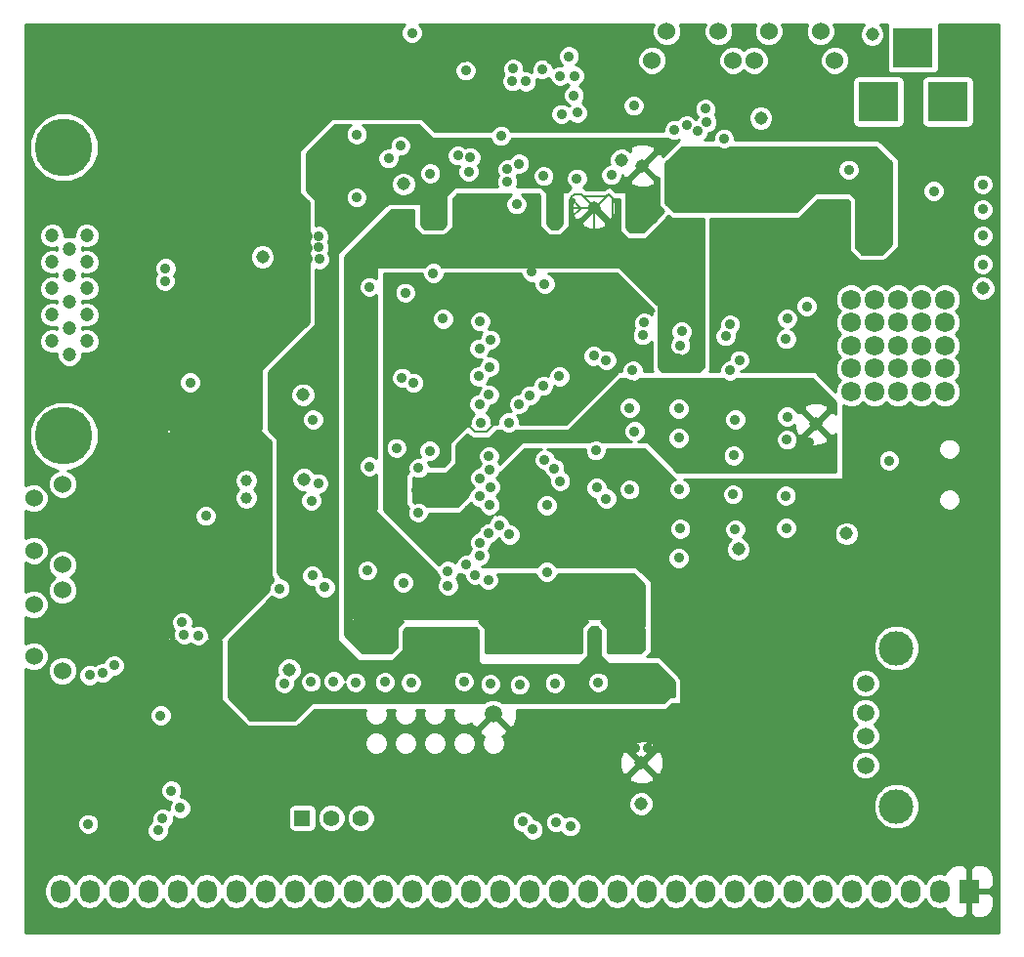
<source format=gbr>
G04 #@! TF.FileFunction,Copper,L2,Inr,Plane*
%FSLAX46Y46*%
G04 Gerber Fmt 4.6, Leading zero omitted, Abs format (unit mm)*
G04 Created by KiCad (PCBNEW 0.201504081001+5582~22~ubuntu14.04.1-product) date jue 23 abr 2015 12:31:19 ART*
%MOMM*%
G01*
G04 APERTURE LIST*
%ADD10C,0.100000*%
%ADD11C,5.001260*%
%ADD12C,1.198880*%
%ADD13C,1.501140*%
%ADD14C,2.999740*%
%ADD15R,3.500120X3.500120*%
%ADD16C,1.506220*%
%ADD17C,1.524000*%
%ADD18C,1.720000*%
%ADD19C,1.000760*%
%ADD20C,1.143000*%
%ADD21R,1.397000X1.397000*%
%ADD22C,1.397000*%
%ADD23R,1.727200X2.032000*%
%ADD24O,1.727200X2.032000*%
%ADD25C,0.889000*%
%ADD26C,0.203200*%
%ADD27C,0.254000*%
G04 APERTURE END LIST*
D10*
D11*
X38277800Y-53848000D03*
D12*
X40276780Y-41087040D03*
X40276780Y-43373040D03*
X40276780Y-45664120D03*
X40276780Y-38793420D03*
X40276780Y-36504880D03*
X38778180Y-39938960D03*
X38778180Y-42227500D03*
X38778180Y-44518580D03*
X38778180Y-46809660D03*
D11*
X38277800Y-28859480D03*
D12*
X38778180Y-37647880D03*
X37277040Y-45664120D03*
X37277040Y-43373040D03*
X37279580Y-41084500D03*
X37277040Y-38793420D03*
X37277040Y-36504880D03*
D13*
X107759500Y-75311000D03*
X107759500Y-77851000D03*
X107759500Y-79883000D03*
X107759500Y-82423000D03*
D14*
X110426500Y-72263000D03*
X110426500Y-85979000D03*
D15*
X108861860Y-24892000D03*
X114861340Y-24892000D03*
X111861600Y-20193000D03*
D16*
X75501500Y-77978000D03*
D17*
X38176600Y-67234000D03*
X38176600Y-74244000D03*
X35686600Y-68489000D03*
X35686600Y-72989000D03*
X38176600Y-58039200D03*
X38176600Y-65049200D03*
X35686600Y-59294200D03*
X35686600Y-63794200D03*
X105105000Y-21311000D03*
X98095000Y-21311000D03*
X103850000Y-18821000D03*
X99350000Y-18821000D03*
X96278500Y-21311000D03*
X89268500Y-21311000D03*
X95023500Y-18821000D03*
X90523500Y-18821000D03*
D18*
X114617500Y-42038000D03*
X112585500Y-42038000D03*
X110553500Y-42038000D03*
X108521500Y-42038000D03*
X106489500Y-42038000D03*
X114617500Y-46038000D03*
X112585500Y-46038000D03*
X110553500Y-46038000D03*
X108521500Y-46038000D03*
X106489500Y-46038000D03*
X106489500Y-44038000D03*
X108521500Y-44038000D03*
X110553500Y-44038000D03*
X112585500Y-44038000D03*
X114617500Y-44038000D03*
X114617500Y-48038000D03*
X112585500Y-48038000D03*
X110553500Y-48038000D03*
X108521500Y-48038000D03*
X106489500Y-48038000D03*
X106489500Y-50038000D03*
X108521500Y-50038000D03*
X110553500Y-50038000D03*
X112585500Y-50038000D03*
X114617500Y-50038000D03*
D19*
X54102000Y-59232800D03*
X54102000Y-57734200D03*
D20*
X117929000Y-41077200D03*
X96732700Y-63695900D03*
X59089900Y-57638000D03*
X67716400Y-32029400D03*
X88338000Y-82187100D03*
X84210500Y-34092200D03*
X88414200Y-30434600D03*
X103463700Y-52837400D03*
X108330340Y-19050320D03*
X98679000Y-26314400D03*
X55499000Y-38354000D03*
X88315800Y-85775800D03*
X57810400Y-74168000D03*
X59013700Y-50310100D03*
X86614000Y-29972000D03*
X106105300Y-62349700D03*
D21*
X58953400Y-86995000D03*
D22*
X61493400Y-86995000D03*
X64033400Y-86995000D03*
D23*
X116713000Y-93345000D03*
D24*
X114173000Y-93345000D03*
X111633000Y-93345000D03*
X109093000Y-93345000D03*
X106553000Y-93345000D03*
X104013000Y-93345000D03*
X101473000Y-93345000D03*
X98933000Y-93345000D03*
X96393000Y-93345000D03*
X93853000Y-93345000D03*
X91313000Y-93345000D03*
X88773000Y-93345000D03*
X86233000Y-93345000D03*
X83693000Y-93345000D03*
X81153000Y-93345000D03*
X78613000Y-93345000D03*
X76073000Y-93345000D03*
X73533000Y-93345000D03*
X70993000Y-93345000D03*
X68453000Y-93345000D03*
X65913000Y-93345000D03*
X63373000Y-93345000D03*
X60833000Y-93345000D03*
X58293000Y-93345000D03*
X55753000Y-93345000D03*
X53213000Y-93345000D03*
X50673000Y-93345000D03*
X48133000Y-93345000D03*
X45593000Y-93345000D03*
X43053000Y-93345000D03*
X40513000Y-93345000D03*
X37973000Y-93345000D03*
D25*
X79755996Y-22085249D03*
X73115939Y-22186871D03*
X67580769Y-48842671D03*
X69974541Y-55165738D03*
X70027800Y-31115000D03*
X79844599Y-31330599D03*
X76181499Y-27852633D03*
X73367863Y-30954329D03*
X56980948Y-67099125D03*
X82785320Y-25853008D03*
X87671658Y-25231342D03*
X85725000Y-31242000D03*
X68453000Y-18923000D03*
X77787500Y-75438000D03*
X80835500Y-75311000D03*
X84582000Y-75247500D03*
X67691000Y-66598800D03*
X109791500Y-56007000D03*
X100881180Y-61849000D03*
X113665000Y-32639000D03*
X106299000Y-30797500D03*
X59880500Y-52463700D03*
X67881500Y-41465500D03*
X67119500Y-54927500D03*
X100965000Y-52197000D03*
X71564500Y-66865500D03*
X64579500Y-65532000D03*
X80137000Y-65659000D03*
X87312500Y-51435000D03*
X75247500Y-75374500D03*
X79946500Y-40703500D03*
X64767460Y-40954960D03*
X100838000Y-59055000D03*
X68991480Y-60523120D03*
X68374260Y-75267820D03*
X66111120Y-75209400D03*
X63563500Y-75244960D03*
X59687460Y-75191620D03*
X61661040Y-75156060D03*
X72961500Y-75176380D03*
X100926900Y-54190900D03*
X71144000Y-43717500D03*
X87569000Y-48192500D03*
X87744000Y-53467000D03*
X87294000Y-58517500D03*
X60319000Y-57992500D03*
X71548600Y-65575500D03*
X100852439Y-45460714D03*
X88450699Y-45143878D03*
X82042000Y-20955002D03*
X70294500Y-39751000D03*
X91567000Y-64452500D03*
X49234349Y-49234349D03*
X46685200Y-78105000D03*
X50596800Y-60805509D03*
X40508836Y-74620450D03*
X77216965Y-22023167D03*
X63652323Y-33196653D03*
X59817000Y-65976500D03*
X60896500Y-66992500D03*
X72936118Y-21109564D03*
X60404400Y-38544500D03*
X60375800Y-37541200D03*
X59436004Y-36576000D03*
X59410602Y-37566600D03*
X60350400Y-36550600D03*
X49212480Y-54483000D03*
X55499000Y-56616600D03*
X56157774Y-66381274D03*
X82740500Y-31559500D03*
X87630000Y-26797000D03*
X97155008Y-23368000D03*
X102577860Y-45534580D03*
X59404400Y-38544500D03*
X58483500Y-38544500D03*
X58496200Y-37566600D03*
X58496200Y-36576000D03*
X87249000Y-61912500D03*
X70485000Y-50736500D03*
X87122000Y-47180500D03*
X104775000Y-35115500D03*
X102803300Y-68306000D03*
X86677500Y-55499000D03*
X70485000Y-48006000D03*
X105791000Y-37211000D03*
X105791000Y-36195000D03*
X104775000Y-36131500D03*
X105791000Y-34099500D03*
X104775000Y-34099500D03*
X105791000Y-35179000D03*
X104775000Y-37147500D03*
X104775000Y-38227000D03*
X105791000Y-38227000D03*
X105346500Y-39081000D03*
X69786500Y-41656000D03*
X71564500Y-40703500D03*
X71437500Y-41846500D03*
X69659500Y-43561000D03*
X87947500Y-63563500D03*
X87947500Y-64706500D03*
X87249000Y-60515500D03*
X89090500Y-65659000D03*
X89090500Y-64643000D03*
X89027000Y-63563500D03*
X87820500Y-78486000D03*
X88900000Y-78549500D03*
X88900000Y-79756000D03*
X88900000Y-80899000D03*
X87820500Y-79692500D03*
X87820500Y-80899000D03*
X70358000Y-42672000D03*
X80518000Y-21209000D03*
X47904400Y-81127600D03*
X90805000Y-31369000D03*
X102890320Y-54416960D03*
X102892860Y-55608220D03*
X68961000Y-58610500D03*
X68834000Y-58610500D03*
X107886500Y-36131500D03*
X108839000Y-36195000D03*
X107886500Y-34099500D03*
X108833500Y-35052000D03*
X107886500Y-35115500D03*
X103825040Y-55608220D03*
X101777800Y-55608220D03*
X108331000Y-37084000D03*
X96456500Y-61976000D03*
X91694000Y-61912500D03*
X91630500Y-58483500D03*
X91567000Y-54038500D03*
X64957299Y-47803449D03*
X72999600Y-35077400D03*
X78536800Y-70993000D03*
X64579500Y-61023500D03*
X90995500Y-41719500D03*
X64706500Y-53149500D03*
X64770000Y-42989500D03*
X85852000Y-35369500D03*
X65849500Y-70993000D03*
X75184000Y-71056500D03*
X80835500Y-71056500D03*
X86487000Y-70993000D03*
X78844140Y-39662100D03*
X91547284Y-47129534D03*
X67220646Y-34611223D03*
X69951600Y-35077400D03*
X80899000Y-35179000D03*
X60474200Y-51237200D03*
X87884000Y-35433000D03*
X68326000Y-71056500D03*
X73342500Y-71056500D03*
X84264500Y-70993000D03*
X64770000Y-56515000D03*
X91567000Y-51498500D03*
X96456500Y-52451000D03*
X96329500Y-55562500D03*
X96266000Y-58928000D03*
X81216500Y-48704500D03*
X79819500Y-49530000D03*
X78676500Y-50355500D03*
X77724000Y-51117500D03*
X76835000Y-52705000D03*
X74422000Y-52705000D03*
X74295000Y-51117500D03*
X75120500Y-50292000D03*
X74231500Y-48704500D03*
X75184000Y-47879000D03*
X74295000Y-46291500D03*
X75247500Y-45529500D03*
X74358500Y-43942000D03*
X59744000Y-59492500D03*
X57391482Y-75312983D03*
X88571913Y-44058413D03*
X85283073Y-47320753D03*
X84200994Y-46926500D03*
X74295000Y-64262000D03*
X73152000Y-65024000D03*
X73914000Y-65913000D03*
X75057000Y-66357500D03*
X74358500Y-63119000D03*
X75120500Y-62293500D03*
X76009500Y-61595000D03*
X76898500Y-62420500D03*
X75184000Y-59880500D03*
X74295000Y-59118500D03*
X80137000Y-59880500D03*
X75247500Y-58293000D03*
X74358500Y-57531000D03*
X84455000Y-58356500D03*
X85280500Y-59309000D03*
X100965000Y-43688000D03*
X102654476Y-42634090D03*
X81280000Y-57785000D03*
X80772000Y-56705500D03*
X79946500Y-55943500D03*
X69024500Y-56642000D03*
X75120500Y-55626000D03*
X75184000Y-56769000D03*
X84391500Y-55118000D03*
X68582814Y-49277220D03*
X80924400Y-87376000D03*
X46844388Y-87071111D03*
X78912115Y-88001133D03*
X47593708Y-84639623D03*
X78054200Y-87325200D03*
X48374320Y-86131400D03*
X49936400Y-71196200D03*
X42646600Y-73766877D03*
X41679531Y-74411668D03*
X48717200Y-71107280D03*
X82169000Y-87731600D03*
X46439856Y-88085646D03*
X40386000Y-87528400D03*
X48535535Y-70030282D03*
X117919500Y-34226500D03*
X117919500Y-36512500D03*
X117919500Y-32067500D03*
X117919500Y-38989000D03*
X76727171Y-30763403D03*
X47049753Y-40436776D03*
X76695340Y-31855151D03*
X47091600Y-39344600D03*
X73508217Y-29727705D03*
X67462400Y-28702000D03*
X72428112Y-29565600D03*
X66433315Y-29806392D03*
X92256992Y-26936729D03*
X95634664Y-45220937D03*
X93225900Y-27440855D03*
X91821148Y-44818363D03*
X91186000Y-27343140D03*
X96012007Y-44195979D03*
X93993037Y-26663406D03*
X91694000Y-46037500D03*
X93881345Y-25511662D03*
X96833438Y-47311562D03*
X95491648Y-28096887D03*
X96012000Y-48209190D03*
X77508160Y-33781994D03*
X81407000Y-25971502D03*
X77724000Y-30273041D03*
X82475298Y-24340800D03*
X77156028Y-23113678D03*
X78308200Y-23139400D03*
X81280000Y-22669500D03*
X82524600Y-22656800D03*
X63660676Y-27745076D03*
D26*
X51004400Y-71534648D02*
X55713275Y-66825773D01*
X75501500Y-77978000D02*
X77204400Y-79680900D01*
X77204400Y-81505000D02*
X75604400Y-83105000D01*
X77204400Y-79680900D02*
X77204400Y-81505000D01*
X54804400Y-83105000D02*
X51004400Y-79305000D01*
X51004400Y-79305000D02*
X51004400Y-71534648D01*
X55713275Y-66825773D02*
X56157774Y-66381274D01*
X75604400Y-83105000D02*
X54804400Y-83105000D01*
X73504400Y-53105000D02*
X70504400Y-53105000D01*
X79611900Y-61912500D02*
X87249000Y-61912500D01*
X77604400Y-59905000D02*
X79611900Y-61912500D01*
X76404400Y-59905000D02*
X77604400Y-59905000D01*
X74604400Y-61705000D02*
X76404400Y-59905000D01*
X67904400Y-61705000D02*
X74604400Y-61705000D01*
X66904400Y-60705000D02*
X67904400Y-61705000D01*
X66904400Y-56705000D02*
X66904400Y-60705000D01*
X70504400Y-53105000D02*
X66904400Y-56705000D01*
X87122000Y-47180500D02*
X87122000Y-46322600D01*
X72235900Y-50736500D02*
X70485000Y-50736500D01*
X73504400Y-52005000D02*
X72235900Y-50736500D01*
X73504400Y-53105000D02*
X73504400Y-52005000D01*
X73904400Y-53505000D02*
X73504400Y-53105000D01*
X74904400Y-53505000D02*
X73904400Y-53505000D01*
X75604400Y-52805000D02*
X74904400Y-53505000D01*
X75604400Y-52205000D02*
X75604400Y-52805000D01*
X76404400Y-51405000D02*
X75604400Y-52205000D01*
X76404400Y-49505000D02*
X76404400Y-51405000D01*
X79904400Y-46005000D02*
X76404400Y-49505000D01*
X86804400Y-46005000D02*
X79904400Y-46005000D01*
X87122000Y-46322600D02*
X86804400Y-46005000D01*
X64957299Y-47240799D02*
X64957299Y-47803449D01*
X64897000Y-47180500D02*
X64957299Y-47240799D01*
X83333701Y-33134301D02*
X83104400Y-32905000D01*
X85275099Y-33134301D02*
X83333701Y-33134301D01*
X85504400Y-32905000D02*
X85275099Y-33134301D01*
X84317200Y-34092200D02*
X85504400Y-32905000D01*
X84210500Y-34092200D02*
X84210500Y-36505000D01*
X84210500Y-36505000D02*
X84304400Y-36505000D01*
X84210500Y-34011100D02*
X83104400Y-32905000D01*
X84210500Y-34092200D02*
X82204400Y-34092200D01*
X82204400Y-34092200D02*
X82191600Y-34105000D01*
X82191600Y-34105000D02*
X82104400Y-34105000D01*
X82104400Y-34105000D02*
X82204400Y-34105000D01*
X84210500Y-34092200D02*
X83091600Y-34092200D01*
X83091600Y-34092200D02*
X82204400Y-33205000D01*
X84210500Y-34092200D02*
X83117200Y-34092200D01*
X83117200Y-34092200D02*
X82204400Y-35005000D01*
X85852000Y-35369500D02*
X85852000Y-33252600D01*
X85852000Y-33252600D02*
X85504400Y-32905000D01*
X82204400Y-34105000D02*
X82204400Y-35005000D01*
X82204400Y-33205000D02*
X82204400Y-34105000D01*
X82204400Y-36005000D02*
X82704400Y-36505000D01*
X82704400Y-36505000D02*
X84304400Y-36505000D01*
X82204400Y-35005000D02*
X82204400Y-36005000D01*
X84304400Y-36505000D02*
X85504400Y-36505000D01*
X85504400Y-36505000D02*
X85852000Y-36157400D01*
X85852000Y-36157400D02*
X85852000Y-35369500D01*
X84574700Y-34092200D02*
X85852000Y-35369500D01*
X80835500Y-71056500D02*
X80835500Y-69973900D01*
X86487000Y-69187600D02*
X86487000Y-70993000D01*
X85604400Y-68305000D02*
X86487000Y-69187600D01*
X82504400Y-68305000D02*
X85604400Y-68305000D01*
X80835500Y-69973900D02*
X82504400Y-68305000D01*
X84210500Y-34092200D02*
X84317200Y-34092200D01*
X84210500Y-34092200D02*
X84210500Y-34011100D01*
X84210500Y-34092200D02*
X84574700Y-34092200D01*
X65722500Y-70866000D02*
X65849500Y-70993000D01*
X64579500Y-59499500D02*
X63627000Y-58547000D01*
X63627000Y-58547000D02*
X63627000Y-54229000D01*
X63627000Y-54229000D02*
X64706500Y-53149500D01*
X64579500Y-61023500D02*
X64579500Y-59499500D01*
X82504400Y-32905000D02*
X82204400Y-33205000D01*
X83104400Y-32905000D02*
X82504400Y-32905000D01*
D27*
G36*
X89393980Y-43013000D02*
X89196400Y-43013000D01*
X89196400Y-43335774D01*
X89112166Y-43251393D01*
X88762208Y-43106078D01*
X88383280Y-43105748D01*
X88033070Y-43250452D01*
X87764893Y-43518160D01*
X87619578Y-43868118D01*
X87619248Y-44247046D01*
X87730693Y-44516763D01*
X87643679Y-44603625D01*
X87498364Y-44953583D01*
X87498034Y-45332511D01*
X87642738Y-45682721D01*
X87910446Y-45950898D01*
X88260404Y-46096213D01*
X88639332Y-46096543D01*
X88989542Y-45951839D01*
X89196400Y-45745342D01*
X89196400Y-48215420D01*
X89277980Y-48297000D01*
X88521409Y-48297000D01*
X88521665Y-48003867D01*
X88376961Y-47653657D01*
X88109253Y-47385480D01*
X87759295Y-47240165D01*
X87380367Y-47239835D01*
X87030157Y-47384539D01*
X86761980Y-47652247D01*
X86616665Y-48002205D01*
X86616408Y-48297000D01*
X86293980Y-48297000D01*
X86235738Y-48355242D01*
X86235738Y-47132120D01*
X86091034Y-46781910D01*
X85823326Y-46513733D01*
X85473368Y-46368418D01*
X85094440Y-46368088D01*
X85014514Y-46401112D01*
X85008955Y-46387657D01*
X84741247Y-46119480D01*
X84391289Y-45974165D01*
X84012361Y-45973835D01*
X83662151Y-46118539D01*
X83393974Y-46386247D01*
X83248659Y-46736205D01*
X83248329Y-47115133D01*
X83393033Y-47465343D01*
X83660741Y-47733520D01*
X84010699Y-47878835D01*
X84389627Y-47879165D01*
X84469552Y-47846140D01*
X84475112Y-47859596D01*
X84742820Y-48127773D01*
X85092778Y-48273088D01*
X85471706Y-48273418D01*
X85821916Y-48128714D01*
X86090093Y-47861006D01*
X86235408Y-47511048D01*
X86235738Y-47132120D01*
X86235738Y-48355242D01*
X81793980Y-52797000D01*
X77787420Y-52797000D01*
X77787665Y-52516367D01*
X77642961Y-52166157D01*
X77546818Y-52069846D01*
X77912633Y-52070165D01*
X78262843Y-51925461D01*
X78531020Y-51657753D01*
X78676249Y-51308000D01*
X78865133Y-51308165D01*
X79215343Y-51163461D01*
X79483520Y-50895753D01*
X79628835Y-50545795D01*
X79628890Y-50482204D01*
X79629205Y-50482335D01*
X80008133Y-50482665D01*
X80358343Y-50337961D01*
X80626520Y-50070253D01*
X80771835Y-49720295D01*
X80771982Y-49551272D01*
X81026205Y-49656835D01*
X81405133Y-49657165D01*
X81755343Y-49512461D01*
X82023520Y-49244753D01*
X82168835Y-48894795D01*
X82169165Y-48515867D01*
X82024461Y-48165657D01*
X81756753Y-47897480D01*
X81406795Y-47752165D01*
X81027867Y-47751835D01*
X80677657Y-47896539D01*
X80409480Y-48164247D01*
X80264165Y-48514205D01*
X80264017Y-48683227D01*
X80009795Y-48577665D01*
X79630867Y-48577335D01*
X79280657Y-48722039D01*
X79012480Y-48989747D01*
X78867165Y-49339705D01*
X78867109Y-49403295D01*
X78866795Y-49403165D01*
X78487867Y-49402835D01*
X78137657Y-49547539D01*
X77869480Y-49815247D01*
X77724250Y-50164999D01*
X77535367Y-50164835D01*
X77185157Y-50309539D01*
X76916980Y-50577247D01*
X76771665Y-50927205D01*
X76771335Y-51306133D01*
X76916039Y-51656343D01*
X77012181Y-51752653D01*
X76646367Y-51752335D01*
X76296157Y-51897039D01*
X76027980Y-52164747D01*
X75882665Y-52514705D01*
X75882419Y-52797000D01*
X75374420Y-52797000D01*
X75374665Y-52516367D01*
X75229961Y-52166157D01*
X74962253Y-51897980D01*
X74891007Y-51868396D01*
X75102020Y-51657753D01*
X75247335Y-51307795D01*
X75247390Y-51244611D01*
X75309133Y-51244665D01*
X75659343Y-51099961D01*
X75927520Y-50832253D01*
X76072835Y-50482295D01*
X76073165Y-50103367D01*
X75928461Y-49753157D01*
X75660753Y-49484980D01*
X75310795Y-49339665D01*
X74943761Y-49339345D01*
X75038520Y-49244753D01*
X75183835Y-48894795D01*
X75183890Y-48831500D01*
X75372633Y-48831665D01*
X75722843Y-48686961D01*
X75991020Y-48419253D01*
X76136335Y-48069295D01*
X76136665Y-47690367D01*
X75991961Y-47340157D01*
X75724253Y-47071980D01*
X75374295Y-46926665D01*
X75007261Y-46926345D01*
X75102020Y-46831753D01*
X75247249Y-46482000D01*
X75436133Y-46482165D01*
X75786343Y-46337461D01*
X76054520Y-46069753D01*
X76199835Y-45719795D01*
X76200165Y-45340867D01*
X76055461Y-44990657D01*
X75787753Y-44722480D01*
X75437795Y-44577165D01*
X75070761Y-44576845D01*
X75165520Y-44482253D01*
X75310835Y-44132295D01*
X75311165Y-43753367D01*
X75166461Y-43403157D01*
X74898753Y-43134980D01*
X74548795Y-42989665D01*
X74169867Y-42989335D01*
X73819657Y-43134039D01*
X73551480Y-43401747D01*
X73406165Y-43751705D01*
X73405835Y-44130633D01*
X73550539Y-44480843D01*
X73818247Y-44749020D01*
X74168205Y-44894335D01*
X74535238Y-44894654D01*
X74440480Y-44989247D01*
X74295250Y-45338999D01*
X74106367Y-45338835D01*
X73756157Y-45483539D01*
X73487980Y-45751247D01*
X73342665Y-46101205D01*
X73342335Y-46480133D01*
X73487039Y-46830343D01*
X73754747Y-47098520D01*
X74104705Y-47243835D01*
X74471738Y-47244154D01*
X74376980Y-47338747D01*
X74231665Y-47688705D01*
X74231609Y-47751999D01*
X74042867Y-47751835D01*
X73692657Y-47896539D01*
X73424480Y-48164247D01*
X73279165Y-48514205D01*
X73278835Y-48893133D01*
X73423539Y-49243343D01*
X73691247Y-49511520D01*
X74041205Y-49656835D01*
X74408238Y-49657154D01*
X74313480Y-49751747D01*
X74168165Y-50101705D01*
X74168109Y-50164888D01*
X74106367Y-50164835D01*
X73756157Y-50309539D01*
X73487980Y-50577247D01*
X73342665Y-50927205D01*
X73342335Y-51306133D01*
X73487039Y-51656343D01*
X73754747Y-51924520D01*
X73825992Y-51954103D01*
X73614980Y-52164747D01*
X73469665Y-52514705D01*
X73469419Y-52797000D01*
X73293980Y-52797000D01*
X72096665Y-53994315D01*
X72096665Y-43528867D01*
X71951961Y-43178657D01*
X71684253Y-42910480D01*
X71334295Y-42765165D01*
X70955367Y-42764835D01*
X70605157Y-42909539D01*
X70336980Y-43177247D01*
X70191665Y-43527205D01*
X70191335Y-43906133D01*
X70336039Y-44256343D01*
X70603747Y-44524520D01*
X70953705Y-44669835D01*
X71332633Y-44670165D01*
X71682843Y-44525461D01*
X71951020Y-44257753D01*
X72096335Y-43907795D01*
X72096665Y-43528867D01*
X72096665Y-53994315D01*
X71696400Y-54394580D01*
X71696400Y-55994580D01*
X71193980Y-56497000D01*
X69977127Y-56497000D01*
X69977165Y-56453367D01*
X69838643Y-56118120D01*
X70163174Y-56118403D01*
X70513384Y-55973699D01*
X70781561Y-55705991D01*
X70926876Y-55356033D01*
X70927206Y-54977105D01*
X70782502Y-54626895D01*
X70514794Y-54358718D01*
X70164836Y-54213403D01*
X69785908Y-54213073D01*
X69535479Y-54316548D01*
X69535479Y-49088587D01*
X69390775Y-48738377D01*
X69123067Y-48470200D01*
X68834165Y-48350237D01*
X68834165Y-41276867D01*
X68689461Y-40926657D01*
X68421753Y-40658480D01*
X68071795Y-40513165D01*
X67692867Y-40512835D01*
X67342657Y-40657539D01*
X67074480Y-40925247D01*
X66929165Y-41275205D01*
X66928835Y-41654133D01*
X67073539Y-42004343D01*
X67341247Y-42272520D01*
X67691205Y-42417835D01*
X68070133Y-42418165D01*
X68420343Y-42273461D01*
X68688520Y-42005753D01*
X68833835Y-41655795D01*
X68834165Y-41276867D01*
X68834165Y-48350237D01*
X68773109Y-48324885D01*
X68397295Y-48324557D01*
X68388730Y-48303828D01*
X68121022Y-48035651D01*
X67771064Y-47890336D01*
X67392136Y-47890006D01*
X67041926Y-48034710D01*
X66773749Y-48302418D01*
X66628434Y-48652376D01*
X66628104Y-49031304D01*
X66772808Y-49381514D01*
X67040516Y-49649691D01*
X67390474Y-49795006D01*
X67766287Y-49795333D01*
X67774853Y-49816063D01*
X68042561Y-50084240D01*
X68392519Y-50229555D01*
X68771447Y-50229885D01*
X69121657Y-50085181D01*
X69389834Y-49817473D01*
X69535149Y-49467515D01*
X69535479Y-49088587D01*
X69535479Y-54316548D01*
X69435698Y-54357777D01*
X69167521Y-54625485D01*
X69022206Y-54975443D01*
X69021876Y-55354371D01*
X69160397Y-55689617D01*
X68835867Y-55689335D01*
X68485657Y-55834039D01*
X68217480Y-56101747D01*
X68072165Y-56451705D01*
X68072165Y-54738867D01*
X67927461Y-54388657D01*
X67659753Y-54120480D01*
X67309795Y-53975165D01*
X66930867Y-53974835D01*
X66580657Y-54119539D01*
X66312480Y-54387247D01*
X66167165Y-54737205D01*
X66166835Y-55116133D01*
X66311539Y-55466343D01*
X66579247Y-55734520D01*
X66929205Y-55879835D01*
X67308133Y-55880165D01*
X67658343Y-55735461D01*
X67926520Y-55467753D01*
X68071835Y-55117795D01*
X68072165Y-54738867D01*
X68072165Y-56451705D01*
X68071835Y-56830633D01*
X68126952Y-56964027D01*
X67896400Y-57194580D01*
X67896400Y-58384719D01*
X67881665Y-58420205D01*
X67881335Y-58799133D01*
X67896400Y-58835593D01*
X67896400Y-59815420D01*
X68149071Y-60068091D01*
X68039145Y-60332825D01*
X68038815Y-60711753D01*
X68183519Y-61061963D01*
X68451227Y-61330140D01*
X68801185Y-61475455D01*
X69180113Y-61475785D01*
X69530323Y-61331081D01*
X69798500Y-61063373D01*
X69943815Y-60713415D01*
X69943902Y-60613000D01*
X72614820Y-60613000D01*
X73163610Y-60064210D01*
X73528721Y-59699098D01*
X73754747Y-59925520D01*
X74104705Y-60070835D01*
X74232084Y-60070945D01*
X74376039Y-60419343D01*
X74643747Y-60687520D01*
X74993705Y-60832835D01*
X75372633Y-60833165D01*
X75461045Y-60796633D01*
X75202480Y-61054747D01*
X75083631Y-61340967D01*
X74931867Y-61340835D01*
X74581657Y-61485539D01*
X74313480Y-61753247D01*
X74168165Y-62103205D01*
X74168109Y-62167061D01*
X73819657Y-62311039D01*
X73551480Y-62578747D01*
X73406165Y-62928705D01*
X73405835Y-63307633D01*
X73550539Y-63657843D01*
X73551266Y-63658571D01*
X73487980Y-63721747D01*
X73342665Y-64071705D01*
X73342664Y-64071818D01*
X73342295Y-64071665D01*
X72963367Y-64071335D01*
X72613157Y-64216039D01*
X72344980Y-64483747D01*
X72199665Y-64833705D01*
X72199625Y-64879446D01*
X72088853Y-64768480D01*
X71738895Y-64623165D01*
X71359967Y-64622835D01*
X71009757Y-64767539D01*
X70747328Y-65029508D01*
X66012400Y-60294580D01*
X66012400Y-39813000D01*
X69341945Y-39813000D01*
X69341835Y-39939633D01*
X69486539Y-40289843D01*
X69754247Y-40558020D01*
X70104205Y-40703335D01*
X70483133Y-40703665D01*
X70833343Y-40558961D01*
X71101520Y-40291253D01*
X71246835Y-39941295D01*
X71246946Y-39813000D01*
X77891507Y-39813000D01*
X77891475Y-39850733D01*
X78036179Y-40200943D01*
X78303887Y-40469120D01*
X78653845Y-40614435D01*
X78994076Y-40614731D01*
X78993835Y-40892133D01*
X79138539Y-41242343D01*
X79406247Y-41510520D01*
X79756205Y-41655835D01*
X80135133Y-41656165D01*
X80485343Y-41511461D01*
X80753520Y-41243753D01*
X80898835Y-40893795D01*
X80899165Y-40514867D01*
X80754461Y-40164657D01*
X80486753Y-39896480D01*
X80285710Y-39813000D01*
X86193980Y-39813000D01*
X89393980Y-43013000D01*
X89393980Y-43013000D01*
G37*
X89393980Y-43013000D02*
X89196400Y-43013000D01*
X89196400Y-43335774D01*
X89112166Y-43251393D01*
X88762208Y-43106078D01*
X88383280Y-43105748D01*
X88033070Y-43250452D01*
X87764893Y-43518160D01*
X87619578Y-43868118D01*
X87619248Y-44247046D01*
X87730693Y-44516763D01*
X87643679Y-44603625D01*
X87498364Y-44953583D01*
X87498034Y-45332511D01*
X87642738Y-45682721D01*
X87910446Y-45950898D01*
X88260404Y-46096213D01*
X88639332Y-46096543D01*
X88989542Y-45951839D01*
X89196400Y-45745342D01*
X89196400Y-48215420D01*
X89277980Y-48297000D01*
X88521409Y-48297000D01*
X88521665Y-48003867D01*
X88376961Y-47653657D01*
X88109253Y-47385480D01*
X87759295Y-47240165D01*
X87380367Y-47239835D01*
X87030157Y-47384539D01*
X86761980Y-47652247D01*
X86616665Y-48002205D01*
X86616408Y-48297000D01*
X86293980Y-48297000D01*
X86235738Y-48355242D01*
X86235738Y-47132120D01*
X86091034Y-46781910D01*
X85823326Y-46513733D01*
X85473368Y-46368418D01*
X85094440Y-46368088D01*
X85014514Y-46401112D01*
X85008955Y-46387657D01*
X84741247Y-46119480D01*
X84391289Y-45974165D01*
X84012361Y-45973835D01*
X83662151Y-46118539D01*
X83393974Y-46386247D01*
X83248659Y-46736205D01*
X83248329Y-47115133D01*
X83393033Y-47465343D01*
X83660741Y-47733520D01*
X84010699Y-47878835D01*
X84389627Y-47879165D01*
X84469552Y-47846140D01*
X84475112Y-47859596D01*
X84742820Y-48127773D01*
X85092778Y-48273088D01*
X85471706Y-48273418D01*
X85821916Y-48128714D01*
X86090093Y-47861006D01*
X86235408Y-47511048D01*
X86235738Y-47132120D01*
X86235738Y-48355242D01*
X81793980Y-52797000D01*
X77787420Y-52797000D01*
X77787665Y-52516367D01*
X77642961Y-52166157D01*
X77546818Y-52069846D01*
X77912633Y-52070165D01*
X78262843Y-51925461D01*
X78531020Y-51657753D01*
X78676249Y-51308000D01*
X78865133Y-51308165D01*
X79215343Y-51163461D01*
X79483520Y-50895753D01*
X79628835Y-50545795D01*
X79628890Y-50482204D01*
X79629205Y-50482335D01*
X80008133Y-50482665D01*
X80358343Y-50337961D01*
X80626520Y-50070253D01*
X80771835Y-49720295D01*
X80771982Y-49551272D01*
X81026205Y-49656835D01*
X81405133Y-49657165D01*
X81755343Y-49512461D01*
X82023520Y-49244753D01*
X82168835Y-48894795D01*
X82169165Y-48515867D01*
X82024461Y-48165657D01*
X81756753Y-47897480D01*
X81406795Y-47752165D01*
X81027867Y-47751835D01*
X80677657Y-47896539D01*
X80409480Y-48164247D01*
X80264165Y-48514205D01*
X80264017Y-48683227D01*
X80009795Y-48577665D01*
X79630867Y-48577335D01*
X79280657Y-48722039D01*
X79012480Y-48989747D01*
X78867165Y-49339705D01*
X78867109Y-49403295D01*
X78866795Y-49403165D01*
X78487867Y-49402835D01*
X78137657Y-49547539D01*
X77869480Y-49815247D01*
X77724250Y-50164999D01*
X77535367Y-50164835D01*
X77185157Y-50309539D01*
X76916980Y-50577247D01*
X76771665Y-50927205D01*
X76771335Y-51306133D01*
X76916039Y-51656343D01*
X77012181Y-51752653D01*
X76646367Y-51752335D01*
X76296157Y-51897039D01*
X76027980Y-52164747D01*
X75882665Y-52514705D01*
X75882419Y-52797000D01*
X75374420Y-52797000D01*
X75374665Y-52516367D01*
X75229961Y-52166157D01*
X74962253Y-51897980D01*
X74891007Y-51868396D01*
X75102020Y-51657753D01*
X75247335Y-51307795D01*
X75247390Y-51244611D01*
X75309133Y-51244665D01*
X75659343Y-51099961D01*
X75927520Y-50832253D01*
X76072835Y-50482295D01*
X76073165Y-50103367D01*
X75928461Y-49753157D01*
X75660753Y-49484980D01*
X75310795Y-49339665D01*
X74943761Y-49339345D01*
X75038520Y-49244753D01*
X75183835Y-48894795D01*
X75183890Y-48831500D01*
X75372633Y-48831665D01*
X75722843Y-48686961D01*
X75991020Y-48419253D01*
X76136335Y-48069295D01*
X76136665Y-47690367D01*
X75991961Y-47340157D01*
X75724253Y-47071980D01*
X75374295Y-46926665D01*
X75007261Y-46926345D01*
X75102020Y-46831753D01*
X75247249Y-46482000D01*
X75436133Y-46482165D01*
X75786343Y-46337461D01*
X76054520Y-46069753D01*
X76199835Y-45719795D01*
X76200165Y-45340867D01*
X76055461Y-44990657D01*
X75787753Y-44722480D01*
X75437795Y-44577165D01*
X75070761Y-44576845D01*
X75165520Y-44482253D01*
X75310835Y-44132295D01*
X75311165Y-43753367D01*
X75166461Y-43403157D01*
X74898753Y-43134980D01*
X74548795Y-42989665D01*
X74169867Y-42989335D01*
X73819657Y-43134039D01*
X73551480Y-43401747D01*
X73406165Y-43751705D01*
X73405835Y-44130633D01*
X73550539Y-44480843D01*
X73818247Y-44749020D01*
X74168205Y-44894335D01*
X74535238Y-44894654D01*
X74440480Y-44989247D01*
X74295250Y-45338999D01*
X74106367Y-45338835D01*
X73756157Y-45483539D01*
X73487980Y-45751247D01*
X73342665Y-46101205D01*
X73342335Y-46480133D01*
X73487039Y-46830343D01*
X73754747Y-47098520D01*
X74104705Y-47243835D01*
X74471738Y-47244154D01*
X74376980Y-47338747D01*
X74231665Y-47688705D01*
X74231609Y-47751999D01*
X74042867Y-47751835D01*
X73692657Y-47896539D01*
X73424480Y-48164247D01*
X73279165Y-48514205D01*
X73278835Y-48893133D01*
X73423539Y-49243343D01*
X73691247Y-49511520D01*
X74041205Y-49656835D01*
X74408238Y-49657154D01*
X74313480Y-49751747D01*
X74168165Y-50101705D01*
X74168109Y-50164888D01*
X74106367Y-50164835D01*
X73756157Y-50309539D01*
X73487980Y-50577247D01*
X73342665Y-50927205D01*
X73342335Y-51306133D01*
X73487039Y-51656343D01*
X73754747Y-51924520D01*
X73825992Y-51954103D01*
X73614980Y-52164747D01*
X73469665Y-52514705D01*
X73469419Y-52797000D01*
X73293980Y-52797000D01*
X72096665Y-53994315D01*
X72096665Y-43528867D01*
X71951961Y-43178657D01*
X71684253Y-42910480D01*
X71334295Y-42765165D01*
X70955367Y-42764835D01*
X70605157Y-42909539D01*
X70336980Y-43177247D01*
X70191665Y-43527205D01*
X70191335Y-43906133D01*
X70336039Y-44256343D01*
X70603747Y-44524520D01*
X70953705Y-44669835D01*
X71332633Y-44670165D01*
X71682843Y-44525461D01*
X71951020Y-44257753D01*
X72096335Y-43907795D01*
X72096665Y-43528867D01*
X72096665Y-53994315D01*
X71696400Y-54394580D01*
X71696400Y-55994580D01*
X71193980Y-56497000D01*
X69977127Y-56497000D01*
X69977165Y-56453367D01*
X69838643Y-56118120D01*
X70163174Y-56118403D01*
X70513384Y-55973699D01*
X70781561Y-55705991D01*
X70926876Y-55356033D01*
X70927206Y-54977105D01*
X70782502Y-54626895D01*
X70514794Y-54358718D01*
X70164836Y-54213403D01*
X69785908Y-54213073D01*
X69535479Y-54316548D01*
X69535479Y-49088587D01*
X69390775Y-48738377D01*
X69123067Y-48470200D01*
X68834165Y-48350237D01*
X68834165Y-41276867D01*
X68689461Y-40926657D01*
X68421753Y-40658480D01*
X68071795Y-40513165D01*
X67692867Y-40512835D01*
X67342657Y-40657539D01*
X67074480Y-40925247D01*
X66929165Y-41275205D01*
X66928835Y-41654133D01*
X67073539Y-42004343D01*
X67341247Y-42272520D01*
X67691205Y-42417835D01*
X68070133Y-42418165D01*
X68420343Y-42273461D01*
X68688520Y-42005753D01*
X68833835Y-41655795D01*
X68834165Y-41276867D01*
X68834165Y-48350237D01*
X68773109Y-48324885D01*
X68397295Y-48324557D01*
X68388730Y-48303828D01*
X68121022Y-48035651D01*
X67771064Y-47890336D01*
X67392136Y-47890006D01*
X67041926Y-48034710D01*
X66773749Y-48302418D01*
X66628434Y-48652376D01*
X66628104Y-49031304D01*
X66772808Y-49381514D01*
X67040516Y-49649691D01*
X67390474Y-49795006D01*
X67766287Y-49795333D01*
X67774853Y-49816063D01*
X68042561Y-50084240D01*
X68392519Y-50229555D01*
X68771447Y-50229885D01*
X69121657Y-50085181D01*
X69389834Y-49817473D01*
X69535149Y-49467515D01*
X69535479Y-49088587D01*
X69535479Y-54316548D01*
X69435698Y-54357777D01*
X69167521Y-54625485D01*
X69022206Y-54975443D01*
X69021876Y-55354371D01*
X69160397Y-55689617D01*
X68835867Y-55689335D01*
X68485657Y-55834039D01*
X68217480Y-56101747D01*
X68072165Y-56451705D01*
X68072165Y-54738867D01*
X67927461Y-54388657D01*
X67659753Y-54120480D01*
X67309795Y-53975165D01*
X66930867Y-53974835D01*
X66580657Y-54119539D01*
X66312480Y-54387247D01*
X66167165Y-54737205D01*
X66166835Y-55116133D01*
X66311539Y-55466343D01*
X66579247Y-55734520D01*
X66929205Y-55879835D01*
X67308133Y-55880165D01*
X67658343Y-55735461D01*
X67926520Y-55467753D01*
X68071835Y-55117795D01*
X68072165Y-54738867D01*
X68072165Y-56451705D01*
X68071835Y-56830633D01*
X68126952Y-56964027D01*
X67896400Y-57194580D01*
X67896400Y-58384719D01*
X67881665Y-58420205D01*
X67881335Y-58799133D01*
X67896400Y-58835593D01*
X67896400Y-59815420D01*
X68149071Y-60068091D01*
X68039145Y-60332825D01*
X68038815Y-60711753D01*
X68183519Y-61061963D01*
X68451227Y-61330140D01*
X68801185Y-61475455D01*
X69180113Y-61475785D01*
X69530323Y-61331081D01*
X69798500Y-61063373D01*
X69943815Y-60713415D01*
X69943902Y-60613000D01*
X72614820Y-60613000D01*
X73163610Y-60064210D01*
X73528721Y-59699098D01*
X73754747Y-59925520D01*
X74104705Y-60070835D01*
X74232084Y-60070945D01*
X74376039Y-60419343D01*
X74643747Y-60687520D01*
X74993705Y-60832835D01*
X75372633Y-60833165D01*
X75461045Y-60796633D01*
X75202480Y-61054747D01*
X75083631Y-61340967D01*
X74931867Y-61340835D01*
X74581657Y-61485539D01*
X74313480Y-61753247D01*
X74168165Y-62103205D01*
X74168109Y-62167061D01*
X73819657Y-62311039D01*
X73551480Y-62578747D01*
X73406165Y-62928705D01*
X73405835Y-63307633D01*
X73550539Y-63657843D01*
X73551266Y-63658571D01*
X73487980Y-63721747D01*
X73342665Y-64071705D01*
X73342664Y-64071818D01*
X73342295Y-64071665D01*
X72963367Y-64071335D01*
X72613157Y-64216039D01*
X72344980Y-64483747D01*
X72199665Y-64833705D01*
X72199625Y-64879446D01*
X72088853Y-64768480D01*
X71738895Y-64623165D01*
X71359967Y-64622835D01*
X71009757Y-64767539D01*
X70747328Y-65029508D01*
X66012400Y-60294580D01*
X66012400Y-39813000D01*
X69341945Y-39813000D01*
X69341835Y-39939633D01*
X69486539Y-40289843D01*
X69754247Y-40558020D01*
X70104205Y-40703335D01*
X70483133Y-40703665D01*
X70833343Y-40558961D01*
X71101520Y-40291253D01*
X71246835Y-39941295D01*
X71246946Y-39813000D01*
X77891507Y-39813000D01*
X77891475Y-39850733D01*
X78036179Y-40200943D01*
X78303887Y-40469120D01*
X78653845Y-40614435D01*
X78994076Y-40614731D01*
X78993835Y-40892133D01*
X79138539Y-41242343D01*
X79406247Y-41510520D01*
X79756205Y-41655835D01*
X80135133Y-41656165D01*
X80485343Y-41511461D01*
X80753520Y-41243753D01*
X80898835Y-40893795D01*
X80899165Y-40514867D01*
X80754461Y-40164657D01*
X80486753Y-39896480D01*
X80285710Y-39813000D01*
X86193980Y-39813000D01*
X89393980Y-43013000D01*
G36*
X119305000Y-96953000D02*
X119008687Y-96953000D01*
X119008687Y-40863416D01*
X118872165Y-40533007D01*
X118872165Y-38800367D01*
X118872165Y-36323867D01*
X118872165Y-34037867D01*
X118872165Y-31878867D01*
X118727461Y-31528657D01*
X118459753Y-31260480D01*
X118109795Y-31115165D01*
X117730867Y-31114835D01*
X117380657Y-31259539D01*
X117129352Y-31510404D01*
X117129352Y-26642060D01*
X117129352Y-23141940D01*
X117091770Y-22948241D01*
X116979939Y-22777998D01*
X116811112Y-22664039D01*
X116611400Y-22623988D01*
X113111280Y-22623988D01*
X112917581Y-22661570D01*
X112747338Y-22773401D01*
X112633379Y-22942228D01*
X112593328Y-23141940D01*
X112593328Y-26642060D01*
X112630910Y-26835759D01*
X112742741Y-27006002D01*
X112911568Y-27119961D01*
X113111280Y-27160012D01*
X116611400Y-27160012D01*
X116805099Y-27122430D01*
X116975342Y-27010599D01*
X117089301Y-26841772D01*
X117129352Y-26642060D01*
X117129352Y-31510404D01*
X117112480Y-31527247D01*
X116967165Y-31877205D01*
X116966835Y-32256133D01*
X117111539Y-32606343D01*
X117379247Y-32874520D01*
X117729205Y-33019835D01*
X118108133Y-33020165D01*
X118458343Y-32875461D01*
X118726520Y-32607753D01*
X118871835Y-32257795D01*
X118872165Y-31878867D01*
X118872165Y-34037867D01*
X118727461Y-33687657D01*
X118459753Y-33419480D01*
X118109795Y-33274165D01*
X117730867Y-33273835D01*
X117380657Y-33418539D01*
X117112480Y-33686247D01*
X116967165Y-34036205D01*
X116966835Y-34415133D01*
X117111539Y-34765343D01*
X117379247Y-35033520D01*
X117729205Y-35178835D01*
X118108133Y-35179165D01*
X118458343Y-35034461D01*
X118726520Y-34766753D01*
X118871835Y-34416795D01*
X118872165Y-34037867D01*
X118872165Y-36323867D01*
X118727461Y-35973657D01*
X118459753Y-35705480D01*
X118109795Y-35560165D01*
X117730867Y-35559835D01*
X117380657Y-35704539D01*
X117112480Y-35972247D01*
X116967165Y-36322205D01*
X116966835Y-36701133D01*
X117111539Y-37051343D01*
X117379247Y-37319520D01*
X117729205Y-37464835D01*
X118108133Y-37465165D01*
X118458343Y-37320461D01*
X118726520Y-37052753D01*
X118871835Y-36702795D01*
X118872165Y-36323867D01*
X118872165Y-38800367D01*
X118727461Y-38450157D01*
X118459753Y-38181980D01*
X118109795Y-38036665D01*
X117730867Y-38036335D01*
X117380657Y-38181039D01*
X117112480Y-38448747D01*
X116967165Y-38798705D01*
X116966835Y-39177633D01*
X117111539Y-39527843D01*
X117379247Y-39796020D01*
X117729205Y-39941335D01*
X118108133Y-39941665D01*
X118458343Y-39796961D01*
X118726520Y-39529253D01*
X118871835Y-39179295D01*
X118872165Y-38800367D01*
X118872165Y-40533007D01*
X118844689Y-40466511D01*
X118541286Y-40162578D01*
X118144668Y-39997887D01*
X117715216Y-39997513D01*
X117318311Y-40161511D01*
X117014378Y-40464914D01*
X116849687Y-40861532D01*
X116849313Y-41290984D01*
X117013311Y-41687889D01*
X117316714Y-41991822D01*
X117713332Y-42156513D01*
X118142784Y-42156887D01*
X118539689Y-41992889D01*
X118843622Y-41689486D01*
X119008313Y-41292868D01*
X119008687Y-40863416D01*
X119008687Y-96953000D01*
X118897400Y-96953000D01*
X118897400Y-94623724D01*
X118897400Y-94098277D01*
X118897400Y-93802200D01*
X118897400Y-92887800D01*
X118897400Y-92591723D01*
X118897400Y-92066276D01*
X118696320Y-91580827D01*
X118324773Y-91209280D01*
X117839323Y-91008200D01*
X117170200Y-91008200D01*
X116840000Y-91338400D01*
X116840000Y-93218000D01*
X118567200Y-93218000D01*
X118897400Y-92887800D01*
X118897400Y-93802200D01*
X118567200Y-93472000D01*
X116840000Y-93472000D01*
X116840000Y-95351600D01*
X117170200Y-95681800D01*
X117839323Y-95681800D01*
X118324773Y-95480720D01*
X118696320Y-95109173D01*
X118897400Y-94623724D01*
X118897400Y-96953000D01*
X116586000Y-96953000D01*
X116586000Y-95351600D01*
X116586000Y-93472000D01*
X116566000Y-93472000D01*
X116566000Y-93218000D01*
X116586000Y-93218000D01*
X116586000Y-91338400D01*
X116255800Y-91008200D01*
X115994346Y-91008200D01*
X115994346Y-59223501D01*
X115994346Y-54824221D01*
X115985737Y-54803385D01*
X115985737Y-49767082D01*
X115777910Y-49264102D01*
X115552145Y-49037942D01*
X115776558Y-48813922D01*
X115985262Y-48311306D01*
X115985737Y-47767082D01*
X115777910Y-47264102D01*
X115552145Y-47037942D01*
X115776558Y-46813922D01*
X115985262Y-46311306D01*
X115985737Y-45767082D01*
X115777910Y-45264102D01*
X115552145Y-45037942D01*
X115776558Y-44813922D01*
X115985262Y-44311306D01*
X115985737Y-43767082D01*
X115777910Y-43264102D01*
X115552145Y-43037942D01*
X115776558Y-42813922D01*
X115985262Y-42311306D01*
X115985737Y-41767082D01*
X115777910Y-41264102D01*
X115393422Y-40878942D01*
X114890806Y-40670238D01*
X114617665Y-40669999D01*
X114617665Y-32450367D01*
X114472961Y-32100157D01*
X114205253Y-31831980D01*
X113855295Y-31686665D01*
X113476367Y-31686335D01*
X113126157Y-31831039D01*
X112857980Y-32098747D01*
X112712665Y-32448705D01*
X112712335Y-32827633D01*
X112857039Y-33177843D01*
X113124747Y-33446020D01*
X113474705Y-33591335D01*
X113853633Y-33591665D01*
X114203843Y-33446961D01*
X114472020Y-33179253D01*
X114617335Y-32829295D01*
X114617665Y-32450367D01*
X114617665Y-40669999D01*
X114346582Y-40669763D01*
X113843602Y-40877590D01*
X113601414Y-41119354D01*
X113361422Y-40878942D01*
X112858806Y-40670238D01*
X112314582Y-40669763D01*
X111811602Y-40877590D01*
X111569414Y-41119354D01*
X111329422Y-40878942D01*
X111129872Y-40796081D01*
X111129872Y-26642060D01*
X111129872Y-23141940D01*
X111092290Y-22948241D01*
X110980459Y-22777998D01*
X110811632Y-22664039D01*
X110611920Y-22623988D01*
X107111800Y-22623988D01*
X106918101Y-22661570D01*
X106747858Y-22773401D01*
X106633899Y-22942228D01*
X106593848Y-23141940D01*
X106593848Y-26642060D01*
X106631430Y-26835759D01*
X106743261Y-27006002D01*
X106912088Y-27119961D01*
X107111800Y-27160012D01*
X110611920Y-27160012D01*
X110805619Y-27122430D01*
X110975862Y-27010599D01*
X111089821Y-26841772D01*
X111129872Y-26642060D01*
X111129872Y-40796081D01*
X110826806Y-40670238D01*
X110282582Y-40669763D01*
X109779602Y-40877590D01*
X109537414Y-41119354D01*
X109297422Y-40878942D01*
X108794806Y-40670238D01*
X108250582Y-40669763D01*
X107747602Y-40877590D01*
X107505414Y-41119354D01*
X107265422Y-40878942D01*
X106762806Y-40670238D01*
X106218582Y-40669763D01*
X105715602Y-40877590D01*
X105330442Y-41262078D01*
X105121738Y-41764694D01*
X105121263Y-42308918D01*
X105329090Y-42811898D01*
X105554854Y-43038057D01*
X105330442Y-43262078D01*
X105121738Y-43764694D01*
X105121263Y-44308918D01*
X105329090Y-44811898D01*
X105554854Y-45038057D01*
X105330442Y-45262078D01*
X105121738Y-45764694D01*
X105121263Y-46308918D01*
X105329090Y-46811898D01*
X105554854Y-47038057D01*
X105330442Y-47262078D01*
X105121738Y-47764694D01*
X105121263Y-48308918D01*
X105329090Y-48811898D01*
X105554854Y-49038057D01*
X105330442Y-49262078D01*
X105121738Y-49764694D01*
X105121529Y-50003709D01*
X103607141Y-48489321D01*
X103607141Y-42445457D01*
X103462437Y-42095247D01*
X103194729Y-41827070D01*
X102844771Y-41681755D01*
X102465843Y-41681425D01*
X102115633Y-41826129D01*
X101847456Y-42093837D01*
X101702141Y-42443795D01*
X101701811Y-42822723D01*
X101846515Y-43172933D01*
X102114223Y-43441110D01*
X102464181Y-43586425D01*
X102843109Y-43586755D01*
X103193319Y-43442051D01*
X103461496Y-43174343D01*
X103606811Y-42824385D01*
X103607141Y-42445457D01*
X103607141Y-48489321D01*
X103414820Y-48297000D01*
X101917665Y-48297000D01*
X101917665Y-43499367D01*
X101772961Y-43149157D01*
X101505253Y-42880980D01*
X101155295Y-42735665D01*
X100776367Y-42735335D01*
X100426157Y-42880039D01*
X100157980Y-43147747D01*
X100012665Y-43497705D01*
X100012335Y-43876633D01*
X100157039Y-44226843D01*
X100424747Y-44495020D01*
X100559709Y-44551061D01*
X100313596Y-44652753D01*
X100045419Y-44920461D01*
X99900104Y-45270419D01*
X99899774Y-45649347D01*
X100044478Y-45999557D01*
X100312186Y-46267734D01*
X100662144Y-46413049D01*
X101041072Y-46413379D01*
X101391282Y-46268675D01*
X101659459Y-46000967D01*
X101804774Y-45651009D01*
X101805104Y-45272081D01*
X101660400Y-44921871D01*
X101392692Y-44653694D01*
X101257729Y-44597652D01*
X101503843Y-44495961D01*
X101772020Y-44228253D01*
X101917335Y-43878295D01*
X101917665Y-43499367D01*
X101917665Y-48297000D01*
X96964424Y-48297000D01*
X96964452Y-48264176D01*
X97022071Y-48264227D01*
X97372281Y-48119523D01*
X97640458Y-47851815D01*
X97785773Y-47501857D01*
X97786103Y-47122929D01*
X97641399Y-46772719D01*
X97373691Y-46504542D01*
X97023733Y-46359227D01*
X96964672Y-46359175D01*
X96964672Y-44007346D01*
X96819968Y-43657136D01*
X96552260Y-43388959D01*
X96202302Y-43243644D01*
X95823374Y-43243314D01*
X95473164Y-43388018D01*
X95204987Y-43655726D01*
X95059672Y-44005684D01*
X95059342Y-44384612D01*
X95078291Y-44430474D01*
X94827644Y-44680684D01*
X94682329Y-45030642D01*
X94681999Y-45409570D01*
X94826703Y-45759780D01*
X95094411Y-46027957D01*
X95444369Y-46173272D01*
X95823297Y-46173602D01*
X96173507Y-46028898D01*
X96441684Y-45761190D01*
X96586999Y-45411232D01*
X96587329Y-45032304D01*
X96568379Y-44986441D01*
X96819027Y-44736232D01*
X96964342Y-44386274D01*
X96964672Y-44007346D01*
X96964672Y-46359175D01*
X96644805Y-46358897D01*
X96294595Y-46503601D01*
X96026418Y-46771309D01*
X95881103Y-47121267D01*
X95880985Y-47256575D01*
X95823367Y-47256525D01*
X95473157Y-47401229D01*
X95204980Y-47668937D01*
X95059665Y-48018895D01*
X95059422Y-48297000D01*
X94230819Y-48297000D01*
X94312400Y-48215420D01*
X94312400Y-35013000D01*
X102014820Y-35013000D01*
X103614820Y-33413000D01*
X106193980Y-33413000D01*
X106296400Y-33515420D01*
X106296400Y-37815420D01*
X107193980Y-38713000D01*
X109414820Y-38713000D01*
X110612400Y-37515420D01*
X110612400Y-29894580D01*
X108914820Y-28197000D01*
X106375220Y-28197000D01*
X106375220Y-21059490D01*
X106182282Y-20592542D01*
X105825337Y-20234974D01*
X105358727Y-20041221D01*
X104853490Y-20040780D01*
X104386542Y-20233718D01*
X104028974Y-20590663D01*
X103835221Y-21057273D01*
X103834780Y-21562510D01*
X104027718Y-22029458D01*
X104384663Y-22387026D01*
X104851273Y-22580779D01*
X105356510Y-22581220D01*
X105823458Y-22388282D01*
X106181026Y-22031337D01*
X106374779Y-21564727D01*
X106375220Y-21059490D01*
X106375220Y-28197000D01*
X99758687Y-28197000D01*
X99758687Y-26100616D01*
X99594689Y-25703711D01*
X99365220Y-25473841D01*
X99365220Y-21059490D01*
X99172282Y-20592542D01*
X98815337Y-20234974D01*
X98348727Y-20041221D01*
X97843490Y-20040780D01*
X97376542Y-20233718D01*
X97186732Y-20423197D01*
X96998837Y-20234974D01*
X96532227Y-20041221D01*
X96026990Y-20040780D01*
X95560042Y-20233718D01*
X95202474Y-20590663D01*
X95008721Y-21057273D01*
X95008280Y-21562510D01*
X95201218Y-22029458D01*
X95558163Y-22387026D01*
X96024773Y-22580779D01*
X96530010Y-22581220D01*
X96996958Y-22388282D01*
X97186767Y-22198802D01*
X97374663Y-22387026D01*
X97841273Y-22580779D01*
X98346510Y-22581220D01*
X98813458Y-22388282D01*
X99171026Y-22031337D01*
X99364779Y-21564727D01*
X99365220Y-21059490D01*
X99365220Y-25473841D01*
X99291286Y-25399778D01*
X98894668Y-25235087D01*
X98465216Y-25234713D01*
X98068311Y-25398711D01*
X97764378Y-25702114D01*
X97599687Y-26098732D01*
X97599313Y-26528184D01*
X97763311Y-26925089D01*
X98066714Y-27229022D01*
X98463332Y-27393713D01*
X98892784Y-27394087D01*
X99289689Y-27230089D01*
X99593622Y-26926686D01*
X99758313Y-26530068D01*
X99758687Y-26100616D01*
X99758687Y-28197000D01*
X96444061Y-28197000D01*
X96444313Y-27908254D01*
X96299609Y-27558044D01*
X96031901Y-27289867D01*
X95681943Y-27144552D01*
X95303015Y-27144222D01*
X94952805Y-27288926D01*
X94684628Y-27556634D01*
X94539313Y-27906592D01*
X94539060Y-28197000D01*
X93816649Y-28197000D01*
X94032920Y-27981108D01*
X94178235Y-27631150D01*
X94178248Y-27616068D01*
X94181670Y-27616071D01*
X94531880Y-27471367D01*
X94800057Y-27203659D01*
X94945372Y-26853701D01*
X94945702Y-26474773D01*
X94800998Y-26124563D01*
X94700148Y-26023536D01*
X94833680Y-25701957D01*
X94834010Y-25323029D01*
X94689306Y-24972819D01*
X94421598Y-24704642D01*
X94071640Y-24559327D01*
X93692712Y-24558997D01*
X93342502Y-24703701D01*
X93074325Y-24971409D01*
X92929010Y-25321367D01*
X92928680Y-25700295D01*
X93073384Y-26050505D01*
X93174233Y-26151531D01*
X93068436Y-26406317D01*
X93064953Y-26397886D01*
X92797245Y-26129709D01*
X92447287Y-25984394D01*
X92068359Y-25984064D01*
X91718149Y-26128768D01*
X91449972Y-26396476D01*
X91441145Y-26417733D01*
X91376295Y-26390805D01*
X90997367Y-26390475D01*
X90647157Y-26535179D01*
X90538720Y-26643426D01*
X90538720Y-21059490D01*
X90345782Y-20592542D01*
X89988837Y-20234974D01*
X89522227Y-20041221D01*
X89016990Y-20040780D01*
X88550042Y-20233718D01*
X88192474Y-20590663D01*
X87998721Y-21057273D01*
X87998280Y-21562510D01*
X88191218Y-22029458D01*
X88548163Y-22387026D01*
X89014773Y-22580779D01*
X89520010Y-22581220D01*
X89986958Y-22388282D01*
X90344526Y-22031337D01*
X90538279Y-21564727D01*
X90538720Y-21059490D01*
X90538720Y-26643426D01*
X90378980Y-26802887D01*
X90233665Y-27152845D01*
X90233421Y-27432000D01*
X88624323Y-27432000D01*
X88624323Y-25042709D01*
X88479619Y-24692499D01*
X88211911Y-24424322D01*
X87861953Y-24279007D01*
X87483025Y-24278677D01*
X87132815Y-24423381D01*
X86864638Y-24691089D01*
X86719323Y-25041047D01*
X86718993Y-25419975D01*
X86863697Y-25770185D01*
X87131405Y-26038362D01*
X87481363Y-26183677D01*
X87860291Y-26184007D01*
X88210501Y-26039303D01*
X88478678Y-25771595D01*
X88623993Y-25421637D01*
X88624323Y-25042709D01*
X88624323Y-27432000D01*
X83737985Y-27432000D01*
X83737985Y-25664375D01*
X83593281Y-25314165D01*
X83325573Y-25045988D01*
X83178338Y-24984850D01*
X83282318Y-24881053D01*
X83427633Y-24531095D01*
X83427963Y-24152167D01*
X83283259Y-23801957D01*
X83015551Y-23533780D01*
X82956124Y-23509104D01*
X83063443Y-23464761D01*
X83331620Y-23197053D01*
X83476935Y-22847095D01*
X83477265Y-22468167D01*
X83332561Y-22117957D01*
X83064853Y-21849780D01*
X82714895Y-21704465D01*
X82639509Y-21704399D01*
X82849020Y-21495255D01*
X82994335Y-21145297D01*
X82994665Y-20766369D01*
X82849961Y-20416159D01*
X82582253Y-20147982D01*
X82232295Y-20002667D01*
X81853367Y-20002337D01*
X81503157Y-20147041D01*
X81234980Y-20414749D01*
X81089665Y-20764707D01*
X81089335Y-21143635D01*
X81234039Y-21493845D01*
X81456956Y-21717153D01*
X81091367Y-21716835D01*
X80741157Y-21861539D01*
X80707889Y-21894748D01*
X80563957Y-21546406D01*
X80296249Y-21278229D01*
X79946291Y-21132914D01*
X79567363Y-21132584D01*
X79217153Y-21277288D01*
X78948976Y-21544996D01*
X78803661Y-21894954D01*
X78803331Y-22273882D01*
X78823162Y-22321878D01*
X78498495Y-22187065D01*
X78169323Y-22186778D01*
X78169630Y-21834534D01*
X78024926Y-21484324D01*
X77757218Y-21216147D01*
X77407260Y-21070832D01*
X77028332Y-21070502D01*
X76678122Y-21215206D01*
X76409945Y-21482914D01*
X76264630Y-21832872D01*
X76264300Y-22211800D01*
X76394823Y-22527689D01*
X76349008Y-22573425D01*
X76203693Y-22923383D01*
X76203363Y-23302311D01*
X76348067Y-23652521D01*
X76615775Y-23920698D01*
X76965733Y-24066013D01*
X77344661Y-24066343D01*
X77694871Y-23921639D01*
X77719082Y-23897469D01*
X77767947Y-23946420D01*
X78117905Y-24091735D01*
X78496833Y-24092065D01*
X78847043Y-23947361D01*
X79115220Y-23679653D01*
X79260535Y-23329695D01*
X79260865Y-22950767D01*
X79241033Y-22902770D01*
X79565701Y-23037584D01*
X79944629Y-23037914D01*
X80294839Y-22893210D01*
X80328106Y-22860000D01*
X80472039Y-23208343D01*
X80739747Y-23476520D01*
X81089705Y-23621835D01*
X81468633Y-23622165D01*
X81818843Y-23477461D01*
X81908560Y-23387900D01*
X81984347Y-23463820D01*
X82043773Y-23488495D01*
X81936455Y-23532839D01*
X81668278Y-23800547D01*
X81522963Y-24150505D01*
X81522633Y-24529433D01*
X81667337Y-24879643D01*
X81935045Y-25147820D01*
X82082279Y-25208957D01*
X82036885Y-25254271D01*
X81947253Y-25164482D01*
X81597295Y-25019167D01*
X81218367Y-25018837D01*
X80868157Y-25163541D01*
X80599980Y-25431249D01*
X80454665Y-25781207D01*
X80454335Y-26160135D01*
X80599039Y-26510345D01*
X80866747Y-26778522D01*
X81216705Y-26923837D01*
X81595633Y-26924167D01*
X81945843Y-26779463D01*
X82155434Y-26570238D01*
X82245067Y-26660028D01*
X82595025Y-26805343D01*
X82973953Y-26805673D01*
X83324163Y-26660969D01*
X83592340Y-26393261D01*
X83737655Y-26043303D01*
X83737985Y-25664375D01*
X83737985Y-27432000D01*
X77038303Y-27432000D01*
X76989460Y-27313790D01*
X76721752Y-27045613D01*
X76371794Y-26900298D01*
X75992866Y-26899968D01*
X75642656Y-27044672D01*
X75374479Y-27312380D01*
X75324808Y-27432000D01*
X74068604Y-27432000D01*
X74068604Y-21998238D01*
X73923900Y-21648028D01*
X73656192Y-21379851D01*
X73306234Y-21234536D01*
X72927306Y-21234206D01*
X72577096Y-21378910D01*
X72308919Y-21646618D01*
X72163604Y-21996576D01*
X72163274Y-22375504D01*
X72307978Y-22725714D01*
X72575686Y-22993891D01*
X72925644Y-23139206D01*
X73304572Y-23139536D01*
X73654782Y-22994832D01*
X73922959Y-22727124D01*
X74068274Y-22377166D01*
X74068604Y-21998238D01*
X74068604Y-27432000D01*
X70474921Y-27432000D01*
X69293291Y-26288777D01*
X61493752Y-26297228D01*
X58696400Y-29094580D01*
X58696400Y-32815420D01*
X59496400Y-33615420D01*
X59496400Y-43994580D01*
X56578687Y-46912293D01*
X56578687Y-38140216D01*
X56414689Y-37743311D01*
X56111286Y-37439378D01*
X55714668Y-37274687D01*
X55285216Y-37274313D01*
X54888311Y-37438311D01*
X54584378Y-37741714D01*
X54419687Y-38138332D01*
X54419313Y-38567784D01*
X54583311Y-38964689D01*
X54886714Y-39268622D01*
X55283332Y-39433313D01*
X55712784Y-39433687D01*
X56109689Y-39269689D01*
X56413622Y-38966286D01*
X56578313Y-38569668D01*
X56578687Y-38140216D01*
X56578687Y-46912293D01*
X55396400Y-48094580D01*
X55396400Y-53217395D01*
X55157005Y-52978000D01*
X50187014Y-52978000D01*
X50187014Y-49045716D01*
X50042310Y-48695506D01*
X49774602Y-48427329D01*
X49424644Y-48282014D01*
X49045716Y-48281684D01*
X48695506Y-48426388D01*
X48427329Y-48694096D01*
X48282014Y-49044054D01*
X48281684Y-49422982D01*
X48426388Y-49773192D01*
X48694096Y-50041369D01*
X49044054Y-50186684D01*
X49422982Y-50187014D01*
X49773192Y-50042310D01*
X50041369Y-49774602D01*
X50186684Y-49424644D01*
X50187014Y-49045716D01*
X50187014Y-52978000D01*
X48044265Y-52978000D01*
X48044265Y-39155967D01*
X47899561Y-38805757D01*
X47631853Y-38537580D01*
X47281895Y-38392265D01*
X46902967Y-38391935D01*
X46552757Y-38536639D01*
X46284580Y-38804347D01*
X46139265Y-39154305D01*
X46138935Y-39533233D01*
X46275519Y-39863793D01*
X46242733Y-39896523D01*
X46097418Y-40246481D01*
X46097088Y-40625409D01*
X46241792Y-40975619D01*
X46509500Y-41243796D01*
X46859458Y-41389111D01*
X47238386Y-41389441D01*
X47588596Y-41244737D01*
X47856773Y-40977029D01*
X48002088Y-40627071D01*
X48002418Y-40248143D01*
X47865833Y-39917582D01*
X47898620Y-39884853D01*
X48043935Y-39534895D01*
X48044265Y-39155967D01*
X48044265Y-52978000D01*
X47851795Y-52978000D01*
X47531400Y-53298395D01*
X47531400Y-52767019D01*
X47098910Y-53632000D01*
X47277400Y-53632000D01*
X47277400Y-71632000D01*
X47903403Y-71632000D01*
X47909239Y-71646123D01*
X48176947Y-71914300D01*
X48526905Y-72059615D01*
X48905833Y-72059945D01*
X49256043Y-71915241D01*
X49282228Y-71889101D01*
X49396147Y-72003220D01*
X49746105Y-72148535D01*
X50125033Y-72148865D01*
X50475243Y-72004161D01*
X50743420Y-71736453D01*
X50786792Y-71632000D01*
X51896400Y-71632000D01*
X51896400Y-76815420D01*
X54193980Y-79113000D01*
X58514820Y-79113000D01*
X60014820Y-77613000D01*
X64402579Y-77613000D01*
X64334566Y-77776795D01*
X64334216Y-78177448D01*
X64487216Y-78547736D01*
X64770273Y-78831288D01*
X65140295Y-78984934D01*
X65540948Y-78985284D01*
X65911236Y-78832284D01*
X66194788Y-78549227D01*
X66348434Y-78179205D01*
X66348784Y-77778552D01*
X66280379Y-77613000D01*
X66942579Y-77613000D01*
X66874566Y-77776795D01*
X66874216Y-78177448D01*
X67027216Y-78547736D01*
X67310273Y-78831288D01*
X67680295Y-78984934D01*
X68080948Y-78985284D01*
X68451236Y-78832284D01*
X68734788Y-78549227D01*
X68888434Y-78179205D01*
X68888784Y-77778552D01*
X68820379Y-77613000D01*
X69482579Y-77613000D01*
X69414566Y-77776795D01*
X69414216Y-78177448D01*
X69567216Y-78547736D01*
X69850273Y-78831288D01*
X70220295Y-78984934D01*
X70620948Y-78985284D01*
X70991236Y-78832284D01*
X71274788Y-78549227D01*
X71428434Y-78179205D01*
X71428784Y-77778552D01*
X71360379Y-77613000D01*
X72022579Y-77613000D01*
X71954566Y-77776795D01*
X71954216Y-78177448D01*
X72107216Y-78547736D01*
X72390273Y-78831288D01*
X72760295Y-78984934D01*
X73160948Y-78985284D01*
X73531236Y-78832284D01*
X73581129Y-78782477D01*
X73719241Y-79115907D01*
X74153178Y-79146717D01*
X75321895Y-77978000D01*
X75307752Y-77963857D01*
X75487357Y-77784252D01*
X75501500Y-77798395D01*
X75515642Y-77784252D01*
X75695247Y-77963857D01*
X75681105Y-77978000D01*
X76849822Y-79146717D01*
X77283759Y-79115907D01*
X77583551Y-78347248D01*
X77568257Y-77613000D01*
X90514820Y-77613000D01*
X91014820Y-77113000D01*
X91812400Y-77113000D01*
X91812400Y-74894580D01*
X89914820Y-72997000D01*
X88830820Y-72997000D01*
X89212400Y-72615420D01*
X89212400Y-71013000D01*
X89212400Y-70094580D01*
X89212400Y-66494580D01*
X88246665Y-65528845D01*
X88246665Y-58328867D01*
X88101961Y-57978657D01*
X87834253Y-57710480D01*
X87484295Y-57565165D01*
X87105367Y-57564835D01*
X86755157Y-57709539D01*
X86486980Y-57977247D01*
X86341665Y-58327205D01*
X86341335Y-58706133D01*
X86486039Y-59056343D01*
X86753747Y-59324520D01*
X87103705Y-59469835D01*
X87482633Y-59470165D01*
X87832843Y-59325461D01*
X88101020Y-59057753D01*
X88246335Y-58707795D01*
X88246665Y-58328867D01*
X88246665Y-65528845D01*
X87914820Y-65197000D01*
X86233165Y-65197000D01*
X86233165Y-59120367D01*
X86088461Y-58770157D01*
X85820753Y-58501980D01*
X85470795Y-58356665D01*
X85407500Y-58356609D01*
X85407665Y-58167867D01*
X85262961Y-57817657D01*
X84995253Y-57549480D01*
X84645295Y-57404165D01*
X84266367Y-57403835D01*
X83916157Y-57548539D01*
X83647980Y-57816247D01*
X83502665Y-58166205D01*
X83502335Y-58545133D01*
X83647039Y-58895343D01*
X83914747Y-59163520D01*
X84264705Y-59308835D01*
X84327999Y-59308890D01*
X84327835Y-59497633D01*
X84472539Y-59847843D01*
X84740247Y-60116020D01*
X85090205Y-60261335D01*
X85469133Y-60261665D01*
X85819343Y-60116961D01*
X86087520Y-59849253D01*
X86232835Y-59499295D01*
X86233165Y-59120367D01*
X86233165Y-65197000D01*
X81089665Y-65197000D01*
X81089665Y-59691867D01*
X80944961Y-59341657D01*
X80677253Y-59073480D01*
X80327295Y-58928165D01*
X79948367Y-58927835D01*
X79598157Y-59072539D01*
X79329980Y-59340247D01*
X79184665Y-59690205D01*
X79184335Y-60069133D01*
X79329039Y-60419343D01*
X79596747Y-60687520D01*
X79946705Y-60832835D01*
X80325633Y-60833165D01*
X80675843Y-60688461D01*
X80944020Y-60420753D01*
X81089335Y-60070795D01*
X81089665Y-59691867D01*
X81089665Y-65197000D01*
X80976711Y-65197000D01*
X80944961Y-65120157D01*
X80677253Y-64851980D01*
X80327295Y-64706665D01*
X79948367Y-64706335D01*
X79598157Y-64851039D01*
X79329980Y-65118747D01*
X79297486Y-65197000D01*
X74545113Y-65197000D01*
X74539644Y-65191521D01*
X74833843Y-65069961D01*
X75102020Y-64802253D01*
X75247335Y-64452295D01*
X75247665Y-64073367D01*
X75102961Y-63723157D01*
X75102233Y-63722428D01*
X75165520Y-63659253D01*
X75310835Y-63309295D01*
X75310890Y-63245438D01*
X75659343Y-63101461D01*
X75927520Y-62833753D01*
X75983220Y-62699611D01*
X76090539Y-62959343D01*
X76358247Y-63227520D01*
X76708205Y-63372835D01*
X77087133Y-63373165D01*
X77437343Y-63228461D01*
X77705520Y-62960753D01*
X77850835Y-62610795D01*
X77851165Y-62231867D01*
X77706461Y-61881657D01*
X77438753Y-61613480D01*
X77088795Y-61468165D01*
X76962111Y-61468054D01*
X76962165Y-61406367D01*
X76817461Y-61056157D01*
X76549753Y-60787980D01*
X76199795Y-60642665D01*
X75820867Y-60642335D01*
X75732454Y-60678866D01*
X75991020Y-60420753D01*
X76136335Y-60070795D01*
X76136665Y-59691867D01*
X75991961Y-59341657D01*
X75761806Y-59111099D01*
X75786343Y-59100961D01*
X76054520Y-58833253D01*
X76199835Y-58483295D01*
X76200165Y-58104367D01*
X76055461Y-57754157D01*
X75800845Y-57499095D01*
X75991020Y-57309253D01*
X76042468Y-57185351D01*
X76863610Y-56364210D01*
X78214820Y-55013000D01*
X79704223Y-55013000D01*
X79407657Y-55135539D01*
X79139480Y-55403247D01*
X78994165Y-55753205D01*
X78993835Y-56132133D01*
X79138539Y-56482343D01*
X79406247Y-56750520D01*
X79756205Y-56895835D01*
X79820061Y-56895890D01*
X79964039Y-57244343D01*
X80231747Y-57512520D01*
X80342666Y-57558577D01*
X80327665Y-57594705D01*
X80327335Y-57973633D01*
X80472039Y-58323843D01*
X80739747Y-58592020D01*
X81089705Y-58737335D01*
X81468633Y-58737665D01*
X81818843Y-58592961D01*
X82087020Y-58325253D01*
X82232335Y-57975295D01*
X82232665Y-57596367D01*
X82087961Y-57246157D01*
X81820253Y-56977980D01*
X81709333Y-56931922D01*
X81724335Y-56895795D01*
X81724665Y-56516867D01*
X81579961Y-56166657D01*
X81312253Y-55898480D01*
X80962295Y-55753165D01*
X80898438Y-55753109D01*
X80754461Y-55404657D01*
X80486753Y-55136480D01*
X80189379Y-55013000D01*
X83439090Y-55013000D01*
X83438835Y-55306633D01*
X83583539Y-55656843D01*
X83851247Y-55925020D01*
X84201205Y-56070335D01*
X84580133Y-56070665D01*
X84930343Y-55925961D01*
X85198520Y-55658253D01*
X85343835Y-55308295D01*
X85344092Y-55013000D01*
X88593980Y-55013000D01*
X91193980Y-57613000D01*
X91243012Y-57613000D01*
X91091657Y-57675539D01*
X90823480Y-57943247D01*
X90678165Y-58293205D01*
X90677835Y-58672133D01*
X90822539Y-59022343D01*
X91090247Y-59290520D01*
X91440205Y-59435835D01*
X91819133Y-59436165D01*
X92169343Y-59291461D01*
X92437520Y-59023753D01*
X92582835Y-58673795D01*
X92583165Y-58294867D01*
X92438461Y-57944657D01*
X92170753Y-57676480D01*
X92017875Y-57613000D01*
X105204400Y-57613000D01*
X105812400Y-57613000D01*
X105812400Y-56505000D01*
X105812400Y-51238092D01*
X106216194Y-51405762D01*
X106760418Y-51406237D01*
X107263398Y-51198410D01*
X107505585Y-50956645D01*
X107745578Y-51197058D01*
X108248194Y-51405762D01*
X108792418Y-51406237D01*
X109295398Y-51198410D01*
X109537585Y-50956645D01*
X109777578Y-51197058D01*
X110280194Y-51405762D01*
X110824418Y-51406237D01*
X111327398Y-51198410D01*
X111569585Y-50956645D01*
X111809578Y-51197058D01*
X112312194Y-51405762D01*
X112856418Y-51406237D01*
X113359398Y-51198410D01*
X113601585Y-50956645D01*
X113841578Y-51197058D01*
X114344194Y-51405762D01*
X114888418Y-51406237D01*
X115391398Y-51198410D01*
X115776558Y-50813922D01*
X115985262Y-50311306D01*
X115985737Y-49767082D01*
X115985737Y-54803385D01*
X115848870Y-54472143D01*
X115579734Y-54202537D01*
X115227910Y-54056447D01*
X114846961Y-54056114D01*
X114494883Y-54201590D01*
X114225277Y-54470726D01*
X114079187Y-54822550D01*
X114078854Y-55203499D01*
X114224330Y-55555577D01*
X114493466Y-55825183D01*
X114845290Y-55971273D01*
X115226239Y-55971606D01*
X115578317Y-55826130D01*
X115847923Y-55556994D01*
X115994013Y-55205170D01*
X115994346Y-54824221D01*
X115994346Y-59223501D01*
X115848870Y-58871423D01*
X115579734Y-58601817D01*
X115227910Y-58455727D01*
X114846961Y-58455394D01*
X114494883Y-58600870D01*
X114225277Y-58870006D01*
X114079187Y-59221830D01*
X114078854Y-59602779D01*
X114224330Y-59954857D01*
X114493466Y-60224463D01*
X114845290Y-60370553D01*
X115226239Y-60370886D01*
X115578317Y-60225410D01*
X115847923Y-59956274D01*
X115994013Y-59604450D01*
X115994346Y-59223501D01*
X115994346Y-91008200D01*
X115586677Y-91008200D01*
X115101227Y-91209280D01*
X114729680Y-91580827D01*
X114606820Y-91877435D01*
X114173000Y-91791143D01*
X113648111Y-91895550D01*
X113203132Y-92192875D01*
X112905807Y-92637854D01*
X112903000Y-92651965D01*
X112900193Y-92637854D01*
X112602868Y-92192875D01*
X112434717Y-92080520D01*
X112434717Y-85581362D01*
X112434717Y-71865362D01*
X112129681Y-71127119D01*
X111565352Y-70561804D01*
X110827642Y-70255480D01*
X110744165Y-70255407D01*
X110744165Y-55818367D01*
X110599461Y-55468157D01*
X110331753Y-55199980D01*
X109981795Y-55054665D01*
X109602867Y-55054335D01*
X109252657Y-55199039D01*
X108984480Y-55466747D01*
X108839165Y-55816705D01*
X108838835Y-56195633D01*
X108983539Y-56545843D01*
X109251247Y-56814020D01*
X109601205Y-56959335D01*
X109980133Y-56959665D01*
X110330343Y-56814961D01*
X110598520Y-56547253D01*
X110743835Y-56197295D01*
X110744165Y-55818367D01*
X110744165Y-70255407D01*
X110028862Y-70254783D01*
X109290619Y-70559819D01*
X108725304Y-71124148D01*
X108418980Y-71861858D01*
X108418283Y-72660638D01*
X108723319Y-73398881D01*
X109287648Y-73964196D01*
X110025358Y-74270520D01*
X110824138Y-74271217D01*
X111562381Y-73966181D01*
X112127696Y-73401852D01*
X112434020Y-72664142D01*
X112434717Y-71865362D01*
X112434717Y-85581362D01*
X112129681Y-84843119D01*
X111565352Y-84277804D01*
X110827642Y-83971480D01*
X110028862Y-83970783D01*
X109290619Y-84275819D01*
X109018288Y-84547675D01*
X109018288Y-82173753D01*
X109018288Y-79633753D01*
X108827086Y-79171009D01*
X108523388Y-78866779D01*
X108825842Y-78564854D01*
X109017851Y-78102443D01*
X109018288Y-77601753D01*
X109018288Y-75061753D01*
X108827086Y-74599009D01*
X108473354Y-74244658D01*
X108010943Y-74052649D01*
X107510253Y-74052212D01*
X107184987Y-74186609D01*
X107184987Y-62135916D01*
X107020989Y-61739011D01*
X106717586Y-61435078D01*
X106320968Y-61270387D01*
X105891516Y-61270013D01*
X105494611Y-61434011D01*
X105190678Y-61737414D01*
X105025987Y-62134032D01*
X105025613Y-62563484D01*
X105189611Y-62960389D01*
X105493014Y-63264322D01*
X105889632Y-63429013D01*
X106319084Y-63429387D01*
X106715989Y-63265389D01*
X107019922Y-62961986D01*
X107184613Y-62565368D01*
X107184987Y-62135916D01*
X107184987Y-74186609D01*
X107047509Y-74243414D01*
X106693158Y-74597146D01*
X106501149Y-75059557D01*
X106500712Y-75560247D01*
X106691914Y-76022991D01*
X107045646Y-76377342D01*
X107508057Y-76569351D01*
X108008747Y-76569788D01*
X108471491Y-76378586D01*
X108825842Y-76024854D01*
X109017851Y-75562443D01*
X109018288Y-75061753D01*
X109018288Y-77601753D01*
X108827086Y-77139009D01*
X108473354Y-76784658D01*
X108010943Y-76592649D01*
X107510253Y-76592212D01*
X107047509Y-76783414D01*
X106693158Y-77137146D01*
X106501149Y-77599557D01*
X106500712Y-78100247D01*
X106691914Y-78562991D01*
X106995611Y-78867220D01*
X106693158Y-79169146D01*
X106501149Y-79631557D01*
X106500712Y-80132247D01*
X106691914Y-80594991D01*
X107045646Y-80949342D01*
X107508057Y-81141351D01*
X108008747Y-81141788D01*
X108471491Y-80950586D01*
X108825842Y-80596854D01*
X109017851Y-80134443D01*
X109018288Y-79633753D01*
X109018288Y-82173753D01*
X108827086Y-81711009D01*
X108473354Y-81356658D01*
X108010943Y-81164649D01*
X107510253Y-81164212D01*
X107047509Y-81355414D01*
X106693158Y-81709146D01*
X106501149Y-82171557D01*
X106500712Y-82672247D01*
X106691914Y-83134991D01*
X107045646Y-83489342D01*
X107508057Y-83681351D01*
X108008747Y-83681788D01*
X108471491Y-83490586D01*
X108825842Y-83136854D01*
X109017851Y-82674443D01*
X109018288Y-82173753D01*
X109018288Y-84547675D01*
X108725304Y-84840148D01*
X108418980Y-85577858D01*
X108418283Y-86376638D01*
X108723319Y-87114881D01*
X109287648Y-87680196D01*
X110025358Y-87986520D01*
X110824138Y-87987217D01*
X111562381Y-87682181D01*
X112127696Y-87117852D01*
X112434020Y-86380142D01*
X112434717Y-85581362D01*
X112434717Y-92080520D01*
X112157889Y-91895550D01*
X111633000Y-91791143D01*
X111108111Y-91895550D01*
X110663132Y-92192875D01*
X110365807Y-92637854D01*
X110363000Y-92651965D01*
X110360193Y-92637854D01*
X110062868Y-92192875D01*
X109617889Y-91895550D01*
X109093000Y-91791143D01*
X108568111Y-91895550D01*
X108123132Y-92192875D01*
X107825807Y-92637854D01*
X107823000Y-92651965D01*
X107820193Y-92637854D01*
X107522868Y-92192875D01*
X107077889Y-91895550D01*
X106553000Y-91791143D01*
X106028111Y-91895550D01*
X105583132Y-92192875D01*
X105285807Y-92637854D01*
X105283000Y-92651965D01*
X105280193Y-92637854D01*
X104982868Y-92192875D01*
X104537889Y-91895550D01*
X104013000Y-91791143D01*
X103488111Y-91895550D01*
X103043132Y-92192875D01*
X102745807Y-92637854D01*
X102743000Y-92651965D01*
X102740193Y-92637854D01*
X102442868Y-92192875D01*
X101997889Y-91895550D01*
X101833845Y-91862919D01*
X101833845Y-61660367D01*
X101790665Y-61555863D01*
X101790665Y-58866367D01*
X101645961Y-58516157D01*
X101378253Y-58247980D01*
X101028295Y-58102665D01*
X100649367Y-58102335D01*
X100299157Y-58247039D01*
X100030980Y-58514747D01*
X99885665Y-58864705D01*
X99885335Y-59243633D01*
X100030039Y-59593843D01*
X100297747Y-59862020D01*
X100647705Y-60007335D01*
X101026633Y-60007665D01*
X101376843Y-59862961D01*
X101645020Y-59595253D01*
X101790335Y-59245295D01*
X101790665Y-58866367D01*
X101790665Y-61555863D01*
X101689141Y-61310157D01*
X101421433Y-61041980D01*
X101071475Y-60896665D01*
X100692547Y-60896335D01*
X100342337Y-61041039D01*
X100074160Y-61308747D01*
X99928845Y-61658705D01*
X99928515Y-62037633D01*
X100073219Y-62387843D01*
X100340927Y-62656020D01*
X100690885Y-62801335D01*
X101069813Y-62801665D01*
X101420023Y-62656961D01*
X101688200Y-62389253D01*
X101833515Y-62039295D01*
X101833845Y-61660367D01*
X101833845Y-91862919D01*
X101473000Y-91791143D01*
X100948111Y-91895550D01*
X100503132Y-92192875D01*
X100205807Y-92637854D01*
X100203000Y-92651965D01*
X100200193Y-92637854D01*
X99902868Y-92192875D01*
X99457889Y-91895550D01*
X98933000Y-91791143D01*
X98408111Y-91895550D01*
X97963132Y-92192875D01*
X97812387Y-92418481D01*
X97812387Y-63482116D01*
X97648389Y-63085211D01*
X97344986Y-62781278D01*
X97099955Y-62679531D01*
X97263520Y-62516253D01*
X97408835Y-62166295D01*
X97409165Y-61787367D01*
X97264461Y-61437157D01*
X97218665Y-61391280D01*
X97218665Y-58739367D01*
X97073961Y-58389157D01*
X96806253Y-58120980D01*
X96456295Y-57975665D01*
X96077367Y-57975335D01*
X95727157Y-58120039D01*
X95458980Y-58387747D01*
X95313665Y-58737705D01*
X95313335Y-59116633D01*
X95458039Y-59466843D01*
X95725747Y-59735020D01*
X96075705Y-59880335D01*
X96454633Y-59880665D01*
X96804843Y-59735961D01*
X97073020Y-59468253D01*
X97218335Y-59118295D01*
X97218665Y-58739367D01*
X97218665Y-61391280D01*
X96996753Y-61168980D01*
X96646795Y-61023665D01*
X96267867Y-61023335D01*
X95917657Y-61168039D01*
X95649480Y-61435747D01*
X95504165Y-61785705D01*
X95503835Y-62164633D01*
X95648539Y-62514843D01*
X95916247Y-62783020D01*
X96059577Y-62842535D01*
X95818078Y-63083614D01*
X95653387Y-63480232D01*
X95653013Y-63909684D01*
X95817011Y-64306589D01*
X96120414Y-64610522D01*
X96517032Y-64775213D01*
X96946484Y-64775587D01*
X97343389Y-64611589D01*
X97647322Y-64308186D01*
X97812013Y-63911568D01*
X97812387Y-63482116D01*
X97812387Y-92418481D01*
X97665807Y-92637854D01*
X97663000Y-92651965D01*
X97660193Y-92637854D01*
X97362868Y-92192875D01*
X96917889Y-91895550D01*
X96393000Y-91791143D01*
X95868111Y-91895550D01*
X95423132Y-92192875D01*
X95125807Y-92637854D01*
X95123000Y-92651965D01*
X95120193Y-92637854D01*
X94822868Y-92192875D01*
X94377889Y-91895550D01*
X93853000Y-91791143D01*
X93328111Y-91895550D01*
X92883132Y-92192875D01*
X92646665Y-92546773D01*
X92646665Y-61723867D01*
X92501961Y-61373657D01*
X92234253Y-61105480D01*
X91884295Y-60960165D01*
X91505367Y-60959835D01*
X91155157Y-61104539D01*
X90886980Y-61372247D01*
X90741665Y-61722205D01*
X90741335Y-62101133D01*
X90886039Y-62451343D01*
X91153747Y-62719520D01*
X91503705Y-62864835D01*
X91882633Y-62865165D01*
X92232843Y-62720461D01*
X92501020Y-62452753D01*
X92646335Y-62102795D01*
X92646665Y-61723867D01*
X92646665Y-92546773D01*
X92585807Y-92637854D01*
X92583000Y-92651965D01*
X92580193Y-92637854D01*
X92519665Y-92547267D01*
X92519665Y-64263867D01*
X92374961Y-63913657D01*
X92107253Y-63645480D01*
X91757295Y-63500165D01*
X91378367Y-63499835D01*
X91028157Y-63644539D01*
X90759980Y-63912247D01*
X90614665Y-64262205D01*
X90614335Y-64641133D01*
X90759039Y-64991343D01*
X91026747Y-65259520D01*
X91376705Y-65404835D01*
X91755633Y-65405165D01*
X92105843Y-65260461D01*
X92374020Y-64992753D01*
X92519335Y-64642795D01*
X92519665Y-64263867D01*
X92519665Y-92547267D01*
X92282868Y-92192875D01*
X91837889Y-91895550D01*
X91313000Y-91791143D01*
X90788111Y-91895550D01*
X90343132Y-92192875D01*
X90239643Y-92347757D01*
X90239643Y-82513036D01*
X90219620Y-81760498D01*
X89970159Y-81158248D01*
X89555016Y-81149689D01*
X89375411Y-81329294D01*
X89375411Y-80970084D01*
X89366852Y-80554941D01*
X88663936Y-80285457D01*
X87911398Y-80305480D01*
X87309148Y-80554941D01*
X87300589Y-80970084D01*
X88338000Y-82007495D01*
X89375411Y-80970084D01*
X89375411Y-81329294D01*
X88517605Y-82187100D01*
X89555016Y-83224511D01*
X89970159Y-83215952D01*
X90239643Y-82513036D01*
X90239643Y-92347757D01*
X90045807Y-92637854D01*
X90043000Y-92651965D01*
X90040193Y-92637854D01*
X89742868Y-92192875D01*
X89395487Y-91960762D01*
X89395487Y-85562016D01*
X89375411Y-85513428D01*
X89375411Y-83404116D01*
X88338000Y-82366705D01*
X88158395Y-82546310D01*
X88158395Y-82187100D01*
X87120984Y-81149689D01*
X86705841Y-81158248D01*
X86436357Y-81861164D01*
X86456380Y-82613702D01*
X86705841Y-83215952D01*
X87120984Y-83224511D01*
X88158395Y-82187100D01*
X88158395Y-82546310D01*
X87300589Y-83404116D01*
X87309148Y-83819259D01*
X88012064Y-84088743D01*
X88764602Y-84068720D01*
X89366852Y-83819259D01*
X89375411Y-83404116D01*
X89375411Y-85513428D01*
X89231489Y-85165111D01*
X88928086Y-84861178D01*
X88531468Y-84696487D01*
X88102016Y-84696113D01*
X87705111Y-84860111D01*
X87401178Y-85163514D01*
X87236487Y-85560132D01*
X87236113Y-85989584D01*
X87400111Y-86386489D01*
X87703514Y-86690422D01*
X88100132Y-86855113D01*
X88529584Y-86855487D01*
X88926489Y-86691489D01*
X89230422Y-86388086D01*
X89395113Y-85991468D01*
X89395487Y-85562016D01*
X89395487Y-91960762D01*
X89297889Y-91895550D01*
X88773000Y-91791143D01*
X88248111Y-91895550D01*
X87803132Y-92192875D01*
X87505807Y-92637854D01*
X87503000Y-92651965D01*
X87500193Y-92637854D01*
X87202868Y-92192875D01*
X86757889Y-91895550D01*
X86233000Y-91791143D01*
X85708111Y-91895550D01*
X85263132Y-92192875D01*
X84965807Y-92637854D01*
X84963000Y-92651965D01*
X84960193Y-92637854D01*
X84662868Y-92192875D01*
X84217889Y-91895550D01*
X83693000Y-91791143D01*
X83168111Y-91895550D01*
X83121665Y-91926584D01*
X83121665Y-87542967D01*
X82976961Y-87192757D01*
X82709253Y-86924580D01*
X82359295Y-86779265D01*
X81980367Y-86778935D01*
X81747979Y-86874955D01*
X81732361Y-86837157D01*
X81464653Y-86568980D01*
X81114695Y-86423665D01*
X80735767Y-86423335D01*
X80385557Y-86568039D01*
X80117380Y-86835747D01*
X79972065Y-87185705D01*
X79971735Y-87564633D01*
X80116439Y-87914843D01*
X80384147Y-88183020D01*
X80734105Y-88328335D01*
X81113033Y-88328665D01*
X81345420Y-88232644D01*
X81361039Y-88270443D01*
X81628747Y-88538620D01*
X81978705Y-88683935D01*
X82357633Y-88684265D01*
X82707843Y-88539561D01*
X82976020Y-88271853D01*
X83121335Y-87921895D01*
X83121665Y-87542967D01*
X83121665Y-91926584D01*
X82723132Y-92192875D01*
X82425807Y-92637854D01*
X82423000Y-92651965D01*
X82420193Y-92637854D01*
X82122868Y-92192875D01*
X81677889Y-91895550D01*
X81153000Y-91791143D01*
X80628111Y-91895550D01*
X80183132Y-92192875D01*
X79885807Y-92637854D01*
X79883000Y-92651965D01*
X79880193Y-92637854D01*
X79864780Y-92614786D01*
X79864780Y-87812500D01*
X79720076Y-87462290D01*
X79452368Y-87194113D01*
X79102410Y-87048798D01*
X78970552Y-87048683D01*
X78862161Y-86786357D01*
X78594453Y-86518180D01*
X78244495Y-86372865D01*
X77865567Y-86372535D01*
X77515357Y-86517239D01*
X77247180Y-86784947D01*
X77101865Y-87134905D01*
X77101535Y-87513833D01*
X77246239Y-87864043D01*
X77513947Y-88132220D01*
X77863905Y-88277535D01*
X77995762Y-88277649D01*
X78104154Y-88539976D01*
X78371862Y-88808153D01*
X78721820Y-88953468D01*
X79100748Y-88953798D01*
X79450958Y-88809094D01*
X79719135Y-88541386D01*
X79864450Y-88191428D01*
X79864780Y-87812500D01*
X79864780Y-92614786D01*
X79582868Y-92192875D01*
X79137889Y-91895550D01*
X78613000Y-91791143D01*
X78088111Y-91895550D01*
X77643132Y-92192875D01*
X77345807Y-92637854D01*
X77343000Y-92651965D01*
X77340193Y-92637854D01*
X77042868Y-92192875D01*
X76670217Y-91943877D01*
X76670217Y-79326322D01*
X75501500Y-78157605D01*
X74332783Y-79326322D01*
X74363593Y-79760259D01*
X74702601Y-79892478D01*
X74648212Y-79946773D01*
X74494566Y-80316795D01*
X74494216Y-80717448D01*
X74647216Y-81087736D01*
X74930273Y-81371288D01*
X75300295Y-81524934D01*
X75700948Y-81525284D01*
X76071236Y-81372284D01*
X76354788Y-81089227D01*
X76508434Y-80719205D01*
X76508784Y-80318552D01*
X76355784Y-79948264D01*
X76305977Y-79898370D01*
X76639407Y-79760259D01*
X76670217Y-79326322D01*
X76670217Y-91943877D01*
X76597889Y-91895550D01*
X76073000Y-91791143D01*
X75548111Y-91895550D01*
X75103132Y-92192875D01*
X74805807Y-92637854D01*
X74803000Y-92651965D01*
X74800193Y-92637854D01*
X74502868Y-92192875D01*
X74057889Y-91895550D01*
X73968784Y-91877825D01*
X73968784Y-80318552D01*
X73815784Y-79948264D01*
X73532727Y-79664712D01*
X73162705Y-79511066D01*
X72762052Y-79510716D01*
X72391764Y-79663716D01*
X72108212Y-79946773D01*
X71954566Y-80316795D01*
X71954216Y-80717448D01*
X72107216Y-81087736D01*
X72390273Y-81371288D01*
X72760295Y-81524934D01*
X73160948Y-81525284D01*
X73531236Y-81372284D01*
X73814788Y-81089227D01*
X73968434Y-80719205D01*
X73968784Y-80318552D01*
X73968784Y-91877825D01*
X73533000Y-91791143D01*
X73008111Y-91895550D01*
X72563132Y-92192875D01*
X72265807Y-92637854D01*
X72263000Y-92651965D01*
X72260193Y-92637854D01*
X71962868Y-92192875D01*
X71517889Y-91895550D01*
X71428784Y-91877825D01*
X71428784Y-80318552D01*
X71275784Y-79948264D01*
X70992727Y-79664712D01*
X70622705Y-79511066D01*
X70222052Y-79510716D01*
X69851764Y-79663716D01*
X69568212Y-79946773D01*
X69414566Y-80316795D01*
X69414216Y-80717448D01*
X69567216Y-81087736D01*
X69850273Y-81371288D01*
X70220295Y-81524934D01*
X70620948Y-81525284D01*
X70991236Y-81372284D01*
X71274788Y-81089227D01*
X71428434Y-80719205D01*
X71428784Y-80318552D01*
X71428784Y-91877825D01*
X70993000Y-91791143D01*
X70468111Y-91895550D01*
X70023132Y-92192875D01*
X69725807Y-92637854D01*
X69723000Y-92651965D01*
X69720193Y-92637854D01*
X69422868Y-92192875D01*
X68977889Y-91895550D01*
X68888784Y-91877825D01*
X68888784Y-80318552D01*
X68735784Y-79948264D01*
X68452727Y-79664712D01*
X68082705Y-79511066D01*
X67682052Y-79510716D01*
X67311764Y-79663716D01*
X67028212Y-79946773D01*
X66874566Y-80316795D01*
X66874216Y-80717448D01*
X67027216Y-81087736D01*
X67310273Y-81371288D01*
X67680295Y-81524934D01*
X68080948Y-81525284D01*
X68451236Y-81372284D01*
X68734788Y-81089227D01*
X68888434Y-80719205D01*
X68888784Y-80318552D01*
X68888784Y-91877825D01*
X68453000Y-91791143D01*
X67928111Y-91895550D01*
X67483132Y-92192875D01*
X67185807Y-92637854D01*
X67183000Y-92651965D01*
X67180193Y-92637854D01*
X66882868Y-92192875D01*
X66437889Y-91895550D01*
X66348784Y-91877825D01*
X66348784Y-80318552D01*
X66195784Y-79948264D01*
X65912727Y-79664712D01*
X65542705Y-79511066D01*
X65142052Y-79510716D01*
X64771764Y-79663716D01*
X64488212Y-79946773D01*
X64334566Y-80316795D01*
X64334216Y-80717448D01*
X64487216Y-81087736D01*
X64770273Y-81371288D01*
X65140295Y-81524934D01*
X65540948Y-81525284D01*
X65911236Y-81372284D01*
X66194788Y-81089227D01*
X66348434Y-80719205D01*
X66348784Y-80318552D01*
X66348784Y-91877825D01*
X65913000Y-91791143D01*
X65388111Y-91895550D01*
X65240109Y-91994441D01*
X65240109Y-86756065D01*
X65056818Y-86312465D01*
X64717720Y-85972775D01*
X64274441Y-85788710D01*
X63794465Y-85788291D01*
X63350865Y-85971582D01*
X63011175Y-86310680D01*
X62827110Y-86753959D01*
X62826691Y-87233935D01*
X63009982Y-87677535D01*
X63349080Y-88017225D01*
X63792359Y-88201290D01*
X64272335Y-88201709D01*
X64715935Y-88018418D01*
X65055625Y-87679320D01*
X65239690Y-87236041D01*
X65240109Y-86756065D01*
X65240109Y-91994441D01*
X64943132Y-92192875D01*
X64645807Y-92637854D01*
X64643000Y-92651965D01*
X64640193Y-92637854D01*
X64342868Y-92192875D01*
X63897889Y-91895550D01*
X63373000Y-91791143D01*
X62848111Y-91895550D01*
X62700109Y-91994441D01*
X62700109Y-86756065D01*
X62516818Y-86312465D01*
X62177720Y-85972775D01*
X61734441Y-85788710D01*
X61254465Y-85788291D01*
X60810865Y-85971582D01*
X60471175Y-86310680D01*
X60287110Y-86753959D01*
X60286691Y-87233935D01*
X60469982Y-87677535D01*
X60809080Y-88017225D01*
X61252359Y-88201290D01*
X61732335Y-88201709D01*
X62175935Y-88018418D01*
X62515625Y-87679320D01*
X62699690Y-87236041D01*
X62700109Y-86756065D01*
X62700109Y-91994441D01*
X62403132Y-92192875D01*
X62105807Y-92637854D01*
X62103000Y-92651965D01*
X62100193Y-92637854D01*
X61802868Y-92192875D01*
X61357889Y-91895550D01*
X60833000Y-91791143D01*
X60308111Y-91895550D01*
X60169852Y-91987931D01*
X60169852Y-87693500D01*
X60169852Y-86296500D01*
X60132270Y-86102801D01*
X60020439Y-85932558D01*
X59851612Y-85818599D01*
X59651900Y-85778548D01*
X58254900Y-85778548D01*
X58061201Y-85816130D01*
X57890958Y-85927961D01*
X57776999Y-86096788D01*
X57736948Y-86296500D01*
X57736948Y-87693500D01*
X57774530Y-87887199D01*
X57886361Y-88057442D01*
X58055188Y-88171401D01*
X58254900Y-88211452D01*
X59651900Y-88211452D01*
X59845599Y-88173870D01*
X60015842Y-88062039D01*
X60129801Y-87893212D01*
X60169852Y-87693500D01*
X60169852Y-91987931D01*
X59863132Y-92192875D01*
X59565807Y-92637854D01*
X59563000Y-92651965D01*
X59560193Y-92637854D01*
X59262868Y-92192875D01*
X58817889Y-91895550D01*
X58293000Y-91791143D01*
X57768111Y-91895550D01*
X57323132Y-92192875D01*
X57025807Y-92637854D01*
X57023000Y-92651965D01*
X57020193Y-92637854D01*
X56722868Y-92192875D01*
X56277889Y-91895550D01*
X55753000Y-91791143D01*
X55228111Y-91895550D01*
X54783132Y-92192875D01*
X54485807Y-92637854D01*
X54483000Y-92651965D01*
X54480193Y-92637854D01*
X54182868Y-92192875D01*
X53737889Y-91895550D01*
X53213000Y-91791143D01*
X52688111Y-91895550D01*
X52243132Y-92192875D01*
X51945807Y-92637854D01*
X51943000Y-92651965D01*
X51940193Y-92637854D01*
X51642868Y-92192875D01*
X51197889Y-91895550D01*
X50673000Y-91791143D01*
X50148111Y-91895550D01*
X49703132Y-92192875D01*
X49405807Y-92637854D01*
X49403000Y-92651965D01*
X49400193Y-92637854D01*
X49326985Y-92528290D01*
X49326985Y-85942767D01*
X49182281Y-85592557D01*
X48914573Y-85324380D01*
X48564615Y-85179065D01*
X48401123Y-85178922D01*
X48546043Y-84829918D01*
X48546373Y-84450990D01*
X48401669Y-84100780D01*
X48133961Y-83832603D01*
X47784003Y-83687288D01*
X47637865Y-83687160D01*
X47637865Y-77916367D01*
X47493161Y-77566157D01*
X47225453Y-77297980D01*
X46875495Y-77152665D01*
X46496567Y-77152335D01*
X46146357Y-77297039D01*
X45878180Y-77564747D01*
X45732865Y-77914705D01*
X45732535Y-78293633D01*
X45877239Y-78643843D01*
X46144947Y-78912020D01*
X46494905Y-79057335D01*
X46873833Y-79057665D01*
X47224043Y-78912961D01*
X47492220Y-78645253D01*
X47637535Y-78295295D01*
X47637865Y-77916367D01*
X47637865Y-83687160D01*
X47405075Y-83686958D01*
X47054865Y-83831662D01*
X46786688Y-84099370D01*
X46641373Y-84449328D01*
X46641043Y-84828256D01*
X46785747Y-85178466D01*
X47053455Y-85446643D01*
X47403413Y-85591958D01*
X47566904Y-85592100D01*
X47421985Y-85941105D01*
X47421671Y-86301186D01*
X47384641Y-86264091D01*
X47034683Y-86118776D01*
X46655755Y-86118446D01*
X46305545Y-86263150D01*
X46037368Y-86530858D01*
X45892053Y-86880816D01*
X45891723Y-87259744D01*
X45899684Y-87279011D01*
X45632836Y-87545393D01*
X45487521Y-87895351D01*
X45487191Y-88274279D01*
X45631895Y-88624489D01*
X45899603Y-88892666D01*
X46249561Y-89037981D01*
X46628489Y-89038311D01*
X46978699Y-88893607D01*
X47246876Y-88625899D01*
X47392191Y-88275941D01*
X47392521Y-87897013D01*
X47384559Y-87877745D01*
X47651408Y-87611364D01*
X47796723Y-87261406D01*
X47797036Y-86901324D01*
X47834067Y-86938420D01*
X48184025Y-87083735D01*
X48562953Y-87084065D01*
X48913163Y-86939361D01*
X49181340Y-86671653D01*
X49326655Y-86321695D01*
X49326985Y-85942767D01*
X49326985Y-92528290D01*
X49102868Y-92192875D01*
X48657889Y-91895550D01*
X48133000Y-91791143D01*
X47608111Y-91895550D01*
X47163132Y-92192875D01*
X46865807Y-92637854D01*
X46863000Y-92651965D01*
X46860193Y-92637854D01*
X46562868Y-92192875D01*
X46117889Y-91895550D01*
X45593000Y-91791143D01*
X45068111Y-91895550D01*
X44623132Y-92192875D01*
X44325807Y-92637854D01*
X44323000Y-92651965D01*
X44320193Y-92637854D01*
X44022868Y-92192875D01*
X43599265Y-91909832D01*
X43599265Y-73578244D01*
X43454561Y-73228034D01*
X43186853Y-72959857D01*
X42836895Y-72814542D01*
X42457967Y-72814212D01*
X42107757Y-72958916D01*
X41839580Y-73226624D01*
X41742996Y-73459222D01*
X41490898Y-73459003D01*
X41384412Y-73503002D01*
X41384412Y-45444803D01*
X41216169Y-45037625D01*
X40904913Y-44725826D01*
X40498030Y-44556873D01*
X40057463Y-44556488D01*
X39885525Y-44627531D01*
X39885715Y-44409773D01*
X40055530Y-44480287D01*
X40496097Y-44480672D01*
X40903275Y-44312429D01*
X41215074Y-44001173D01*
X41384027Y-43594290D01*
X41384412Y-43153723D01*
X41216169Y-42746545D01*
X40904913Y-42434746D01*
X40498030Y-42265793D01*
X40057463Y-42265408D01*
X39885525Y-42336451D01*
X39885710Y-42123771D01*
X40055530Y-42194287D01*
X40496097Y-42194672D01*
X40903275Y-42026429D01*
X41215074Y-41715173D01*
X41384027Y-41308290D01*
X41384412Y-40867723D01*
X41216169Y-40460545D01*
X40904913Y-40148746D01*
X40498030Y-39979793D01*
X40057463Y-39979408D01*
X39885522Y-40050452D01*
X39885715Y-39830153D01*
X40055530Y-39900667D01*
X40496097Y-39901052D01*
X40903275Y-39732809D01*
X41215074Y-39421553D01*
X41384027Y-39014670D01*
X41384412Y-38574103D01*
X41216169Y-38166925D01*
X40904913Y-37855126D01*
X40498030Y-37686173D01*
X40057463Y-37685788D01*
X39885525Y-37756831D01*
X39885713Y-37541612D01*
X40055530Y-37612127D01*
X40496097Y-37612512D01*
X40903275Y-37444269D01*
X41215074Y-37133013D01*
X41384027Y-36726130D01*
X41384412Y-36285563D01*
X41286952Y-36049692D01*
X41286952Y-28263652D01*
X40829880Y-27157454D01*
X39984277Y-26310374D01*
X38878879Y-25851373D01*
X37681972Y-25850328D01*
X36575774Y-26307400D01*
X35728694Y-27153003D01*
X35269693Y-28258401D01*
X35268648Y-29455308D01*
X35725720Y-30561506D01*
X36571323Y-31408586D01*
X37676721Y-31867587D01*
X38873628Y-31868632D01*
X39979826Y-31411560D01*
X40826906Y-30565957D01*
X41285907Y-29460559D01*
X41286952Y-28263652D01*
X41286952Y-36049692D01*
X41216169Y-35878385D01*
X40904913Y-35566586D01*
X40498030Y-35397633D01*
X40057463Y-35397248D01*
X39650285Y-35565491D01*
X39338486Y-35876747D01*
X39169533Y-36283630D01*
X39169246Y-36611147D01*
X38999430Y-36540633D01*
X38558863Y-36540248D01*
X38384386Y-36612340D01*
X38384672Y-36285563D01*
X38216429Y-35878385D01*
X37905173Y-35566586D01*
X37498290Y-35397633D01*
X37057723Y-35397248D01*
X36650545Y-35565491D01*
X36338746Y-35876747D01*
X36169793Y-36283630D01*
X36169408Y-36724197D01*
X36337651Y-37131375D01*
X36648907Y-37443174D01*
X37055790Y-37612127D01*
X37496357Y-37612512D01*
X37670833Y-37540419D01*
X37670643Y-37757740D01*
X37498290Y-37686173D01*
X37057723Y-37685788D01*
X36650545Y-37854031D01*
X36338746Y-38165287D01*
X36169793Y-38572170D01*
X36169408Y-39012737D01*
X36337651Y-39419915D01*
X36648907Y-39731714D01*
X37055790Y-39900667D01*
X37496357Y-39901052D01*
X37670835Y-39828958D01*
X37670644Y-40047766D01*
X37500830Y-39977253D01*
X37060263Y-39976868D01*
X36653085Y-40145111D01*
X36341286Y-40456367D01*
X36172333Y-40863250D01*
X36171948Y-41303817D01*
X36340191Y-41710995D01*
X36651447Y-42022794D01*
X37058330Y-42191747D01*
X37498897Y-42192132D01*
X37670832Y-42121089D01*
X37670643Y-42337360D01*
X37498290Y-42265793D01*
X37057723Y-42265408D01*
X36650545Y-42433651D01*
X36338746Y-42744907D01*
X36169793Y-43151790D01*
X36169408Y-43592357D01*
X36337651Y-43999535D01*
X36648907Y-44311334D01*
X37055790Y-44480287D01*
X37496357Y-44480672D01*
X37670835Y-44408578D01*
X37670643Y-44628440D01*
X37498290Y-44556873D01*
X37057723Y-44556488D01*
X36650545Y-44724731D01*
X36338746Y-45035987D01*
X36169793Y-45442870D01*
X36169408Y-45883437D01*
X36337651Y-46290615D01*
X36648907Y-46602414D01*
X37055790Y-46771367D01*
X37496357Y-46771752D01*
X37670835Y-46699658D01*
X37670548Y-47028977D01*
X37838791Y-47436155D01*
X38150047Y-47747954D01*
X38556930Y-47916907D01*
X38997497Y-47917292D01*
X39404675Y-47749049D01*
X39716474Y-47437793D01*
X39885427Y-47030910D01*
X39885715Y-46700853D01*
X40055530Y-46771367D01*
X40496097Y-46771752D01*
X40903275Y-46603509D01*
X41215074Y-46292253D01*
X41384027Y-45885370D01*
X41384412Y-45444803D01*
X41384412Y-73503002D01*
X41286952Y-73543271D01*
X41286952Y-53252172D01*
X40829880Y-52145974D01*
X39984277Y-51298894D01*
X38878879Y-50839893D01*
X37681972Y-50838848D01*
X36575774Y-51295920D01*
X35728694Y-52141523D01*
X35269693Y-53246921D01*
X35268648Y-54443828D01*
X35725720Y-55550026D01*
X36571323Y-56397106D01*
X37676721Y-56856107D01*
X37714146Y-56856139D01*
X37458142Y-56961918D01*
X37100574Y-57318863D01*
X36906821Y-57785473D01*
X36906380Y-58290710D01*
X37099318Y-58757658D01*
X37456263Y-59115226D01*
X37922873Y-59308979D01*
X38428110Y-59309420D01*
X38895058Y-59116482D01*
X39252626Y-58759537D01*
X39446379Y-58292927D01*
X39446820Y-57787690D01*
X39253882Y-57320742D01*
X38896937Y-56963174D01*
X38641118Y-56856948D01*
X38873628Y-56857152D01*
X39979826Y-56400080D01*
X40826906Y-55554477D01*
X41285907Y-54449079D01*
X41286952Y-53252172D01*
X41286952Y-73543271D01*
X41140688Y-73603707D01*
X40965406Y-73778682D01*
X40699131Y-73668115D01*
X40320203Y-73667785D01*
X39969993Y-73812489D01*
X39701816Y-74080197D01*
X39556501Y-74430155D01*
X39556171Y-74809083D01*
X39700875Y-75159293D01*
X39968583Y-75427470D01*
X40318541Y-75572785D01*
X40697469Y-75573115D01*
X41047679Y-75428411D01*
X41222960Y-75253435D01*
X41489236Y-75364003D01*
X41868164Y-75364333D01*
X42218374Y-75219629D01*
X42486551Y-74951921D01*
X42583134Y-74719322D01*
X42835233Y-74719542D01*
X43185443Y-74574838D01*
X43453620Y-74307130D01*
X43598935Y-73957172D01*
X43599265Y-73578244D01*
X43599265Y-91909832D01*
X43577889Y-91895550D01*
X43053000Y-91791143D01*
X42528111Y-91895550D01*
X42083132Y-92192875D01*
X41785807Y-92637854D01*
X41783000Y-92651965D01*
X41780193Y-92637854D01*
X41482868Y-92192875D01*
X41338665Y-92096521D01*
X41338665Y-87339767D01*
X41193961Y-86989557D01*
X40926253Y-86721380D01*
X40576295Y-86576065D01*
X40197367Y-86575735D01*
X39847157Y-86720439D01*
X39578980Y-86988147D01*
X39446820Y-87306424D01*
X39446820Y-73992490D01*
X39446820Y-66982490D01*
X39253882Y-66515542D01*
X38896937Y-66157974D01*
X38857985Y-66141799D01*
X38895058Y-66126482D01*
X39252626Y-65769537D01*
X39446379Y-65302927D01*
X39446820Y-64797690D01*
X39253882Y-64330742D01*
X38896937Y-63973174D01*
X38430327Y-63779421D01*
X37925090Y-63778980D01*
X37458142Y-63971918D01*
X37100574Y-64328863D01*
X36906821Y-64795473D01*
X36906380Y-65300710D01*
X37099318Y-65767658D01*
X37456263Y-66125226D01*
X37495214Y-66141400D01*
X37458142Y-66156718D01*
X37100574Y-66513663D01*
X36906821Y-66980273D01*
X36906380Y-67485510D01*
X37099318Y-67952458D01*
X37456263Y-68310026D01*
X37922873Y-68503779D01*
X38428110Y-68504220D01*
X38895058Y-68311282D01*
X39252626Y-67954337D01*
X39446379Y-67487727D01*
X39446820Y-66982490D01*
X39446820Y-73992490D01*
X39253882Y-73525542D01*
X38896937Y-73167974D01*
X38430327Y-72974221D01*
X37925090Y-72973780D01*
X37458142Y-73166718D01*
X37100574Y-73523663D01*
X36906821Y-73990273D01*
X36906380Y-74495510D01*
X37099318Y-74962458D01*
X37456263Y-75320026D01*
X37922873Y-75513779D01*
X38428110Y-75514220D01*
X38895058Y-75321282D01*
X39252626Y-74964337D01*
X39446379Y-74497727D01*
X39446820Y-73992490D01*
X39446820Y-87306424D01*
X39433665Y-87338105D01*
X39433335Y-87717033D01*
X39578039Y-88067243D01*
X39845747Y-88335420D01*
X40195705Y-88480735D01*
X40574633Y-88481065D01*
X40924843Y-88336361D01*
X41193020Y-88068653D01*
X41338335Y-87718695D01*
X41338665Y-87339767D01*
X41338665Y-92096521D01*
X41037889Y-91895550D01*
X40513000Y-91791143D01*
X39988111Y-91895550D01*
X39543132Y-92192875D01*
X39245807Y-92637854D01*
X39243000Y-92651965D01*
X39240193Y-92637854D01*
X38942868Y-92192875D01*
X38497889Y-91895550D01*
X37973000Y-91791143D01*
X37448111Y-91895550D01*
X37003132Y-92192875D01*
X36705807Y-92637854D01*
X36601400Y-93162743D01*
X36601400Y-93527257D01*
X36705807Y-94052146D01*
X37003132Y-94497125D01*
X37448111Y-94794450D01*
X37973000Y-94898857D01*
X38497889Y-94794450D01*
X38942868Y-94497125D01*
X39240193Y-94052146D01*
X39243000Y-94038034D01*
X39245807Y-94052146D01*
X39543132Y-94497125D01*
X39988111Y-94794450D01*
X40513000Y-94898857D01*
X41037889Y-94794450D01*
X41482868Y-94497125D01*
X41780193Y-94052146D01*
X41783000Y-94038034D01*
X41785807Y-94052146D01*
X42083132Y-94497125D01*
X42528111Y-94794450D01*
X43053000Y-94898857D01*
X43577889Y-94794450D01*
X44022868Y-94497125D01*
X44320193Y-94052146D01*
X44323000Y-94038034D01*
X44325807Y-94052146D01*
X44623132Y-94497125D01*
X45068111Y-94794450D01*
X45593000Y-94898857D01*
X46117889Y-94794450D01*
X46562868Y-94497125D01*
X46860193Y-94052146D01*
X46863000Y-94038034D01*
X46865807Y-94052146D01*
X47163132Y-94497125D01*
X47608111Y-94794450D01*
X48133000Y-94898857D01*
X48657889Y-94794450D01*
X49102868Y-94497125D01*
X49400193Y-94052146D01*
X49403000Y-94038034D01*
X49405807Y-94052146D01*
X49703132Y-94497125D01*
X50148111Y-94794450D01*
X50673000Y-94898857D01*
X51197889Y-94794450D01*
X51642868Y-94497125D01*
X51940193Y-94052146D01*
X51943000Y-94038034D01*
X51945807Y-94052146D01*
X52243132Y-94497125D01*
X52688111Y-94794450D01*
X53213000Y-94898857D01*
X53737889Y-94794450D01*
X54182868Y-94497125D01*
X54480193Y-94052146D01*
X54483000Y-94038034D01*
X54485807Y-94052146D01*
X54783132Y-94497125D01*
X55228111Y-94794450D01*
X55753000Y-94898857D01*
X56277889Y-94794450D01*
X56722868Y-94497125D01*
X57020193Y-94052146D01*
X57023000Y-94038034D01*
X57025807Y-94052146D01*
X57323132Y-94497125D01*
X57768111Y-94794450D01*
X58293000Y-94898857D01*
X58817889Y-94794450D01*
X59262868Y-94497125D01*
X59560193Y-94052146D01*
X59563000Y-94038034D01*
X59565807Y-94052146D01*
X59863132Y-94497125D01*
X60308111Y-94794450D01*
X60833000Y-94898857D01*
X61357889Y-94794450D01*
X61802868Y-94497125D01*
X62100193Y-94052146D01*
X62103000Y-94038034D01*
X62105807Y-94052146D01*
X62403132Y-94497125D01*
X62848111Y-94794450D01*
X63373000Y-94898857D01*
X63897889Y-94794450D01*
X64342868Y-94497125D01*
X64640193Y-94052146D01*
X64643000Y-94038034D01*
X64645807Y-94052146D01*
X64943132Y-94497125D01*
X65388111Y-94794450D01*
X65913000Y-94898857D01*
X66437889Y-94794450D01*
X66882868Y-94497125D01*
X67180193Y-94052146D01*
X67183000Y-94038034D01*
X67185807Y-94052146D01*
X67483132Y-94497125D01*
X67928111Y-94794450D01*
X68453000Y-94898857D01*
X68977889Y-94794450D01*
X69422868Y-94497125D01*
X69720193Y-94052146D01*
X69723000Y-94038034D01*
X69725807Y-94052146D01*
X70023132Y-94497125D01*
X70468111Y-94794450D01*
X70993000Y-94898857D01*
X71517889Y-94794450D01*
X71962868Y-94497125D01*
X72260193Y-94052146D01*
X72263000Y-94038034D01*
X72265807Y-94052146D01*
X72563132Y-94497125D01*
X73008111Y-94794450D01*
X73533000Y-94898857D01*
X74057889Y-94794450D01*
X74502868Y-94497125D01*
X74800193Y-94052146D01*
X74803000Y-94038034D01*
X74805807Y-94052146D01*
X75103132Y-94497125D01*
X75548111Y-94794450D01*
X76073000Y-94898857D01*
X76597889Y-94794450D01*
X77042868Y-94497125D01*
X77340193Y-94052146D01*
X77343000Y-94038034D01*
X77345807Y-94052146D01*
X77643132Y-94497125D01*
X78088111Y-94794450D01*
X78613000Y-94898857D01*
X79137889Y-94794450D01*
X79582868Y-94497125D01*
X79880193Y-94052146D01*
X79883000Y-94038034D01*
X79885807Y-94052146D01*
X80183132Y-94497125D01*
X80628111Y-94794450D01*
X81153000Y-94898857D01*
X81677889Y-94794450D01*
X82122868Y-94497125D01*
X82420193Y-94052146D01*
X82423000Y-94038034D01*
X82425807Y-94052146D01*
X82723132Y-94497125D01*
X83168111Y-94794450D01*
X83693000Y-94898857D01*
X84217889Y-94794450D01*
X84662868Y-94497125D01*
X84960193Y-94052146D01*
X84963000Y-94038034D01*
X84965807Y-94052146D01*
X85263132Y-94497125D01*
X85708111Y-94794450D01*
X86233000Y-94898857D01*
X86757889Y-94794450D01*
X87202868Y-94497125D01*
X87500193Y-94052146D01*
X87503000Y-94038034D01*
X87505807Y-94052146D01*
X87803132Y-94497125D01*
X88248111Y-94794450D01*
X88773000Y-94898857D01*
X89297889Y-94794450D01*
X89742868Y-94497125D01*
X90040193Y-94052146D01*
X90043000Y-94038034D01*
X90045807Y-94052146D01*
X90343132Y-94497125D01*
X90788111Y-94794450D01*
X91313000Y-94898857D01*
X91837889Y-94794450D01*
X92282868Y-94497125D01*
X92580193Y-94052146D01*
X92583000Y-94038034D01*
X92585807Y-94052146D01*
X92883132Y-94497125D01*
X93328111Y-94794450D01*
X93853000Y-94898857D01*
X94377889Y-94794450D01*
X94822868Y-94497125D01*
X95120193Y-94052146D01*
X95123000Y-94038034D01*
X95125807Y-94052146D01*
X95423132Y-94497125D01*
X95868111Y-94794450D01*
X96393000Y-94898857D01*
X96917889Y-94794450D01*
X97362868Y-94497125D01*
X97660193Y-94052146D01*
X97663000Y-94038034D01*
X97665807Y-94052146D01*
X97963132Y-94497125D01*
X98408111Y-94794450D01*
X98933000Y-94898857D01*
X99457889Y-94794450D01*
X99902868Y-94497125D01*
X100200193Y-94052146D01*
X100203000Y-94038034D01*
X100205807Y-94052146D01*
X100503132Y-94497125D01*
X100948111Y-94794450D01*
X101473000Y-94898857D01*
X101997889Y-94794450D01*
X102442868Y-94497125D01*
X102740193Y-94052146D01*
X102743000Y-94038034D01*
X102745807Y-94052146D01*
X103043132Y-94497125D01*
X103488111Y-94794450D01*
X104013000Y-94898857D01*
X104537889Y-94794450D01*
X104982868Y-94497125D01*
X105280193Y-94052146D01*
X105283000Y-94038034D01*
X105285807Y-94052146D01*
X105583132Y-94497125D01*
X106028111Y-94794450D01*
X106553000Y-94898857D01*
X107077889Y-94794450D01*
X107522868Y-94497125D01*
X107820193Y-94052146D01*
X107823000Y-94038034D01*
X107825807Y-94052146D01*
X108123132Y-94497125D01*
X108568111Y-94794450D01*
X109093000Y-94898857D01*
X109617889Y-94794450D01*
X110062868Y-94497125D01*
X110360193Y-94052146D01*
X110363000Y-94038034D01*
X110365807Y-94052146D01*
X110663132Y-94497125D01*
X111108111Y-94794450D01*
X111633000Y-94898857D01*
X112157889Y-94794450D01*
X112602868Y-94497125D01*
X112900193Y-94052146D01*
X112903000Y-94038034D01*
X112905807Y-94052146D01*
X113203132Y-94497125D01*
X113648111Y-94794450D01*
X114173000Y-94898857D01*
X114606820Y-94812564D01*
X114729680Y-95109173D01*
X115101227Y-95480720D01*
X115586677Y-95681800D01*
X116255800Y-95681800D01*
X116586000Y-95351600D01*
X116586000Y-96953000D01*
X35000000Y-96953000D01*
X35000000Y-74079034D01*
X35432873Y-74258779D01*
X35938110Y-74259220D01*
X36405058Y-74066282D01*
X36762626Y-73709337D01*
X36956379Y-73242727D01*
X36956820Y-72737490D01*
X36763882Y-72270542D01*
X36406937Y-71912974D01*
X35940327Y-71719221D01*
X35435090Y-71718780D01*
X35000000Y-71898554D01*
X35000000Y-69579034D01*
X35432873Y-69758779D01*
X35938110Y-69759220D01*
X36405058Y-69566282D01*
X36762626Y-69209337D01*
X36956379Y-68742727D01*
X36956820Y-68237490D01*
X36763882Y-67770542D01*
X36406937Y-67412974D01*
X35940327Y-67219221D01*
X35435090Y-67218780D01*
X35000000Y-67398554D01*
X35000000Y-64884234D01*
X35432873Y-65063979D01*
X35938110Y-65064420D01*
X36405058Y-64871482D01*
X36762626Y-64514537D01*
X36956379Y-64047927D01*
X36956820Y-63542690D01*
X36763882Y-63075742D01*
X36406937Y-62718174D01*
X35940327Y-62524421D01*
X35435090Y-62523980D01*
X35000000Y-62703754D01*
X35000000Y-60384234D01*
X35432873Y-60563979D01*
X35938110Y-60564420D01*
X36405058Y-60371482D01*
X36762626Y-60014537D01*
X36956379Y-59547927D01*
X36956820Y-59042690D01*
X36763882Y-58575742D01*
X36406937Y-58218174D01*
X35940327Y-58024421D01*
X35435090Y-58023980D01*
X35000000Y-58203754D01*
X35000000Y-18236000D01*
X67792984Y-18236000D01*
X67645980Y-18382747D01*
X67500665Y-18732705D01*
X67500335Y-19111633D01*
X67645039Y-19461843D01*
X67912747Y-19730020D01*
X68262705Y-19875335D01*
X68641633Y-19875665D01*
X68991843Y-19730961D01*
X69260020Y-19463253D01*
X69405335Y-19113295D01*
X69405665Y-18734367D01*
X69260961Y-18384157D01*
X69113063Y-18236000D01*
X89391277Y-18236000D01*
X89253721Y-18567273D01*
X89253280Y-19072510D01*
X89446218Y-19539458D01*
X89803163Y-19897026D01*
X90269773Y-20090779D01*
X90775010Y-20091220D01*
X91241958Y-19898282D01*
X91599526Y-19541337D01*
X91793279Y-19074727D01*
X91793720Y-18569490D01*
X91655925Y-18236000D01*
X93891277Y-18236000D01*
X93753721Y-18567273D01*
X93753280Y-19072510D01*
X93946218Y-19539458D01*
X94303163Y-19897026D01*
X94769773Y-20090779D01*
X95275010Y-20091220D01*
X95741958Y-19898282D01*
X96099526Y-19541337D01*
X96293279Y-19074727D01*
X96293720Y-18569490D01*
X96155925Y-18236000D01*
X98217777Y-18236000D01*
X98080221Y-18567273D01*
X98079780Y-19072510D01*
X98272718Y-19539458D01*
X98629663Y-19897026D01*
X99096273Y-20090779D01*
X99601510Y-20091220D01*
X100068458Y-19898282D01*
X100426026Y-19541337D01*
X100619779Y-19074727D01*
X100620220Y-18569490D01*
X100482425Y-18236000D01*
X102717777Y-18236000D01*
X102580221Y-18567273D01*
X102579780Y-19072510D01*
X102772718Y-19539458D01*
X103129663Y-19897026D01*
X103596273Y-20090779D01*
X104101510Y-20091220D01*
X104568458Y-19898282D01*
X104926026Y-19541337D01*
X105119779Y-19074727D01*
X105120220Y-18569490D01*
X104982425Y-18236000D01*
X107618104Y-18236000D01*
X107415718Y-18438034D01*
X107251027Y-18834652D01*
X107250653Y-19264104D01*
X107414651Y-19661009D01*
X107718054Y-19964942D01*
X108114672Y-20129633D01*
X108544124Y-20130007D01*
X108941029Y-19966009D01*
X109244962Y-19662606D01*
X109409653Y-19265988D01*
X109410027Y-18836536D01*
X109246029Y-18439631D01*
X109042753Y-18236000D01*
X109638517Y-18236000D01*
X109633639Y-18243228D01*
X109593588Y-18442940D01*
X109593588Y-21943060D01*
X109631170Y-22136759D01*
X109743001Y-22307002D01*
X109911828Y-22420961D01*
X110111540Y-22461012D01*
X113611660Y-22461012D01*
X113805359Y-22423430D01*
X113975602Y-22311599D01*
X114089561Y-22142772D01*
X114129612Y-21943060D01*
X114129612Y-18442940D01*
X114092030Y-18249241D01*
X114083332Y-18236000D01*
X119305000Y-18236000D01*
X119305000Y-96953000D01*
X119305000Y-96953000D01*
G37*
X119305000Y-96953000D02*
X119008687Y-96953000D01*
X119008687Y-40863416D01*
X118872165Y-40533007D01*
X118872165Y-38800367D01*
X118872165Y-36323867D01*
X118872165Y-34037867D01*
X118872165Y-31878867D01*
X118727461Y-31528657D01*
X118459753Y-31260480D01*
X118109795Y-31115165D01*
X117730867Y-31114835D01*
X117380657Y-31259539D01*
X117129352Y-31510404D01*
X117129352Y-26642060D01*
X117129352Y-23141940D01*
X117091770Y-22948241D01*
X116979939Y-22777998D01*
X116811112Y-22664039D01*
X116611400Y-22623988D01*
X113111280Y-22623988D01*
X112917581Y-22661570D01*
X112747338Y-22773401D01*
X112633379Y-22942228D01*
X112593328Y-23141940D01*
X112593328Y-26642060D01*
X112630910Y-26835759D01*
X112742741Y-27006002D01*
X112911568Y-27119961D01*
X113111280Y-27160012D01*
X116611400Y-27160012D01*
X116805099Y-27122430D01*
X116975342Y-27010599D01*
X117089301Y-26841772D01*
X117129352Y-26642060D01*
X117129352Y-31510404D01*
X117112480Y-31527247D01*
X116967165Y-31877205D01*
X116966835Y-32256133D01*
X117111539Y-32606343D01*
X117379247Y-32874520D01*
X117729205Y-33019835D01*
X118108133Y-33020165D01*
X118458343Y-32875461D01*
X118726520Y-32607753D01*
X118871835Y-32257795D01*
X118872165Y-31878867D01*
X118872165Y-34037867D01*
X118727461Y-33687657D01*
X118459753Y-33419480D01*
X118109795Y-33274165D01*
X117730867Y-33273835D01*
X117380657Y-33418539D01*
X117112480Y-33686247D01*
X116967165Y-34036205D01*
X116966835Y-34415133D01*
X117111539Y-34765343D01*
X117379247Y-35033520D01*
X117729205Y-35178835D01*
X118108133Y-35179165D01*
X118458343Y-35034461D01*
X118726520Y-34766753D01*
X118871835Y-34416795D01*
X118872165Y-34037867D01*
X118872165Y-36323867D01*
X118727461Y-35973657D01*
X118459753Y-35705480D01*
X118109795Y-35560165D01*
X117730867Y-35559835D01*
X117380657Y-35704539D01*
X117112480Y-35972247D01*
X116967165Y-36322205D01*
X116966835Y-36701133D01*
X117111539Y-37051343D01*
X117379247Y-37319520D01*
X117729205Y-37464835D01*
X118108133Y-37465165D01*
X118458343Y-37320461D01*
X118726520Y-37052753D01*
X118871835Y-36702795D01*
X118872165Y-36323867D01*
X118872165Y-38800367D01*
X118727461Y-38450157D01*
X118459753Y-38181980D01*
X118109795Y-38036665D01*
X117730867Y-38036335D01*
X117380657Y-38181039D01*
X117112480Y-38448747D01*
X116967165Y-38798705D01*
X116966835Y-39177633D01*
X117111539Y-39527843D01*
X117379247Y-39796020D01*
X117729205Y-39941335D01*
X118108133Y-39941665D01*
X118458343Y-39796961D01*
X118726520Y-39529253D01*
X118871835Y-39179295D01*
X118872165Y-38800367D01*
X118872165Y-40533007D01*
X118844689Y-40466511D01*
X118541286Y-40162578D01*
X118144668Y-39997887D01*
X117715216Y-39997513D01*
X117318311Y-40161511D01*
X117014378Y-40464914D01*
X116849687Y-40861532D01*
X116849313Y-41290984D01*
X117013311Y-41687889D01*
X117316714Y-41991822D01*
X117713332Y-42156513D01*
X118142784Y-42156887D01*
X118539689Y-41992889D01*
X118843622Y-41689486D01*
X119008313Y-41292868D01*
X119008687Y-40863416D01*
X119008687Y-96953000D01*
X118897400Y-96953000D01*
X118897400Y-94623724D01*
X118897400Y-94098277D01*
X118897400Y-93802200D01*
X118897400Y-92887800D01*
X118897400Y-92591723D01*
X118897400Y-92066276D01*
X118696320Y-91580827D01*
X118324773Y-91209280D01*
X117839323Y-91008200D01*
X117170200Y-91008200D01*
X116840000Y-91338400D01*
X116840000Y-93218000D01*
X118567200Y-93218000D01*
X118897400Y-92887800D01*
X118897400Y-93802200D01*
X118567200Y-93472000D01*
X116840000Y-93472000D01*
X116840000Y-95351600D01*
X117170200Y-95681800D01*
X117839323Y-95681800D01*
X118324773Y-95480720D01*
X118696320Y-95109173D01*
X118897400Y-94623724D01*
X118897400Y-96953000D01*
X116586000Y-96953000D01*
X116586000Y-95351600D01*
X116586000Y-93472000D01*
X116566000Y-93472000D01*
X116566000Y-93218000D01*
X116586000Y-93218000D01*
X116586000Y-91338400D01*
X116255800Y-91008200D01*
X115994346Y-91008200D01*
X115994346Y-59223501D01*
X115994346Y-54824221D01*
X115985737Y-54803385D01*
X115985737Y-49767082D01*
X115777910Y-49264102D01*
X115552145Y-49037942D01*
X115776558Y-48813922D01*
X115985262Y-48311306D01*
X115985737Y-47767082D01*
X115777910Y-47264102D01*
X115552145Y-47037942D01*
X115776558Y-46813922D01*
X115985262Y-46311306D01*
X115985737Y-45767082D01*
X115777910Y-45264102D01*
X115552145Y-45037942D01*
X115776558Y-44813922D01*
X115985262Y-44311306D01*
X115985737Y-43767082D01*
X115777910Y-43264102D01*
X115552145Y-43037942D01*
X115776558Y-42813922D01*
X115985262Y-42311306D01*
X115985737Y-41767082D01*
X115777910Y-41264102D01*
X115393422Y-40878942D01*
X114890806Y-40670238D01*
X114617665Y-40669999D01*
X114617665Y-32450367D01*
X114472961Y-32100157D01*
X114205253Y-31831980D01*
X113855295Y-31686665D01*
X113476367Y-31686335D01*
X113126157Y-31831039D01*
X112857980Y-32098747D01*
X112712665Y-32448705D01*
X112712335Y-32827633D01*
X112857039Y-33177843D01*
X113124747Y-33446020D01*
X113474705Y-33591335D01*
X113853633Y-33591665D01*
X114203843Y-33446961D01*
X114472020Y-33179253D01*
X114617335Y-32829295D01*
X114617665Y-32450367D01*
X114617665Y-40669999D01*
X114346582Y-40669763D01*
X113843602Y-40877590D01*
X113601414Y-41119354D01*
X113361422Y-40878942D01*
X112858806Y-40670238D01*
X112314582Y-40669763D01*
X111811602Y-40877590D01*
X111569414Y-41119354D01*
X111329422Y-40878942D01*
X111129872Y-40796081D01*
X111129872Y-26642060D01*
X111129872Y-23141940D01*
X111092290Y-22948241D01*
X110980459Y-22777998D01*
X110811632Y-22664039D01*
X110611920Y-22623988D01*
X107111800Y-22623988D01*
X106918101Y-22661570D01*
X106747858Y-22773401D01*
X106633899Y-22942228D01*
X106593848Y-23141940D01*
X106593848Y-26642060D01*
X106631430Y-26835759D01*
X106743261Y-27006002D01*
X106912088Y-27119961D01*
X107111800Y-27160012D01*
X110611920Y-27160012D01*
X110805619Y-27122430D01*
X110975862Y-27010599D01*
X111089821Y-26841772D01*
X111129872Y-26642060D01*
X111129872Y-40796081D01*
X110826806Y-40670238D01*
X110282582Y-40669763D01*
X109779602Y-40877590D01*
X109537414Y-41119354D01*
X109297422Y-40878942D01*
X108794806Y-40670238D01*
X108250582Y-40669763D01*
X107747602Y-40877590D01*
X107505414Y-41119354D01*
X107265422Y-40878942D01*
X106762806Y-40670238D01*
X106218582Y-40669763D01*
X105715602Y-40877590D01*
X105330442Y-41262078D01*
X105121738Y-41764694D01*
X105121263Y-42308918D01*
X105329090Y-42811898D01*
X105554854Y-43038057D01*
X105330442Y-43262078D01*
X105121738Y-43764694D01*
X105121263Y-44308918D01*
X105329090Y-44811898D01*
X105554854Y-45038057D01*
X105330442Y-45262078D01*
X105121738Y-45764694D01*
X105121263Y-46308918D01*
X105329090Y-46811898D01*
X105554854Y-47038057D01*
X105330442Y-47262078D01*
X105121738Y-47764694D01*
X105121263Y-48308918D01*
X105329090Y-48811898D01*
X105554854Y-49038057D01*
X105330442Y-49262078D01*
X105121738Y-49764694D01*
X105121529Y-50003709D01*
X103607141Y-48489321D01*
X103607141Y-42445457D01*
X103462437Y-42095247D01*
X103194729Y-41827070D01*
X102844771Y-41681755D01*
X102465843Y-41681425D01*
X102115633Y-41826129D01*
X101847456Y-42093837D01*
X101702141Y-42443795D01*
X101701811Y-42822723D01*
X101846515Y-43172933D01*
X102114223Y-43441110D01*
X102464181Y-43586425D01*
X102843109Y-43586755D01*
X103193319Y-43442051D01*
X103461496Y-43174343D01*
X103606811Y-42824385D01*
X103607141Y-42445457D01*
X103607141Y-48489321D01*
X103414820Y-48297000D01*
X101917665Y-48297000D01*
X101917665Y-43499367D01*
X101772961Y-43149157D01*
X101505253Y-42880980D01*
X101155295Y-42735665D01*
X100776367Y-42735335D01*
X100426157Y-42880039D01*
X100157980Y-43147747D01*
X100012665Y-43497705D01*
X100012335Y-43876633D01*
X100157039Y-44226843D01*
X100424747Y-44495020D01*
X100559709Y-44551061D01*
X100313596Y-44652753D01*
X100045419Y-44920461D01*
X99900104Y-45270419D01*
X99899774Y-45649347D01*
X100044478Y-45999557D01*
X100312186Y-46267734D01*
X100662144Y-46413049D01*
X101041072Y-46413379D01*
X101391282Y-46268675D01*
X101659459Y-46000967D01*
X101804774Y-45651009D01*
X101805104Y-45272081D01*
X101660400Y-44921871D01*
X101392692Y-44653694D01*
X101257729Y-44597652D01*
X101503843Y-44495961D01*
X101772020Y-44228253D01*
X101917335Y-43878295D01*
X101917665Y-43499367D01*
X101917665Y-48297000D01*
X96964424Y-48297000D01*
X96964452Y-48264176D01*
X97022071Y-48264227D01*
X97372281Y-48119523D01*
X97640458Y-47851815D01*
X97785773Y-47501857D01*
X97786103Y-47122929D01*
X97641399Y-46772719D01*
X97373691Y-46504542D01*
X97023733Y-46359227D01*
X96964672Y-46359175D01*
X96964672Y-44007346D01*
X96819968Y-43657136D01*
X96552260Y-43388959D01*
X96202302Y-43243644D01*
X95823374Y-43243314D01*
X95473164Y-43388018D01*
X95204987Y-43655726D01*
X95059672Y-44005684D01*
X95059342Y-44384612D01*
X95078291Y-44430474D01*
X94827644Y-44680684D01*
X94682329Y-45030642D01*
X94681999Y-45409570D01*
X94826703Y-45759780D01*
X95094411Y-46027957D01*
X95444369Y-46173272D01*
X95823297Y-46173602D01*
X96173507Y-46028898D01*
X96441684Y-45761190D01*
X96586999Y-45411232D01*
X96587329Y-45032304D01*
X96568379Y-44986441D01*
X96819027Y-44736232D01*
X96964342Y-44386274D01*
X96964672Y-44007346D01*
X96964672Y-46359175D01*
X96644805Y-46358897D01*
X96294595Y-46503601D01*
X96026418Y-46771309D01*
X95881103Y-47121267D01*
X95880985Y-47256575D01*
X95823367Y-47256525D01*
X95473157Y-47401229D01*
X95204980Y-47668937D01*
X95059665Y-48018895D01*
X95059422Y-48297000D01*
X94230819Y-48297000D01*
X94312400Y-48215420D01*
X94312400Y-35013000D01*
X102014820Y-35013000D01*
X103614820Y-33413000D01*
X106193980Y-33413000D01*
X106296400Y-33515420D01*
X106296400Y-37815420D01*
X107193980Y-38713000D01*
X109414820Y-38713000D01*
X110612400Y-37515420D01*
X110612400Y-29894580D01*
X108914820Y-28197000D01*
X106375220Y-28197000D01*
X106375220Y-21059490D01*
X106182282Y-20592542D01*
X105825337Y-20234974D01*
X105358727Y-20041221D01*
X104853490Y-20040780D01*
X104386542Y-20233718D01*
X104028974Y-20590663D01*
X103835221Y-21057273D01*
X103834780Y-21562510D01*
X104027718Y-22029458D01*
X104384663Y-22387026D01*
X104851273Y-22580779D01*
X105356510Y-22581220D01*
X105823458Y-22388282D01*
X106181026Y-22031337D01*
X106374779Y-21564727D01*
X106375220Y-21059490D01*
X106375220Y-28197000D01*
X99758687Y-28197000D01*
X99758687Y-26100616D01*
X99594689Y-25703711D01*
X99365220Y-25473841D01*
X99365220Y-21059490D01*
X99172282Y-20592542D01*
X98815337Y-20234974D01*
X98348727Y-20041221D01*
X97843490Y-20040780D01*
X97376542Y-20233718D01*
X97186732Y-20423197D01*
X96998837Y-20234974D01*
X96532227Y-20041221D01*
X96026990Y-20040780D01*
X95560042Y-20233718D01*
X95202474Y-20590663D01*
X95008721Y-21057273D01*
X95008280Y-21562510D01*
X95201218Y-22029458D01*
X95558163Y-22387026D01*
X96024773Y-22580779D01*
X96530010Y-22581220D01*
X96996958Y-22388282D01*
X97186767Y-22198802D01*
X97374663Y-22387026D01*
X97841273Y-22580779D01*
X98346510Y-22581220D01*
X98813458Y-22388282D01*
X99171026Y-22031337D01*
X99364779Y-21564727D01*
X99365220Y-21059490D01*
X99365220Y-25473841D01*
X99291286Y-25399778D01*
X98894668Y-25235087D01*
X98465216Y-25234713D01*
X98068311Y-25398711D01*
X97764378Y-25702114D01*
X97599687Y-26098732D01*
X97599313Y-26528184D01*
X97763311Y-26925089D01*
X98066714Y-27229022D01*
X98463332Y-27393713D01*
X98892784Y-27394087D01*
X99289689Y-27230089D01*
X99593622Y-26926686D01*
X99758313Y-26530068D01*
X99758687Y-26100616D01*
X99758687Y-28197000D01*
X96444061Y-28197000D01*
X96444313Y-27908254D01*
X96299609Y-27558044D01*
X96031901Y-27289867D01*
X95681943Y-27144552D01*
X95303015Y-27144222D01*
X94952805Y-27288926D01*
X94684628Y-27556634D01*
X94539313Y-27906592D01*
X94539060Y-28197000D01*
X93816649Y-28197000D01*
X94032920Y-27981108D01*
X94178235Y-27631150D01*
X94178248Y-27616068D01*
X94181670Y-27616071D01*
X94531880Y-27471367D01*
X94800057Y-27203659D01*
X94945372Y-26853701D01*
X94945702Y-26474773D01*
X94800998Y-26124563D01*
X94700148Y-26023536D01*
X94833680Y-25701957D01*
X94834010Y-25323029D01*
X94689306Y-24972819D01*
X94421598Y-24704642D01*
X94071640Y-24559327D01*
X93692712Y-24558997D01*
X93342502Y-24703701D01*
X93074325Y-24971409D01*
X92929010Y-25321367D01*
X92928680Y-25700295D01*
X93073384Y-26050505D01*
X93174233Y-26151531D01*
X93068436Y-26406317D01*
X93064953Y-26397886D01*
X92797245Y-26129709D01*
X92447287Y-25984394D01*
X92068359Y-25984064D01*
X91718149Y-26128768D01*
X91449972Y-26396476D01*
X91441145Y-26417733D01*
X91376295Y-26390805D01*
X90997367Y-26390475D01*
X90647157Y-26535179D01*
X90538720Y-26643426D01*
X90538720Y-21059490D01*
X90345782Y-20592542D01*
X89988837Y-20234974D01*
X89522227Y-20041221D01*
X89016990Y-20040780D01*
X88550042Y-20233718D01*
X88192474Y-20590663D01*
X87998721Y-21057273D01*
X87998280Y-21562510D01*
X88191218Y-22029458D01*
X88548163Y-22387026D01*
X89014773Y-22580779D01*
X89520010Y-22581220D01*
X89986958Y-22388282D01*
X90344526Y-22031337D01*
X90538279Y-21564727D01*
X90538720Y-21059490D01*
X90538720Y-26643426D01*
X90378980Y-26802887D01*
X90233665Y-27152845D01*
X90233421Y-27432000D01*
X88624323Y-27432000D01*
X88624323Y-25042709D01*
X88479619Y-24692499D01*
X88211911Y-24424322D01*
X87861953Y-24279007D01*
X87483025Y-24278677D01*
X87132815Y-24423381D01*
X86864638Y-24691089D01*
X86719323Y-25041047D01*
X86718993Y-25419975D01*
X86863697Y-25770185D01*
X87131405Y-26038362D01*
X87481363Y-26183677D01*
X87860291Y-26184007D01*
X88210501Y-26039303D01*
X88478678Y-25771595D01*
X88623993Y-25421637D01*
X88624323Y-25042709D01*
X88624323Y-27432000D01*
X83737985Y-27432000D01*
X83737985Y-25664375D01*
X83593281Y-25314165D01*
X83325573Y-25045988D01*
X83178338Y-24984850D01*
X83282318Y-24881053D01*
X83427633Y-24531095D01*
X83427963Y-24152167D01*
X83283259Y-23801957D01*
X83015551Y-23533780D01*
X82956124Y-23509104D01*
X83063443Y-23464761D01*
X83331620Y-23197053D01*
X83476935Y-22847095D01*
X83477265Y-22468167D01*
X83332561Y-22117957D01*
X83064853Y-21849780D01*
X82714895Y-21704465D01*
X82639509Y-21704399D01*
X82849020Y-21495255D01*
X82994335Y-21145297D01*
X82994665Y-20766369D01*
X82849961Y-20416159D01*
X82582253Y-20147982D01*
X82232295Y-20002667D01*
X81853367Y-20002337D01*
X81503157Y-20147041D01*
X81234980Y-20414749D01*
X81089665Y-20764707D01*
X81089335Y-21143635D01*
X81234039Y-21493845D01*
X81456956Y-21717153D01*
X81091367Y-21716835D01*
X80741157Y-21861539D01*
X80707889Y-21894748D01*
X80563957Y-21546406D01*
X80296249Y-21278229D01*
X79946291Y-21132914D01*
X79567363Y-21132584D01*
X79217153Y-21277288D01*
X78948976Y-21544996D01*
X78803661Y-21894954D01*
X78803331Y-22273882D01*
X78823162Y-22321878D01*
X78498495Y-22187065D01*
X78169323Y-22186778D01*
X78169630Y-21834534D01*
X78024926Y-21484324D01*
X77757218Y-21216147D01*
X77407260Y-21070832D01*
X77028332Y-21070502D01*
X76678122Y-21215206D01*
X76409945Y-21482914D01*
X76264630Y-21832872D01*
X76264300Y-22211800D01*
X76394823Y-22527689D01*
X76349008Y-22573425D01*
X76203693Y-22923383D01*
X76203363Y-23302311D01*
X76348067Y-23652521D01*
X76615775Y-23920698D01*
X76965733Y-24066013D01*
X77344661Y-24066343D01*
X77694871Y-23921639D01*
X77719082Y-23897469D01*
X77767947Y-23946420D01*
X78117905Y-24091735D01*
X78496833Y-24092065D01*
X78847043Y-23947361D01*
X79115220Y-23679653D01*
X79260535Y-23329695D01*
X79260865Y-22950767D01*
X79241033Y-22902770D01*
X79565701Y-23037584D01*
X79944629Y-23037914D01*
X80294839Y-22893210D01*
X80328106Y-22860000D01*
X80472039Y-23208343D01*
X80739747Y-23476520D01*
X81089705Y-23621835D01*
X81468633Y-23622165D01*
X81818843Y-23477461D01*
X81908560Y-23387900D01*
X81984347Y-23463820D01*
X82043773Y-23488495D01*
X81936455Y-23532839D01*
X81668278Y-23800547D01*
X81522963Y-24150505D01*
X81522633Y-24529433D01*
X81667337Y-24879643D01*
X81935045Y-25147820D01*
X82082279Y-25208957D01*
X82036885Y-25254271D01*
X81947253Y-25164482D01*
X81597295Y-25019167D01*
X81218367Y-25018837D01*
X80868157Y-25163541D01*
X80599980Y-25431249D01*
X80454665Y-25781207D01*
X80454335Y-26160135D01*
X80599039Y-26510345D01*
X80866747Y-26778522D01*
X81216705Y-26923837D01*
X81595633Y-26924167D01*
X81945843Y-26779463D01*
X82155434Y-26570238D01*
X82245067Y-26660028D01*
X82595025Y-26805343D01*
X82973953Y-26805673D01*
X83324163Y-26660969D01*
X83592340Y-26393261D01*
X83737655Y-26043303D01*
X83737985Y-25664375D01*
X83737985Y-27432000D01*
X77038303Y-27432000D01*
X76989460Y-27313790D01*
X76721752Y-27045613D01*
X76371794Y-26900298D01*
X75992866Y-26899968D01*
X75642656Y-27044672D01*
X75374479Y-27312380D01*
X75324808Y-27432000D01*
X74068604Y-27432000D01*
X74068604Y-21998238D01*
X73923900Y-21648028D01*
X73656192Y-21379851D01*
X73306234Y-21234536D01*
X72927306Y-21234206D01*
X72577096Y-21378910D01*
X72308919Y-21646618D01*
X72163604Y-21996576D01*
X72163274Y-22375504D01*
X72307978Y-22725714D01*
X72575686Y-22993891D01*
X72925644Y-23139206D01*
X73304572Y-23139536D01*
X73654782Y-22994832D01*
X73922959Y-22727124D01*
X74068274Y-22377166D01*
X74068604Y-21998238D01*
X74068604Y-27432000D01*
X70474921Y-27432000D01*
X69293291Y-26288777D01*
X61493752Y-26297228D01*
X58696400Y-29094580D01*
X58696400Y-32815420D01*
X59496400Y-33615420D01*
X59496400Y-43994580D01*
X56578687Y-46912293D01*
X56578687Y-38140216D01*
X56414689Y-37743311D01*
X56111286Y-37439378D01*
X55714668Y-37274687D01*
X55285216Y-37274313D01*
X54888311Y-37438311D01*
X54584378Y-37741714D01*
X54419687Y-38138332D01*
X54419313Y-38567784D01*
X54583311Y-38964689D01*
X54886714Y-39268622D01*
X55283332Y-39433313D01*
X55712784Y-39433687D01*
X56109689Y-39269689D01*
X56413622Y-38966286D01*
X56578313Y-38569668D01*
X56578687Y-38140216D01*
X56578687Y-46912293D01*
X55396400Y-48094580D01*
X55396400Y-53217395D01*
X55157005Y-52978000D01*
X50187014Y-52978000D01*
X50187014Y-49045716D01*
X50042310Y-48695506D01*
X49774602Y-48427329D01*
X49424644Y-48282014D01*
X49045716Y-48281684D01*
X48695506Y-48426388D01*
X48427329Y-48694096D01*
X48282014Y-49044054D01*
X48281684Y-49422982D01*
X48426388Y-49773192D01*
X48694096Y-50041369D01*
X49044054Y-50186684D01*
X49422982Y-50187014D01*
X49773192Y-50042310D01*
X50041369Y-49774602D01*
X50186684Y-49424644D01*
X50187014Y-49045716D01*
X50187014Y-52978000D01*
X48044265Y-52978000D01*
X48044265Y-39155967D01*
X47899561Y-38805757D01*
X47631853Y-38537580D01*
X47281895Y-38392265D01*
X46902967Y-38391935D01*
X46552757Y-38536639D01*
X46284580Y-38804347D01*
X46139265Y-39154305D01*
X46138935Y-39533233D01*
X46275519Y-39863793D01*
X46242733Y-39896523D01*
X46097418Y-40246481D01*
X46097088Y-40625409D01*
X46241792Y-40975619D01*
X46509500Y-41243796D01*
X46859458Y-41389111D01*
X47238386Y-41389441D01*
X47588596Y-41244737D01*
X47856773Y-40977029D01*
X48002088Y-40627071D01*
X48002418Y-40248143D01*
X47865833Y-39917582D01*
X47898620Y-39884853D01*
X48043935Y-39534895D01*
X48044265Y-39155967D01*
X48044265Y-52978000D01*
X47851795Y-52978000D01*
X47531400Y-53298395D01*
X47531400Y-52767019D01*
X47098910Y-53632000D01*
X47277400Y-53632000D01*
X47277400Y-71632000D01*
X47903403Y-71632000D01*
X47909239Y-71646123D01*
X48176947Y-71914300D01*
X48526905Y-72059615D01*
X48905833Y-72059945D01*
X49256043Y-71915241D01*
X49282228Y-71889101D01*
X49396147Y-72003220D01*
X49746105Y-72148535D01*
X50125033Y-72148865D01*
X50475243Y-72004161D01*
X50743420Y-71736453D01*
X50786792Y-71632000D01*
X51896400Y-71632000D01*
X51896400Y-76815420D01*
X54193980Y-79113000D01*
X58514820Y-79113000D01*
X60014820Y-77613000D01*
X64402579Y-77613000D01*
X64334566Y-77776795D01*
X64334216Y-78177448D01*
X64487216Y-78547736D01*
X64770273Y-78831288D01*
X65140295Y-78984934D01*
X65540948Y-78985284D01*
X65911236Y-78832284D01*
X66194788Y-78549227D01*
X66348434Y-78179205D01*
X66348784Y-77778552D01*
X66280379Y-77613000D01*
X66942579Y-77613000D01*
X66874566Y-77776795D01*
X66874216Y-78177448D01*
X67027216Y-78547736D01*
X67310273Y-78831288D01*
X67680295Y-78984934D01*
X68080948Y-78985284D01*
X68451236Y-78832284D01*
X68734788Y-78549227D01*
X68888434Y-78179205D01*
X68888784Y-77778552D01*
X68820379Y-77613000D01*
X69482579Y-77613000D01*
X69414566Y-77776795D01*
X69414216Y-78177448D01*
X69567216Y-78547736D01*
X69850273Y-78831288D01*
X70220295Y-78984934D01*
X70620948Y-78985284D01*
X70991236Y-78832284D01*
X71274788Y-78549227D01*
X71428434Y-78179205D01*
X71428784Y-77778552D01*
X71360379Y-77613000D01*
X72022579Y-77613000D01*
X71954566Y-77776795D01*
X71954216Y-78177448D01*
X72107216Y-78547736D01*
X72390273Y-78831288D01*
X72760295Y-78984934D01*
X73160948Y-78985284D01*
X73531236Y-78832284D01*
X73581129Y-78782477D01*
X73719241Y-79115907D01*
X74153178Y-79146717D01*
X75321895Y-77978000D01*
X75307752Y-77963857D01*
X75487357Y-77784252D01*
X75501500Y-77798395D01*
X75515642Y-77784252D01*
X75695247Y-77963857D01*
X75681105Y-77978000D01*
X76849822Y-79146717D01*
X77283759Y-79115907D01*
X77583551Y-78347248D01*
X77568257Y-77613000D01*
X90514820Y-77613000D01*
X91014820Y-77113000D01*
X91812400Y-77113000D01*
X91812400Y-74894580D01*
X89914820Y-72997000D01*
X88830820Y-72997000D01*
X89212400Y-72615420D01*
X89212400Y-71013000D01*
X89212400Y-70094580D01*
X89212400Y-66494580D01*
X88246665Y-65528845D01*
X88246665Y-58328867D01*
X88101961Y-57978657D01*
X87834253Y-57710480D01*
X87484295Y-57565165D01*
X87105367Y-57564835D01*
X86755157Y-57709539D01*
X86486980Y-57977247D01*
X86341665Y-58327205D01*
X86341335Y-58706133D01*
X86486039Y-59056343D01*
X86753747Y-59324520D01*
X87103705Y-59469835D01*
X87482633Y-59470165D01*
X87832843Y-59325461D01*
X88101020Y-59057753D01*
X88246335Y-58707795D01*
X88246665Y-58328867D01*
X88246665Y-65528845D01*
X87914820Y-65197000D01*
X86233165Y-65197000D01*
X86233165Y-59120367D01*
X86088461Y-58770157D01*
X85820753Y-58501980D01*
X85470795Y-58356665D01*
X85407500Y-58356609D01*
X85407665Y-58167867D01*
X85262961Y-57817657D01*
X84995253Y-57549480D01*
X84645295Y-57404165D01*
X84266367Y-57403835D01*
X83916157Y-57548539D01*
X83647980Y-57816247D01*
X83502665Y-58166205D01*
X83502335Y-58545133D01*
X83647039Y-58895343D01*
X83914747Y-59163520D01*
X84264705Y-59308835D01*
X84327999Y-59308890D01*
X84327835Y-59497633D01*
X84472539Y-59847843D01*
X84740247Y-60116020D01*
X85090205Y-60261335D01*
X85469133Y-60261665D01*
X85819343Y-60116961D01*
X86087520Y-59849253D01*
X86232835Y-59499295D01*
X86233165Y-59120367D01*
X86233165Y-65197000D01*
X81089665Y-65197000D01*
X81089665Y-59691867D01*
X80944961Y-59341657D01*
X80677253Y-59073480D01*
X80327295Y-58928165D01*
X79948367Y-58927835D01*
X79598157Y-59072539D01*
X79329980Y-59340247D01*
X79184665Y-59690205D01*
X79184335Y-60069133D01*
X79329039Y-60419343D01*
X79596747Y-60687520D01*
X79946705Y-60832835D01*
X80325633Y-60833165D01*
X80675843Y-60688461D01*
X80944020Y-60420753D01*
X81089335Y-60070795D01*
X81089665Y-59691867D01*
X81089665Y-65197000D01*
X80976711Y-65197000D01*
X80944961Y-65120157D01*
X80677253Y-64851980D01*
X80327295Y-64706665D01*
X79948367Y-64706335D01*
X79598157Y-64851039D01*
X79329980Y-65118747D01*
X79297486Y-65197000D01*
X74545113Y-65197000D01*
X74539644Y-65191521D01*
X74833843Y-65069961D01*
X75102020Y-64802253D01*
X75247335Y-64452295D01*
X75247665Y-64073367D01*
X75102961Y-63723157D01*
X75102233Y-63722428D01*
X75165520Y-63659253D01*
X75310835Y-63309295D01*
X75310890Y-63245438D01*
X75659343Y-63101461D01*
X75927520Y-62833753D01*
X75983220Y-62699611D01*
X76090539Y-62959343D01*
X76358247Y-63227520D01*
X76708205Y-63372835D01*
X77087133Y-63373165D01*
X77437343Y-63228461D01*
X77705520Y-62960753D01*
X77850835Y-62610795D01*
X77851165Y-62231867D01*
X77706461Y-61881657D01*
X77438753Y-61613480D01*
X77088795Y-61468165D01*
X76962111Y-61468054D01*
X76962165Y-61406367D01*
X76817461Y-61056157D01*
X76549753Y-60787980D01*
X76199795Y-60642665D01*
X75820867Y-60642335D01*
X75732454Y-60678866D01*
X75991020Y-60420753D01*
X76136335Y-60070795D01*
X76136665Y-59691867D01*
X75991961Y-59341657D01*
X75761806Y-59111099D01*
X75786343Y-59100961D01*
X76054520Y-58833253D01*
X76199835Y-58483295D01*
X76200165Y-58104367D01*
X76055461Y-57754157D01*
X75800845Y-57499095D01*
X75991020Y-57309253D01*
X76042468Y-57185351D01*
X76863610Y-56364210D01*
X78214820Y-55013000D01*
X79704223Y-55013000D01*
X79407657Y-55135539D01*
X79139480Y-55403247D01*
X78994165Y-55753205D01*
X78993835Y-56132133D01*
X79138539Y-56482343D01*
X79406247Y-56750520D01*
X79756205Y-56895835D01*
X79820061Y-56895890D01*
X79964039Y-57244343D01*
X80231747Y-57512520D01*
X80342666Y-57558577D01*
X80327665Y-57594705D01*
X80327335Y-57973633D01*
X80472039Y-58323843D01*
X80739747Y-58592020D01*
X81089705Y-58737335D01*
X81468633Y-58737665D01*
X81818843Y-58592961D01*
X82087020Y-58325253D01*
X82232335Y-57975295D01*
X82232665Y-57596367D01*
X82087961Y-57246157D01*
X81820253Y-56977980D01*
X81709333Y-56931922D01*
X81724335Y-56895795D01*
X81724665Y-56516867D01*
X81579961Y-56166657D01*
X81312253Y-55898480D01*
X80962295Y-55753165D01*
X80898438Y-55753109D01*
X80754461Y-55404657D01*
X80486753Y-55136480D01*
X80189379Y-55013000D01*
X83439090Y-55013000D01*
X83438835Y-55306633D01*
X83583539Y-55656843D01*
X83851247Y-55925020D01*
X84201205Y-56070335D01*
X84580133Y-56070665D01*
X84930343Y-55925961D01*
X85198520Y-55658253D01*
X85343835Y-55308295D01*
X85344092Y-55013000D01*
X88593980Y-55013000D01*
X91193980Y-57613000D01*
X91243012Y-57613000D01*
X91091657Y-57675539D01*
X90823480Y-57943247D01*
X90678165Y-58293205D01*
X90677835Y-58672133D01*
X90822539Y-59022343D01*
X91090247Y-59290520D01*
X91440205Y-59435835D01*
X91819133Y-59436165D01*
X92169343Y-59291461D01*
X92437520Y-59023753D01*
X92582835Y-58673795D01*
X92583165Y-58294867D01*
X92438461Y-57944657D01*
X92170753Y-57676480D01*
X92017875Y-57613000D01*
X105204400Y-57613000D01*
X105812400Y-57613000D01*
X105812400Y-56505000D01*
X105812400Y-51238092D01*
X106216194Y-51405762D01*
X106760418Y-51406237D01*
X107263398Y-51198410D01*
X107505585Y-50956645D01*
X107745578Y-51197058D01*
X108248194Y-51405762D01*
X108792418Y-51406237D01*
X109295398Y-51198410D01*
X109537585Y-50956645D01*
X109777578Y-51197058D01*
X110280194Y-51405762D01*
X110824418Y-51406237D01*
X111327398Y-51198410D01*
X111569585Y-50956645D01*
X111809578Y-51197058D01*
X112312194Y-51405762D01*
X112856418Y-51406237D01*
X113359398Y-51198410D01*
X113601585Y-50956645D01*
X113841578Y-51197058D01*
X114344194Y-51405762D01*
X114888418Y-51406237D01*
X115391398Y-51198410D01*
X115776558Y-50813922D01*
X115985262Y-50311306D01*
X115985737Y-49767082D01*
X115985737Y-54803385D01*
X115848870Y-54472143D01*
X115579734Y-54202537D01*
X115227910Y-54056447D01*
X114846961Y-54056114D01*
X114494883Y-54201590D01*
X114225277Y-54470726D01*
X114079187Y-54822550D01*
X114078854Y-55203499D01*
X114224330Y-55555577D01*
X114493466Y-55825183D01*
X114845290Y-55971273D01*
X115226239Y-55971606D01*
X115578317Y-55826130D01*
X115847923Y-55556994D01*
X115994013Y-55205170D01*
X115994346Y-54824221D01*
X115994346Y-59223501D01*
X115848870Y-58871423D01*
X115579734Y-58601817D01*
X115227910Y-58455727D01*
X114846961Y-58455394D01*
X114494883Y-58600870D01*
X114225277Y-58870006D01*
X114079187Y-59221830D01*
X114078854Y-59602779D01*
X114224330Y-59954857D01*
X114493466Y-60224463D01*
X114845290Y-60370553D01*
X115226239Y-60370886D01*
X115578317Y-60225410D01*
X115847923Y-59956274D01*
X115994013Y-59604450D01*
X115994346Y-59223501D01*
X115994346Y-91008200D01*
X115586677Y-91008200D01*
X115101227Y-91209280D01*
X114729680Y-91580827D01*
X114606820Y-91877435D01*
X114173000Y-91791143D01*
X113648111Y-91895550D01*
X113203132Y-92192875D01*
X112905807Y-92637854D01*
X112903000Y-92651965D01*
X112900193Y-92637854D01*
X112602868Y-92192875D01*
X112434717Y-92080520D01*
X112434717Y-85581362D01*
X112434717Y-71865362D01*
X112129681Y-71127119D01*
X111565352Y-70561804D01*
X110827642Y-70255480D01*
X110744165Y-70255407D01*
X110744165Y-55818367D01*
X110599461Y-55468157D01*
X110331753Y-55199980D01*
X109981795Y-55054665D01*
X109602867Y-55054335D01*
X109252657Y-55199039D01*
X108984480Y-55466747D01*
X108839165Y-55816705D01*
X108838835Y-56195633D01*
X108983539Y-56545843D01*
X109251247Y-56814020D01*
X109601205Y-56959335D01*
X109980133Y-56959665D01*
X110330343Y-56814961D01*
X110598520Y-56547253D01*
X110743835Y-56197295D01*
X110744165Y-55818367D01*
X110744165Y-70255407D01*
X110028862Y-70254783D01*
X109290619Y-70559819D01*
X108725304Y-71124148D01*
X108418980Y-71861858D01*
X108418283Y-72660638D01*
X108723319Y-73398881D01*
X109287648Y-73964196D01*
X110025358Y-74270520D01*
X110824138Y-74271217D01*
X111562381Y-73966181D01*
X112127696Y-73401852D01*
X112434020Y-72664142D01*
X112434717Y-71865362D01*
X112434717Y-85581362D01*
X112129681Y-84843119D01*
X111565352Y-84277804D01*
X110827642Y-83971480D01*
X110028862Y-83970783D01*
X109290619Y-84275819D01*
X109018288Y-84547675D01*
X109018288Y-82173753D01*
X109018288Y-79633753D01*
X108827086Y-79171009D01*
X108523388Y-78866779D01*
X108825842Y-78564854D01*
X109017851Y-78102443D01*
X109018288Y-77601753D01*
X109018288Y-75061753D01*
X108827086Y-74599009D01*
X108473354Y-74244658D01*
X108010943Y-74052649D01*
X107510253Y-74052212D01*
X107184987Y-74186609D01*
X107184987Y-62135916D01*
X107020989Y-61739011D01*
X106717586Y-61435078D01*
X106320968Y-61270387D01*
X105891516Y-61270013D01*
X105494611Y-61434011D01*
X105190678Y-61737414D01*
X105025987Y-62134032D01*
X105025613Y-62563484D01*
X105189611Y-62960389D01*
X105493014Y-63264322D01*
X105889632Y-63429013D01*
X106319084Y-63429387D01*
X106715989Y-63265389D01*
X107019922Y-62961986D01*
X107184613Y-62565368D01*
X107184987Y-62135916D01*
X107184987Y-74186609D01*
X107047509Y-74243414D01*
X106693158Y-74597146D01*
X106501149Y-75059557D01*
X106500712Y-75560247D01*
X106691914Y-76022991D01*
X107045646Y-76377342D01*
X107508057Y-76569351D01*
X108008747Y-76569788D01*
X108471491Y-76378586D01*
X108825842Y-76024854D01*
X109017851Y-75562443D01*
X109018288Y-75061753D01*
X109018288Y-77601753D01*
X108827086Y-77139009D01*
X108473354Y-76784658D01*
X108010943Y-76592649D01*
X107510253Y-76592212D01*
X107047509Y-76783414D01*
X106693158Y-77137146D01*
X106501149Y-77599557D01*
X106500712Y-78100247D01*
X106691914Y-78562991D01*
X106995611Y-78867220D01*
X106693158Y-79169146D01*
X106501149Y-79631557D01*
X106500712Y-80132247D01*
X106691914Y-80594991D01*
X107045646Y-80949342D01*
X107508057Y-81141351D01*
X108008747Y-81141788D01*
X108471491Y-80950586D01*
X108825842Y-80596854D01*
X109017851Y-80134443D01*
X109018288Y-79633753D01*
X109018288Y-82173753D01*
X108827086Y-81711009D01*
X108473354Y-81356658D01*
X108010943Y-81164649D01*
X107510253Y-81164212D01*
X107047509Y-81355414D01*
X106693158Y-81709146D01*
X106501149Y-82171557D01*
X106500712Y-82672247D01*
X106691914Y-83134991D01*
X107045646Y-83489342D01*
X107508057Y-83681351D01*
X108008747Y-83681788D01*
X108471491Y-83490586D01*
X108825842Y-83136854D01*
X109017851Y-82674443D01*
X109018288Y-82173753D01*
X109018288Y-84547675D01*
X108725304Y-84840148D01*
X108418980Y-85577858D01*
X108418283Y-86376638D01*
X108723319Y-87114881D01*
X109287648Y-87680196D01*
X110025358Y-87986520D01*
X110824138Y-87987217D01*
X111562381Y-87682181D01*
X112127696Y-87117852D01*
X112434020Y-86380142D01*
X112434717Y-85581362D01*
X112434717Y-92080520D01*
X112157889Y-91895550D01*
X111633000Y-91791143D01*
X111108111Y-91895550D01*
X110663132Y-92192875D01*
X110365807Y-92637854D01*
X110363000Y-92651965D01*
X110360193Y-92637854D01*
X110062868Y-92192875D01*
X109617889Y-91895550D01*
X109093000Y-91791143D01*
X108568111Y-91895550D01*
X108123132Y-92192875D01*
X107825807Y-92637854D01*
X107823000Y-92651965D01*
X107820193Y-92637854D01*
X107522868Y-92192875D01*
X107077889Y-91895550D01*
X106553000Y-91791143D01*
X106028111Y-91895550D01*
X105583132Y-92192875D01*
X105285807Y-92637854D01*
X105283000Y-92651965D01*
X105280193Y-92637854D01*
X104982868Y-92192875D01*
X104537889Y-91895550D01*
X104013000Y-91791143D01*
X103488111Y-91895550D01*
X103043132Y-92192875D01*
X102745807Y-92637854D01*
X102743000Y-92651965D01*
X102740193Y-92637854D01*
X102442868Y-92192875D01*
X101997889Y-91895550D01*
X101833845Y-91862919D01*
X101833845Y-61660367D01*
X101790665Y-61555863D01*
X101790665Y-58866367D01*
X101645961Y-58516157D01*
X101378253Y-58247980D01*
X101028295Y-58102665D01*
X100649367Y-58102335D01*
X100299157Y-58247039D01*
X100030980Y-58514747D01*
X99885665Y-58864705D01*
X99885335Y-59243633D01*
X100030039Y-59593843D01*
X100297747Y-59862020D01*
X100647705Y-60007335D01*
X101026633Y-60007665D01*
X101376843Y-59862961D01*
X101645020Y-59595253D01*
X101790335Y-59245295D01*
X101790665Y-58866367D01*
X101790665Y-61555863D01*
X101689141Y-61310157D01*
X101421433Y-61041980D01*
X101071475Y-60896665D01*
X100692547Y-60896335D01*
X100342337Y-61041039D01*
X100074160Y-61308747D01*
X99928845Y-61658705D01*
X99928515Y-62037633D01*
X100073219Y-62387843D01*
X100340927Y-62656020D01*
X100690885Y-62801335D01*
X101069813Y-62801665D01*
X101420023Y-62656961D01*
X101688200Y-62389253D01*
X101833515Y-62039295D01*
X101833845Y-61660367D01*
X101833845Y-91862919D01*
X101473000Y-91791143D01*
X100948111Y-91895550D01*
X100503132Y-92192875D01*
X100205807Y-92637854D01*
X100203000Y-92651965D01*
X100200193Y-92637854D01*
X99902868Y-92192875D01*
X99457889Y-91895550D01*
X98933000Y-91791143D01*
X98408111Y-91895550D01*
X97963132Y-92192875D01*
X97812387Y-92418481D01*
X97812387Y-63482116D01*
X97648389Y-63085211D01*
X97344986Y-62781278D01*
X97099955Y-62679531D01*
X97263520Y-62516253D01*
X97408835Y-62166295D01*
X97409165Y-61787367D01*
X97264461Y-61437157D01*
X97218665Y-61391280D01*
X97218665Y-58739367D01*
X97073961Y-58389157D01*
X96806253Y-58120980D01*
X96456295Y-57975665D01*
X96077367Y-57975335D01*
X95727157Y-58120039D01*
X95458980Y-58387747D01*
X95313665Y-58737705D01*
X95313335Y-59116633D01*
X95458039Y-59466843D01*
X95725747Y-59735020D01*
X96075705Y-59880335D01*
X96454633Y-59880665D01*
X96804843Y-59735961D01*
X97073020Y-59468253D01*
X97218335Y-59118295D01*
X97218665Y-58739367D01*
X97218665Y-61391280D01*
X96996753Y-61168980D01*
X96646795Y-61023665D01*
X96267867Y-61023335D01*
X95917657Y-61168039D01*
X95649480Y-61435747D01*
X95504165Y-61785705D01*
X95503835Y-62164633D01*
X95648539Y-62514843D01*
X95916247Y-62783020D01*
X96059577Y-62842535D01*
X95818078Y-63083614D01*
X95653387Y-63480232D01*
X95653013Y-63909684D01*
X95817011Y-64306589D01*
X96120414Y-64610522D01*
X96517032Y-64775213D01*
X96946484Y-64775587D01*
X97343389Y-64611589D01*
X97647322Y-64308186D01*
X97812013Y-63911568D01*
X97812387Y-63482116D01*
X97812387Y-92418481D01*
X97665807Y-92637854D01*
X97663000Y-92651965D01*
X97660193Y-92637854D01*
X97362868Y-92192875D01*
X96917889Y-91895550D01*
X96393000Y-91791143D01*
X95868111Y-91895550D01*
X95423132Y-92192875D01*
X95125807Y-92637854D01*
X95123000Y-92651965D01*
X95120193Y-92637854D01*
X94822868Y-92192875D01*
X94377889Y-91895550D01*
X93853000Y-91791143D01*
X93328111Y-91895550D01*
X92883132Y-92192875D01*
X92646665Y-92546773D01*
X92646665Y-61723867D01*
X92501961Y-61373657D01*
X92234253Y-61105480D01*
X91884295Y-60960165D01*
X91505367Y-60959835D01*
X91155157Y-61104539D01*
X90886980Y-61372247D01*
X90741665Y-61722205D01*
X90741335Y-62101133D01*
X90886039Y-62451343D01*
X91153747Y-62719520D01*
X91503705Y-62864835D01*
X91882633Y-62865165D01*
X92232843Y-62720461D01*
X92501020Y-62452753D01*
X92646335Y-62102795D01*
X92646665Y-61723867D01*
X92646665Y-92546773D01*
X92585807Y-92637854D01*
X92583000Y-92651965D01*
X92580193Y-92637854D01*
X92519665Y-92547267D01*
X92519665Y-64263867D01*
X92374961Y-63913657D01*
X92107253Y-63645480D01*
X91757295Y-63500165D01*
X91378367Y-63499835D01*
X91028157Y-63644539D01*
X90759980Y-63912247D01*
X90614665Y-64262205D01*
X90614335Y-64641133D01*
X90759039Y-64991343D01*
X91026747Y-65259520D01*
X91376705Y-65404835D01*
X91755633Y-65405165D01*
X92105843Y-65260461D01*
X92374020Y-64992753D01*
X92519335Y-64642795D01*
X92519665Y-64263867D01*
X92519665Y-92547267D01*
X92282868Y-92192875D01*
X91837889Y-91895550D01*
X91313000Y-91791143D01*
X90788111Y-91895550D01*
X90343132Y-92192875D01*
X90239643Y-92347757D01*
X90239643Y-82513036D01*
X90219620Y-81760498D01*
X89970159Y-81158248D01*
X89555016Y-81149689D01*
X89375411Y-81329294D01*
X89375411Y-80970084D01*
X89366852Y-80554941D01*
X88663936Y-80285457D01*
X87911398Y-80305480D01*
X87309148Y-80554941D01*
X87300589Y-80970084D01*
X88338000Y-82007495D01*
X89375411Y-80970084D01*
X89375411Y-81329294D01*
X88517605Y-82187100D01*
X89555016Y-83224511D01*
X89970159Y-83215952D01*
X90239643Y-82513036D01*
X90239643Y-92347757D01*
X90045807Y-92637854D01*
X90043000Y-92651965D01*
X90040193Y-92637854D01*
X89742868Y-92192875D01*
X89395487Y-91960762D01*
X89395487Y-85562016D01*
X89375411Y-85513428D01*
X89375411Y-83404116D01*
X88338000Y-82366705D01*
X88158395Y-82546310D01*
X88158395Y-82187100D01*
X87120984Y-81149689D01*
X86705841Y-81158248D01*
X86436357Y-81861164D01*
X86456380Y-82613702D01*
X86705841Y-83215952D01*
X87120984Y-83224511D01*
X88158395Y-82187100D01*
X88158395Y-82546310D01*
X87300589Y-83404116D01*
X87309148Y-83819259D01*
X88012064Y-84088743D01*
X88764602Y-84068720D01*
X89366852Y-83819259D01*
X89375411Y-83404116D01*
X89375411Y-85513428D01*
X89231489Y-85165111D01*
X88928086Y-84861178D01*
X88531468Y-84696487D01*
X88102016Y-84696113D01*
X87705111Y-84860111D01*
X87401178Y-85163514D01*
X87236487Y-85560132D01*
X87236113Y-85989584D01*
X87400111Y-86386489D01*
X87703514Y-86690422D01*
X88100132Y-86855113D01*
X88529584Y-86855487D01*
X88926489Y-86691489D01*
X89230422Y-86388086D01*
X89395113Y-85991468D01*
X89395487Y-85562016D01*
X89395487Y-91960762D01*
X89297889Y-91895550D01*
X88773000Y-91791143D01*
X88248111Y-91895550D01*
X87803132Y-92192875D01*
X87505807Y-92637854D01*
X87503000Y-92651965D01*
X87500193Y-92637854D01*
X87202868Y-92192875D01*
X86757889Y-91895550D01*
X86233000Y-91791143D01*
X85708111Y-91895550D01*
X85263132Y-92192875D01*
X84965807Y-92637854D01*
X84963000Y-92651965D01*
X84960193Y-92637854D01*
X84662868Y-92192875D01*
X84217889Y-91895550D01*
X83693000Y-91791143D01*
X83168111Y-91895550D01*
X83121665Y-91926584D01*
X83121665Y-87542967D01*
X82976961Y-87192757D01*
X82709253Y-86924580D01*
X82359295Y-86779265D01*
X81980367Y-86778935D01*
X81747979Y-86874955D01*
X81732361Y-86837157D01*
X81464653Y-86568980D01*
X81114695Y-86423665D01*
X80735767Y-86423335D01*
X80385557Y-86568039D01*
X80117380Y-86835747D01*
X79972065Y-87185705D01*
X79971735Y-87564633D01*
X80116439Y-87914843D01*
X80384147Y-88183020D01*
X80734105Y-88328335D01*
X81113033Y-88328665D01*
X81345420Y-88232644D01*
X81361039Y-88270443D01*
X81628747Y-88538620D01*
X81978705Y-88683935D01*
X82357633Y-88684265D01*
X82707843Y-88539561D01*
X82976020Y-88271853D01*
X83121335Y-87921895D01*
X83121665Y-87542967D01*
X83121665Y-91926584D01*
X82723132Y-92192875D01*
X82425807Y-92637854D01*
X82423000Y-92651965D01*
X82420193Y-92637854D01*
X82122868Y-92192875D01*
X81677889Y-91895550D01*
X81153000Y-91791143D01*
X80628111Y-91895550D01*
X80183132Y-92192875D01*
X79885807Y-92637854D01*
X79883000Y-92651965D01*
X79880193Y-92637854D01*
X79864780Y-92614786D01*
X79864780Y-87812500D01*
X79720076Y-87462290D01*
X79452368Y-87194113D01*
X79102410Y-87048798D01*
X78970552Y-87048683D01*
X78862161Y-86786357D01*
X78594453Y-86518180D01*
X78244495Y-86372865D01*
X77865567Y-86372535D01*
X77515357Y-86517239D01*
X77247180Y-86784947D01*
X77101865Y-87134905D01*
X77101535Y-87513833D01*
X77246239Y-87864043D01*
X77513947Y-88132220D01*
X77863905Y-88277535D01*
X77995762Y-88277649D01*
X78104154Y-88539976D01*
X78371862Y-88808153D01*
X78721820Y-88953468D01*
X79100748Y-88953798D01*
X79450958Y-88809094D01*
X79719135Y-88541386D01*
X79864450Y-88191428D01*
X79864780Y-87812500D01*
X79864780Y-92614786D01*
X79582868Y-92192875D01*
X79137889Y-91895550D01*
X78613000Y-91791143D01*
X78088111Y-91895550D01*
X77643132Y-92192875D01*
X77345807Y-92637854D01*
X77343000Y-92651965D01*
X77340193Y-92637854D01*
X77042868Y-92192875D01*
X76670217Y-91943877D01*
X76670217Y-79326322D01*
X75501500Y-78157605D01*
X74332783Y-79326322D01*
X74363593Y-79760259D01*
X74702601Y-79892478D01*
X74648212Y-79946773D01*
X74494566Y-80316795D01*
X74494216Y-80717448D01*
X74647216Y-81087736D01*
X74930273Y-81371288D01*
X75300295Y-81524934D01*
X75700948Y-81525284D01*
X76071236Y-81372284D01*
X76354788Y-81089227D01*
X76508434Y-80719205D01*
X76508784Y-80318552D01*
X76355784Y-79948264D01*
X76305977Y-79898370D01*
X76639407Y-79760259D01*
X76670217Y-79326322D01*
X76670217Y-91943877D01*
X76597889Y-91895550D01*
X76073000Y-91791143D01*
X75548111Y-91895550D01*
X75103132Y-92192875D01*
X74805807Y-92637854D01*
X74803000Y-92651965D01*
X74800193Y-92637854D01*
X74502868Y-92192875D01*
X74057889Y-91895550D01*
X73968784Y-91877825D01*
X73968784Y-80318552D01*
X73815784Y-79948264D01*
X73532727Y-79664712D01*
X73162705Y-79511066D01*
X72762052Y-79510716D01*
X72391764Y-79663716D01*
X72108212Y-79946773D01*
X71954566Y-80316795D01*
X71954216Y-80717448D01*
X72107216Y-81087736D01*
X72390273Y-81371288D01*
X72760295Y-81524934D01*
X73160948Y-81525284D01*
X73531236Y-81372284D01*
X73814788Y-81089227D01*
X73968434Y-80719205D01*
X73968784Y-80318552D01*
X73968784Y-91877825D01*
X73533000Y-91791143D01*
X73008111Y-91895550D01*
X72563132Y-92192875D01*
X72265807Y-92637854D01*
X72263000Y-92651965D01*
X72260193Y-92637854D01*
X71962868Y-92192875D01*
X71517889Y-91895550D01*
X71428784Y-91877825D01*
X71428784Y-80318552D01*
X71275784Y-79948264D01*
X70992727Y-79664712D01*
X70622705Y-79511066D01*
X70222052Y-79510716D01*
X69851764Y-79663716D01*
X69568212Y-79946773D01*
X69414566Y-80316795D01*
X69414216Y-80717448D01*
X69567216Y-81087736D01*
X69850273Y-81371288D01*
X70220295Y-81524934D01*
X70620948Y-81525284D01*
X70991236Y-81372284D01*
X71274788Y-81089227D01*
X71428434Y-80719205D01*
X71428784Y-80318552D01*
X71428784Y-91877825D01*
X70993000Y-91791143D01*
X70468111Y-91895550D01*
X70023132Y-92192875D01*
X69725807Y-92637854D01*
X69723000Y-92651965D01*
X69720193Y-92637854D01*
X69422868Y-92192875D01*
X68977889Y-91895550D01*
X68888784Y-91877825D01*
X68888784Y-80318552D01*
X68735784Y-79948264D01*
X68452727Y-79664712D01*
X68082705Y-79511066D01*
X67682052Y-79510716D01*
X67311764Y-79663716D01*
X67028212Y-79946773D01*
X66874566Y-80316795D01*
X66874216Y-80717448D01*
X67027216Y-81087736D01*
X67310273Y-81371288D01*
X67680295Y-81524934D01*
X68080948Y-81525284D01*
X68451236Y-81372284D01*
X68734788Y-81089227D01*
X68888434Y-80719205D01*
X68888784Y-80318552D01*
X68888784Y-91877825D01*
X68453000Y-91791143D01*
X67928111Y-91895550D01*
X67483132Y-92192875D01*
X67185807Y-92637854D01*
X67183000Y-92651965D01*
X67180193Y-92637854D01*
X66882868Y-92192875D01*
X66437889Y-91895550D01*
X66348784Y-91877825D01*
X66348784Y-80318552D01*
X66195784Y-79948264D01*
X65912727Y-79664712D01*
X65542705Y-79511066D01*
X65142052Y-79510716D01*
X64771764Y-79663716D01*
X64488212Y-79946773D01*
X64334566Y-80316795D01*
X64334216Y-80717448D01*
X64487216Y-81087736D01*
X64770273Y-81371288D01*
X65140295Y-81524934D01*
X65540948Y-81525284D01*
X65911236Y-81372284D01*
X66194788Y-81089227D01*
X66348434Y-80719205D01*
X66348784Y-80318552D01*
X66348784Y-91877825D01*
X65913000Y-91791143D01*
X65388111Y-91895550D01*
X65240109Y-91994441D01*
X65240109Y-86756065D01*
X65056818Y-86312465D01*
X64717720Y-85972775D01*
X64274441Y-85788710D01*
X63794465Y-85788291D01*
X63350865Y-85971582D01*
X63011175Y-86310680D01*
X62827110Y-86753959D01*
X62826691Y-87233935D01*
X63009982Y-87677535D01*
X63349080Y-88017225D01*
X63792359Y-88201290D01*
X64272335Y-88201709D01*
X64715935Y-88018418D01*
X65055625Y-87679320D01*
X65239690Y-87236041D01*
X65240109Y-86756065D01*
X65240109Y-91994441D01*
X64943132Y-92192875D01*
X64645807Y-92637854D01*
X64643000Y-92651965D01*
X64640193Y-92637854D01*
X64342868Y-92192875D01*
X63897889Y-91895550D01*
X63373000Y-91791143D01*
X62848111Y-91895550D01*
X62700109Y-91994441D01*
X62700109Y-86756065D01*
X62516818Y-86312465D01*
X62177720Y-85972775D01*
X61734441Y-85788710D01*
X61254465Y-85788291D01*
X60810865Y-85971582D01*
X60471175Y-86310680D01*
X60287110Y-86753959D01*
X60286691Y-87233935D01*
X60469982Y-87677535D01*
X60809080Y-88017225D01*
X61252359Y-88201290D01*
X61732335Y-88201709D01*
X62175935Y-88018418D01*
X62515625Y-87679320D01*
X62699690Y-87236041D01*
X62700109Y-86756065D01*
X62700109Y-91994441D01*
X62403132Y-92192875D01*
X62105807Y-92637854D01*
X62103000Y-92651965D01*
X62100193Y-92637854D01*
X61802868Y-92192875D01*
X61357889Y-91895550D01*
X60833000Y-91791143D01*
X60308111Y-91895550D01*
X60169852Y-91987931D01*
X60169852Y-87693500D01*
X60169852Y-86296500D01*
X60132270Y-86102801D01*
X60020439Y-85932558D01*
X59851612Y-85818599D01*
X59651900Y-85778548D01*
X58254900Y-85778548D01*
X58061201Y-85816130D01*
X57890958Y-85927961D01*
X57776999Y-86096788D01*
X57736948Y-86296500D01*
X57736948Y-87693500D01*
X57774530Y-87887199D01*
X57886361Y-88057442D01*
X58055188Y-88171401D01*
X58254900Y-88211452D01*
X59651900Y-88211452D01*
X59845599Y-88173870D01*
X60015842Y-88062039D01*
X60129801Y-87893212D01*
X60169852Y-87693500D01*
X60169852Y-91987931D01*
X59863132Y-92192875D01*
X59565807Y-92637854D01*
X59563000Y-92651965D01*
X59560193Y-92637854D01*
X59262868Y-92192875D01*
X58817889Y-91895550D01*
X58293000Y-91791143D01*
X57768111Y-91895550D01*
X57323132Y-92192875D01*
X57025807Y-92637854D01*
X57023000Y-92651965D01*
X57020193Y-92637854D01*
X56722868Y-92192875D01*
X56277889Y-91895550D01*
X55753000Y-91791143D01*
X55228111Y-91895550D01*
X54783132Y-92192875D01*
X54485807Y-92637854D01*
X54483000Y-92651965D01*
X54480193Y-92637854D01*
X54182868Y-92192875D01*
X53737889Y-91895550D01*
X53213000Y-91791143D01*
X52688111Y-91895550D01*
X52243132Y-92192875D01*
X51945807Y-92637854D01*
X51943000Y-92651965D01*
X51940193Y-92637854D01*
X51642868Y-92192875D01*
X51197889Y-91895550D01*
X50673000Y-91791143D01*
X50148111Y-91895550D01*
X49703132Y-92192875D01*
X49405807Y-92637854D01*
X49403000Y-92651965D01*
X49400193Y-92637854D01*
X49326985Y-92528290D01*
X49326985Y-85942767D01*
X49182281Y-85592557D01*
X48914573Y-85324380D01*
X48564615Y-85179065D01*
X48401123Y-85178922D01*
X48546043Y-84829918D01*
X48546373Y-84450990D01*
X48401669Y-84100780D01*
X48133961Y-83832603D01*
X47784003Y-83687288D01*
X47637865Y-83687160D01*
X47637865Y-77916367D01*
X47493161Y-77566157D01*
X47225453Y-77297980D01*
X46875495Y-77152665D01*
X46496567Y-77152335D01*
X46146357Y-77297039D01*
X45878180Y-77564747D01*
X45732865Y-77914705D01*
X45732535Y-78293633D01*
X45877239Y-78643843D01*
X46144947Y-78912020D01*
X46494905Y-79057335D01*
X46873833Y-79057665D01*
X47224043Y-78912961D01*
X47492220Y-78645253D01*
X47637535Y-78295295D01*
X47637865Y-77916367D01*
X47637865Y-83687160D01*
X47405075Y-83686958D01*
X47054865Y-83831662D01*
X46786688Y-84099370D01*
X46641373Y-84449328D01*
X46641043Y-84828256D01*
X46785747Y-85178466D01*
X47053455Y-85446643D01*
X47403413Y-85591958D01*
X47566904Y-85592100D01*
X47421985Y-85941105D01*
X47421671Y-86301186D01*
X47384641Y-86264091D01*
X47034683Y-86118776D01*
X46655755Y-86118446D01*
X46305545Y-86263150D01*
X46037368Y-86530858D01*
X45892053Y-86880816D01*
X45891723Y-87259744D01*
X45899684Y-87279011D01*
X45632836Y-87545393D01*
X45487521Y-87895351D01*
X45487191Y-88274279D01*
X45631895Y-88624489D01*
X45899603Y-88892666D01*
X46249561Y-89037981D01*
X46628489Y-89038311D01*
X46978699Y-88893607D01*
X47246876Y-88625899D01*
X47392191Y-88275941D01*
X47392521Y-87897013D01*
X47384559Y-87877745D01*
X47651408Y-87611364D01*
X47796723Y-87261406D01*
X47797036Y-86901324D01*
X47834067Y-86938420D01*
X48184025Y-87083735D01*
X48562953Y-87084065D01*
X48913163Y-86939361D01*
X49181340Y-86671653D01*
X49326655Y-86321695D01*
X49326985Y-85942767D01*
X49326985Y-92528290D01*
X49102868Y-92192875D01*
X48657889Y-91895550D01*
X48133000Y-91791143D01*
X47608111Y-91895550D01*
X47163132Y-92192875D01*
X46865807Y-92637854D01*
X46863000Y-92651965D01*
X46860193Y-92637854D01*
X46562868Y-92192875D01*
X46117889Y-91895550D01*
X45593000Y-91791143D01*
X45068111Y-91895550D01*
X44623132Y-92192875D01*
X44325807Y-92637854D01*
X44323000Y-92651965D01*
X44320193Y-92637854D01*
X44022868Y-92192875D01*
X43599265Y-91909832D01*
X43599265Y-73578244D01*
X43454561Y-73228034D01*
X43186853Y-72959857D01*
X42836895Y-72814542D01*
X42457967Y-72814212D01*
X42107757Y-72958916D01*
X41839580Y-73226624D01*
X41742996Y-73459222D01*
X41490898Y-73459003D01*
X41384412Y-73503002D01*
X41384412Y-45444803D01*
X41216169Y-45037625D01*
X40904913Y-44725826D01*
X40498030Y-44556873D01*
X40057463Y-44556488D01*
X39885525Y-44627531D01*
X39885715Y-44409773D01*
X40055530Y-44480287D01*
X40496097Y-44480672D01*
X40903275Y-44312429D01*
X41215074Y-44001173D01*
X41384027Y-43594290D01*
X41384412Y-43153723D01*
X41216169Y-42746545D01*
X40904913Y-42434746D01*
X40498030Y-42265793D01*
X40057463Y-42265408D01*
X39885525Y-42336451D01*
X39885710Y-42123771D01*
X40055530Y-42194287D01*
X40496097Y-42194672D01*
X40903275Y-42026429D01*
X41215074Y-41715173D01*
X41384027Y-41308290D01*
X41384412Y-40867723D01*
X41216169Y-40460545D01*
X40904913Y-40148746D01*
X40498030Y-39979793D01*
X40057463Y-39979408D01*
X39885522Y-40050452D01*
X39885715Y-39830153D01*
X40055530Y-39900667D01*
X40496097Y-39901052D01*
X40903275Y-39732809D01*
X41215074Y-39421553D01*
X41384027Y-39014670D01*
X41384412Y-38574103D01*
X41216169Y-38166925D01*
X40904913Y-37855126D01*
X40498030Y-37686173D01*
X40057463Y-37685788D01*
X39885525Y-37756831D01*
X39885713Y-37541612D01*
X40055530Y-37612127D01*
X40496097Y-37612512D01*
X40903275Y-37444269D01*
X41215074Y-37133013D01*
X41384027Y-36726130D01*
X41384412Y-36285563D01*
X41286952Y-36049692D01*
X41286952Y-28263652D01*
X40829880Y-27157454D01*
X39984277Y-26310374D01*
X38878879Y-25851373D01*
X37681972Y-25850328D01*
X36575774Y-26307400D01*
X35728694Y-27153003D01*
X35269693Y-28258401D01*
X35268648Y-29455308D01*
X35725720Y-30561506D01*
X36571323Y-31408586D01*
X37676721Y-31867587D01*
X38873628Y-31868632D01*
X39979826Y-31411560D01*
X40826906Y-30565957D01*
X41285907Y-29460559D01*
X41286952Y-28263652D01*
X41286952Y-36049692D01*
X41216169Y-35878385D01*
X40904913Y-35566586D01*
X40498030Y-35397633D01*
X40057463Y-35397248D01*
X39650285Y-35565491D01*
X39338486Y-35876747D01*
X39169533Y-36283630D01*
X39169246Y-36611147D01*
X38999430Y-36540633D01*
X38558863Y-36540248D01*
X38384386Y-36612340D01*
X38384672Y-36285563D01*
X38216429Y-35878385D01*
X37905173Y-35566586D01*
X37498290Y-35397633D01*
X37057723Y-35397248D01*
X36650545Y-35565491D01*
X36338746Y-35876747D01*
X36169793Y-36283630D01*
X36169408Y-36724197D01*
X36337651Y-37131375D01*
X36648907Y-37443174D01*
X37055790Y-37612127D01*
X37496357Y-37612512D01*
X37670833Y-37540419D01*
X37670643Y-37757740D01*
X37498290Y-37686173D01*
X37057723Y-37685788D01*
X36650545Y-37854031D01*
X36338746Y-38165287D01*
X36169793Y-38572170D01*
X36169408Y-39012737D01*
X36337651Y-39419915D01*
X36648907Y-39731714D01*
X37055790Y-39900667D01*
X37496357Y-39901052D01*
X37670835Y-39828958D01*
X37670644Y-40047766D01*
X37500830Y-39977253D01*
X37060263Y-39976868D01*
X36653085Y-40145111D01*
X36341286Y-40456367D01*
X36172333Y-40863250D01*
X36171948Y-41303817D01*
X36340191Y-41710995D01*
X36651447Y-42022794D01*
X37058330Y-42191747D01*
X37498897Y-42192132D01*
X37670832Y-42121089D01*
X37670643Y-42337360D01*
X37498290Y-42265793D01*
X37057723Y-42265408D01*
X36650545Y-42433651D01*
X36338746Y-42744907D01*
X36169793Y-43151790D01*
X36169408Y-43592357D01*
X36337651Y-43999535D01*
X36648907Y-44311334D01*
X37055790Y-44480287D01*
X37496357Y-44480672D01*
X37670835Y-44408578D01*
X37670643Y-44628440D01*
X37498290Y-44556873D01*
X37057723Y-44556488D01*
X36650545Y-44724731D01*
X36338746Y-45035987D01*
X36169793Y-45442870D01*
X36169408Y-45883437D01*
X36337651Y-46290615D01*
X36648907Y-46602414D01*
X37055790Y-46771367D01*
X37496357Y-46771752D01*
X37670835Y-46699658D01*
X37670548Y-47028977D01*
X37838791Y-47436155D01*
X38150047Y-47747954D01*
X38556930Y-47916907D01*
X38997497Y-47917292D01*
X39404675Y-47749049D01*
X39716474Y-47437793D01*
X39885427Y-47030910D01*
X39885715Y-46700853D01*
X40055530Y-46771367D01*
X40496097Y-46771752D01*
X40903275Y-46603509D01*
X41215074Y-46292253D01*
X41384027Y-45885370D01*
X41384412Y-45444803D01*
X41384412Y-73503002D01*
X41286952Y-73543271D01*
X41286952Y-53252172D01*
X40829880Y-52145974D01*
X39984277Y-51298894D01*
X38878879Y-50839893D01*
X37681972Y-50838848D01*
X36575774Y-51295920D01*
X35728694Y-52141523D01*
X35269693Y-53246921D01*
X35268648Y-54443828D01*
X35725720Y-55550026D01*
X36571323Y-56397106D01*
X37676721Y-56856107D01*
X37714146Y-56856139D01*
X37458142Y-56961918D01*
X37100574Y-57318863D01*
X36906821Y-57785473D01*
X36906380Y-58290710D01*
X37099318Y-58757658D01*
X37456263Y-59115226D01*
X37922873Y-59308979D01*
X38428110Y-59309420D01*
X38895058Y-59116482D01*
X39252626Y-58759537D01*
X39446379Y-58292927D01*
X39446820Y-57787690D01*
X39253882Y-57320742D01*
X38896937Y-56963174D01*
X38641118Y-56856948D01*
X38873628Y-56857152D01*
X39979826Y-56400080D01*
X40826906Y-55554477D01*
X41285907Y-54449079D01*
X41286952Y-53252172D01*
X41286952Y-73543271D01*
X41140688Y-73603707D01*
X40965406Y-73778682D01*
X40699131Y-73668115D01*
X40320203Y-73667785D01*
X39969993Y-73812489D01*
X39701816Y-74080197D01*
X39556501Y-74430155D01*
X39556171Y-74809083D01*
X39700875Y-75159293D01*
X39968583Y-75427470D01*
X40318541Y-75572785D01*
X40697469Y-75573115D01*
X41047679Y-75428411D01*
X41222960Y-75253435D01*
X41489236Y-75364003D01*
X41868164Y-75364333D01*
X42218374Y-75219629D01*
X42486551Y-74951921D01*
X42583134Y-74719322D01*
X42835233Y-74719542D01*
X43185443Y-74574838D01*
X43453620Y-74307130D01*
X43598935Y-73957172D01*
X43599265Y-73578244D01*
X43599265Y-91909832D01*
X43577889Y-91895550D01*
X43053000Y-91791143D01*
X42528111Y-91895550D01*
X42083132Y-92192875D01*
X41785807Y-92637854D01*
X41783000Y-92651965D01*
X41780193Y-92637854D01*
X41482868Y-92192875D01*
X41338665Y-92096521D01*
X41338665Y-87339767D01*
X41193961Y-86989557D01*
X40926253Y-86721380D01*
X40576295Y-86576065D01*
X40197367Y-86575735D01*
X39847157Y-86720439D01*
X39578980Y-86988147D01*
X39446820Y-87306424D01*
X39446820Y-73992490D01*
X39446820Y-66982490D01*
X39253882Y-66515542D01*
X38896937Y-66157974D01*
X38857985Y-66141799D01*
X38895058Y-66126482D01*
X39252626Y-65769537D01*
X39446379Y-65302927D01*
X39446820Y-64797690D01*
X39253882Y-64330742D01*
X38896937Y-63973174D01*
X38430327Y-63779421D01*
X37925090Y-63778980D01*
X37458142Y-63971918D01*
X37100574Y-64328863D01*
X36906821Y-64795473D01*
X36906380Y-65300710D01*
X37099318Y-65767658D01*
X37456263Y-66125226D01*
X37495214Y-66141400D01*
X37458142Y-66156718D01*
X37100574Y-66513663D01*
X36906821Y-66980273D01*
X36906380Y-67485510D01*
X37099318Y-67952458D01*
X37456263Y-68310026D01*
X37922873Y-68503779D01*
X38428110Y-68504220D01*
X38895058Y-68311282D01*
X39252626Y-67954337D01*
X39446379Y-67487727D01*
X39446820Y-66982490D01*
X39446820Y-73992490D01*
X39253882Y-73525542D01*
X38896937Y-73167974D01*
X38430327Y-72974221D01*
X37925090Y-72973780D01*
X37458142Y-73166718D01*
X37100574Y-73523663D01*
X36906821Y-73990273D01*
X36906380Y-74495510D01*
X37099318Y-74962458D01*
X37456263Y-75320026D01*
X37922873Y-75513779D01*
X38428110Y-75514220D01*
X38895058Y-75321282D01*
X39252626Y-74964337D01*
X39446379Y-74497727D01*
X39446820Y-73992490D01*
X39446820Y-87306424D01*
X39433665Y-87338105D01*
X39433335Y-87717033D01*
X39578039Y-88067243D01*
X39845747Y-88335420D01*
X40195705Y-88480735D01*
X40574633Y-88481065D01*
X40924843Y-88336361D01*
X41193020Y-88068653D01*
X41338335Y-87718695D01*
X41338665Y-87339767D01*
X41338665Y-92096521D01*
X41037889Y-91895550D01*
X40513000Y-91791143D01*
X39988111Y-91895550D01*
X39543132Y-92192875D01*
X39245807Y-92637854D01*
X39243000Y-92651965D01*
X39240193Y-92637854D01*
X38942868Y-92192875D01*
X38497889Y-91895550D01*
X37973000Y-91791143D01*
X37448111Y-91895550D01*
X37003132Y-92192875D01*
X36705807Y-92637854D01*
X36601400Y-93162743D01*
X36601400Y-93527257D01*
X36705807Y-94052146D01*
X37003132Y-94497125D01*
X37448111Y-94794450D01*
X37973000Y-94898857D01*
X38497889Y-94794450D01*
X38942868Y-94497125D01*
X39240193Y-94052146D01*
X39243000Y-94038034D01*
X39245807Y-94052146D01*
X39543132Y-94497125D01*
X39988111Y-94794450D01*
X40513000Y-94898857D01*
X41037889Y-94794450D01*
X41482868Y-94497125D01*
X41780193Y-94052146D01*
X41783000Y-94038034D01*
X41785807Y-94052146D01*
X42083132Y-94497125D01*
X42528111Y-94794450D01*
X43053000Y-94898857D01*
X43577889Y-94794450D01*
X44022868Y-94497125D01*
X44320193Y-94052146D01*
X44323000Y-94038034D01*
X44325807Y-94052146D01*
X44623132Y-94497125D01*
X45068111Y-94794450D01*
X45593000Y-94898857D01*
X46117889Y-94794450D01*
X46562868Y-94497125D01*
X46860193Y-94052146D01*
X46863000Y-94038034D01*
X46865807Y-94052146D01*
X47163132Y-94497125D01*
X47608111Y-94794450D01*
X48133000Y-94898857D01*
X48657889Y-94794450D01*
X49102868Y-94497125D01*
X49400193Y-94052146D01*
X49403000Y-94038034D01*
X49405807Y-94052146D01*
X49703132Y-94497125D01*
X50148111Y-94794450D01*
X50673000Y-94898857D01*
X51197889Y-94794450D01*
X51642868Y-94497125D01*
X51940193Y-94052146D01*
X51943000Y-94038034D01*
X51945807Y-94052146D01*
X52243132Y-94497125D01*
X52688111Y-94794450D01*
X53213000Y-94898857D01*
X53737889Y-94794450D01*
X54182868Y-94497125D01*
X54480193Y-94052146D01*
X54483000Y-94038034D01*
X54485807Y-94052146D01*
X54783132Y-94497125D01*
X55228111Y-94794450D01*
X55753000Y-94898857D01*
X56277889Y-94794450D01*
X56722868Y-94497125D01*
X57020193Y-94052146D01*
X57023000Y-94038034D01*
X57025807Y-94052146D01*
X57323132Y-94497125D01*
X57768111Y-94794450D01*
X58293000Y-94898857D01*
X58817889Y-94794450D01*
X59262868Y-94497125D01*
X59560193Y-94052146D01*
X59563000Y-94038034D01*
X59565807Y-94052146D01*
X59863132Y-94497125D01*
X60308111Y-94794450D01*
X60833000Y-94898857D01*
X61357889Y-94794450D01*
X61802868Y-94497125D01*
X62100193Y-94052146D01*
X62103000Y-94038034D01*
X62105807Y-94052146D01*
X62403132Y-94497125D01*
X62848111Y-94794450D01*
X63373000Y-94898857D01*
X63897889Y-94794450D01*
X64342868Y-94497125D01*
X64640193Y-94052146D01*
X64643000Y-94038034D01*
X64645807Y-94052146D01*
X64943132Y-94497125D01*
X65388111Y-94794450D01*
X65913000Y-94898857D01*
X66437889Y-94794450D01*
X66882868Y-94497125D01*
X67180193Y-94052146D01*
X67183000Y-94038034D01*
X67185807Y-94052146D01*
X67483132Y-94497125D01*
X67928111Y-94794450D01*
X68453000Y-94898857D01*
X68977889Y-94794450D01*
X69422868Y-94497125D01*
X69720193Y-94052146D01*
X69723000Y-94038034D01*
X69725807Y-94052146D01*
X70023132Y-94497125D01*
X70468111Y-94794450D01*
X70993000Y-94898857D01*
X71517889Y-94794450D01*
X71962868Y-94497125D01*
X72260193Y-94052146D01*
X72263000Y-94038034D01*
X72265807Y-94052146D01*
X72563132Y-94497125D01*
X73008111Y-94794450D01*
X73533000Y-94898857D01*
X74057889Y-94794450D01*
X74502868Y-94497125D01*
X74800193Y-94052146D01*
X74803000Y-94038034D01*
X74805807Y-94052146D01*
X75103132Y-94497125D01*
X75548111Y-94794450D01*
X76073000Y-94898857D01*
X76597889Y-94794450D01*
X77042868Y-94497125D01*
X77340193Y-94052146D01*
X77343000Y-94038034D01*
X77345807Y-94052146D01*
X77643132Y-94497125D01*
X78088111Y-94794450D01*
X78613000Y-94898857D01*
X79137889Y-94794450D01*
X79582868Y-94497125D01*
X79880193Y-94052146D01*
X79883000Y-94038034D01*
X79885807Y-94052146D01*
X80183132Y-94497125D01*
X80628111Y-94794450D01*
X81153000Y-94898857D01*
X81677889Y-94794450D01*
X82122868Y-94497125D01*
X82420193Y-94052146D01*
X82423000Y-94038034D01*
X82425807Y-94052146D01*
X82723132Y-94497125D01*
X83168111Y-94794450D01*
X83693000Y-94898857D01*
X84217889Y-94794450D01*
X84662868Y-94497125D01*
X84960193Y-94052146D01*
X84963000Y-94038034D01*
X84965807Y-94052146D01*
X85263132Y-94497125D01*
X85708111Y-94794450D01*
X86233000Y-94898857D01*
X86757889Y-94794450D01*
X87202868Y-94497125D01*
X87500193Y-94052146D01*
X87503000Y-94038034D01*
X87505807Y-94052146D01*
X87803132Y-94497125D01*
X88248111Y-94794450D01*
X88773000Y-94898857D01*
X89297889Y-94794450D01*
X89742868Y-94497125D01*
X90040193Y-94052146D01*
X90043000Y-94038034D01*
X90045807Y-94052146D01*
X90343132Y-94497125D01*
X90788111Y-94794450D01*
X91313000Y-94898857D01*
X91837889Y-94794450D01*
X92282868Y-94497125D01*
X92580193Y-94052146D01*
X92583000Y-94038034D01*
X92585807Y-94052146D01*
X92883132Y-94497125D01*
X93328111Y-94794450D01*
X93853000Y-94898857D01*
X94377889Y-94794450D01*
X94822868Y-94497125D01*
X95120193Y-94052146D01*
X95123000Y-94038034D01*
X95125807Y-94052146D01*
X95423132Y-94497125D01*
X95868111Y-94794450D01*
X96393000Y-94898857D01*
X96917889Y-94794450D01*
X97362868Y-94497125D01*
X97660193Y-94052146D01*
X97663000Y-94038034D01*
X97665807Y-94052146D01*
X97963132Y-94497125D01*
X98408111Y-94794450D01*
X98933000Y-94898857D01*
X99457889Y-94794450D01*
X99902868Y-94497125D01*
X100200193Y-94052146D01*
X100203000Y-94038034D01*
X100205807Y-94052146D01*
X100503132Y-94497125D01*
X100948111Y-94794450D01*
X101473000Y-94898857D01*
X101997889Y-94794450D01*
X102442868Y-94497125D01*
X102740193Y-94052146D01*
X102743000Y-94038034D01*
X102745807Y-94052146D01*
X103043132Y-94497125D01*
X103488111Y-94794450D01*
X104013000Y-94898857D01*
X104537889Y-94794450D01*
X104982868Y-94497125D01*
X105280193Y-94052146D01*
X105283000Y-94038034D01*
X105285807Y-94052146D01*
X105583132Y-94497125D01*
X106028111Y-94794450D01*
X106553000Y-94898857D01*
X107077889Y-94794450D01*
X107522868Y-94497125D01*
X107820193Y-94052146D01*
X107823000Y-94038034D01*
X107825807Y-94052146D01*
X108123132Y-94497125D01*
X108568111Y-94794450D01*
X109093000Y-94898857D01*
X109617889Y-94794450D01*
X110062868Y-94497125D01*
X110360193Y-94052146D01*
X110363000Y-94038034D01*
X110365807Y-94052146D01*
X110663132Y-94497125D01*
X111108111Y-94794450D01*
X111633000Y-94898857D01*
X112157889Y-94794450D01*
X112602868Y-94497125D01*
X112900193Y-94052146D01*
X112903000Y-94038034D01*
X112905807Y-94052146D01*
X113203132Y-94497125D01*
X113648111Y-94794450D01*
X114173000Y-94898857D01*
X114606820Y-94812564D01*
X114729680Y-95109173D01*
X115101227Y-95480720D01*
X115586677Y-95681800D01*
X116255800Y-95681800D01*
X116586000Y-95351600D01*
X116586000Y-96953000D01*
X35000000Y-96953000D01*
X35000000Y-74079034D01*
X35432873Y-74258779D01*
X35938110Y-74259220D01*
X36405058Y-74066282D01*
X36762626Y-73709337D01*
X36956379Y-73242727D01*
X36956820Y-72737490D01*
X36763882Y-72270542D01*
X36406937Y-71912974D01*
X35940327Y-71719221D01*
X35435090Y-71718780D01*
X35000000Y-71898554D01*
X35000000Y-69579034D01*
X35432873Y-69758779D01*
X35938110Y-69759220D01*
X36405058Y-69566282D01*
X36762626Y-69209337D01*
X36956379Y-68742727D01*
X36956820Y-68237490D01*
X36763882Y-67770542D01*
X36406937Y-67412974D01*
X35940327Y-67219221D01*
X35435090Y-67218780D01*
X35000000Y-67398554D01*
X35000000Y-64884234D01*
X35432873Y-65063979D01*
X35938110Y-65064420D01*
X36405058Y-64871482D01*
X36762626Y-64514537D01*
X36956379Y-64047927D01*
X36956820Y-63542690D01*
X36763882Y-63075742D01*
X36406937Y-62718174D01*
X35940327Y-62524421D01*
X35435090Y-62523980D01*
X35000000Y-62703754D01*
X35000000Y-60384234D01*
X35432873Y-60563979D01*
X35938110Y-60564420D01*
X36405058Y-60371482D01*
X36762626Y-60014537D01*
X36956379Y-59547927D01*
X36956820Y-59042690D01*
X36763882Y-58575742D01*
X36406937Y-58218174D01*
X35940327Y-58024421D01*
X35435090Y-58023980D01*
X35000000Y-58203754D01*
X35000000Y-18236000D01*
X67792984Y-18236000D01*
X67645980Y-18382747D01*
X67500665Y-18732705D01*
X67500335Y-19111633D01*
X67645039Y-19461843D01*
X67912747Y-19730020D01*
X68262705Y-19875335D01*
X68641633Y-19875665D01*
X68991843Y-19730961D01*
X69260020Y-19463253D01*
X69405335Y-19113295D01*
X69405665Y-18734367D01*
X69260961Y-18384157D01*
X69113063Y-18236000D01*
X89391277Y-18236000D01*
X89253721Y-18567273D01*
X89253280Y-19072510D01*
X89446218Y-19539458D01*
X89803163Y-19897026D01*
X90269773Y-20090779D01*
X90775010Y-20091220D01*
X91241958Y-19898282D01*
X91599526Y-19541337D01*
X91793279Y-19074727D01*
X91793720Y-18569490D01*
X91655925Y-18236000D01*
X93891277Y-18236000D01*
X93753721Y-18567273D01*
X93753280Y-19072510D01*
X93946218Y-19539458D01*
X94303163Y-19897026D01*
X94769773Y-20090779D01*
X95275010Y-20091220D01*
X95741958Y-19898282D01*
X96099526Y-19541337D01*
X96293279Y-19074727D01*
X96293720Y-18569490D01*
X96155925Y-18236000D01*
X98217777Y-18236000D01*
X98080221Y-18567273D01*
X98079780Y-19072510D01*
X98272718Y-19539458D01*
X98629663Y-19897026D01*
X99096273Y-20090779D01*
X99601510Y-20091220D01*
X100068458Y-19898282D01*
X100426026Y-19541337D01*
X100619779Y-19074727D01*
X100620220Y-18569490D01*
X100482425Y-18236000D01*
X102717777Y-18236000D01*
X102580221Y-18567273D01*
X102579780Y-19072510D01*
X102772718Y-19539458D01*
X103129663Y-19897026D01*
X103596273Y-20090779D01*
X104101510Y-20091220D01*
X104568458Y-19898282D01*
X104926026Y-19541337D01*
X105119779Y-19074727D01*
X105120220Y-18569490D01*
X104982425Y-18236000D01*
X107618104Y-18236000D01*
X107415718Y-18438034D01*
X107251027Y-18834652D01*
X107250653Y-19264104D01*
X107414651Y-19661009D01*
X107718054Y-19964942D01*
X108114672Y-20129633D01*
X108544124Y-20130007D01*
X108941029Y-19966009D01*
X109244962Y-19662606D01*
X109409653Y-19265988D01*
X109410027Y-18836536D01*
X109246029Y-18439631D01*
X109042753Y-18236000D01*
X109638517Y-18236000D01*
X109633639Y-18243228D01*
X109593588Y-18442940D01*
X109593588Y-21943060D01*
X109631170Y-22136759D01*
X109743001Y-22307002D01*
X109911828Y-22420961D01*
X110111540Y-22461012D01*
X113611660Y-22461012D01*
X113805359Y-22423430D01*
X113975602Y-22311599D01*
X114089561Y-22142772D01*
X114129612Y-21943060D01*
X114129612Y-18442940D01*
X114092030Y-18249241D01*
X114083332Y-18236000D01*
X119305000Y-18236000D01*
X119305000Y-96953000D01*
G36*
X83658980Y-69932000D02*
X83096400Y-70494580D01*
X83096400Y-72678000D01*
X74812400Y-72678000D01*
X74812400Y-70494580D01*
X74249820Y-69932000D01*
X83658980Y-69932000D01*
X83658980Y-69932000D01*
G37*
X83658980Y-69932000D02*
X83096400Y-70494580D01*
X83096400Y-72678000D01*
X74812400Y-72678000D01*
X74812400Y-70494580D01*
X74249820Y-69932000D01*
X83658980Y-69932000D01*
G36*
X88577400Y-72352395D02*
X88251795Y-72678000D01*
X85412400Y-72678000D01*
X85412400Y-70494580D01*
X84849820Y-69932000D01*
X87451795Y-69932000D01*
X88151795Y-70632000D01*
X88577400Y-70632000D01*
X88577400Y-72352395D01*
X88577400Y-72352395D01*
G37*
X88577400Y-72352395D02*
X88251795Y-72678000D01*
X85412400Y-72678000D01*
X85412400Y-70494580D01*
X84849820Y-69932000D01*
X87451795Y-69932000D01*
X88151795Y-70632000D01*
X88577400Y-70632000D01*
X88577400Y-72352395D01*
G36*
X93677400Y-47952395D02*
X93332795Y-48297000D01*
X92773813Y-48297000D01*
X92773813Y-44629730D01*
X92629109Y-44279520D01*
X92361401Y-44011343D01*
X92011443Y-43866028D01*
X91632515Y-43865698D01*
X91282305Y-44010402D01*
X91014128Y-44278110D01*
X90868813Y-44628068D01*
X90868483Y-45006996D01*
X91013187Y-45357206D01*
X91020214Y-45364245D01*
X90886980Y-45497247D01*
X90741665Y-45847205D01*
X90741335Y-46226133D01*
X90886039Y-46576343D01*
X91153747Y-46844520D01*
X91503705Y-46989835D01*
X91882633Y-46990165D01*
X92232843Y-46845461D01*
X92501020Y-46577753D01*
X92646335Y-46227795D01*
X92646665Y-45848867D01*
X92501961Y-45498657D01*
X92494933Y-45491617D01*
X92628168Y-45358616D01*
X92773483Y-45008658D01*
X92773813Y-44629730D01*
X92773813Y-48297000D01*
X90176005Y-48297000D01*
X89831400Y-47952395D01*
X89831400Y-42378000D01*
X89657005Y-42378000D01*
X86457005Y-39178000D01*
X85247911Y-39178000D01*
X85247911Y-35309216D01*
X84210500Y-34271805D01*
X83173089Y-35309216D01*
X83181648Y-35724359D01*
X83884564Y-35993843D01*
X84637102Y-35973820D01*
X85239352Y-35724359D01*
X85247911Y-35309216D01*
X85247911Y-39178000D01*
X71068363Y-39178000D01*
X70834753Y-38943980D01*
X70484795Y-38798665D01*
X70105867Y-38798335D01*
X69755657Y-38943039D01*
X69520284Y-39178000D01*
X65377400Y-39178000D01*
X65377400Y-40217749D01*
X65307713Y-40147940D01*
X64957755Y-40002625D01*
X64578827Y-40002295D01*
X64228617Y-40146999D01*
X63960440Y-40414707D01*
X63815125Y-40764665D01*
X63814795Y-41143593D01*
X63959499Y-41493803D01*
X64227207Y-41761980D01*
X64577165Y-41907295D01*
X64956093Y-41907625D01*
X65306303Y-41762921D01*
X65377400Y-41691948D01*
X65377400Y-55775244D01*
X65310253Y-55707980D01*
X64960295Y-55562665D01*
X64581367Y-55562335D01*
X64231157Y-55707039D01*
X63962980Y-55974747D01*
X63817665Y-56324705D01*
X63817335Y-56703633D01*
X63962039Y-57053843D01*
X64229747Y-57322020D01*
X64579705Y-57467335D01*
X64958633Y-57467665D01*
X65308843Y-57322961D01*
X65377400Y-57254523D01*
X65377400Y-60198395D01*
X65257005Y-60078000D01*
X63451795Y-60078000D01*
X63177400Y-60352395D01*
X63177400Y-69932000D01*
X65604400Y-69932000D01*
X67658980Y-69932000D01*
X67096400Y-70494580D01*
X67096400Y-72194580D01*
X66612980Y-72678000D01*
X64157005Y-72678000D01*
X62612400Y-71133395D01*
X62612400Y-38376605D01*
X66676005Y-34313000D01*
X68596400Y-34313000D01*
X68596400Y-35815420D01*
X69293980Y-36513000D01*
X71314820Y-36513000D01*
X72012400Y-35815420D01*
X72012400Y-33315420D01*
X72395820Y-32932000D01*
X77071044Y-32932000D01*
X76969317Y-32974033D01*
X76701140Y-33241741D01*
X76555825Y-33591699D01*
X76555495Y-33970627D01*
X76700199Y-34320837D01*
X76967907Y-34589014D01*
X77317865Y-34734329D01*
X77696793Y-34734659D01*
X78047003Y-34589955D01*
X78315180Y-34322247D01*
X78460495Y-33972289D01*
X78460825Y-33593361D01*
X78316121Y-33243151D01*
X78048413Y-32974974D01*
X77944919Y-32932000D01*
X79412980Y-32932000D01*
X79496400Y-33015420D01*
X79496400Y-35715420D01*
X80293980Y-36513000D01*
X81314820Y-36513000D01*
X82112400Y-35715420D01*
X82112400Y-33313000D01*
X82482629Y-33313000D01*
X82308857Y-33766264D01*
X82328880Y-34518802D01*
X82578341Y-35121052D01*
X82993484Y-35129611D01*
X84030895Y-34092200D01*
X84016752Y-34078057D01*
X84196357Y-33898452D01*
X84210500Y-33912595D01*
X84224642Y-33898452D01*
X84404247Y-34078057D01*
X84390105Y-34092200D01*
X85427516Y-35129611D01*
X85842659Y-35121052D01*
X86112143Y-34418136D01*
X86092120Y-33665598D01*
X85946068Y-33313000D01*
X86396400Y-33313000D01*
X86396400Y-36115420D01*
X87093980Y-36813000D01*
X88714820Y-36813000D01*
X90704400Y-34823420D01*
X90893980Y-35013000D01*
X93677400Y-35013000D01*
X93677400Y-47952395D01*
X93677400Y-47952395D01*
G37*
X93677400Y-47952395D02*
X93332795Y-48297000D01*
X92773813Y-48297000D01*
X92773813Y-44629730D01*
X92629109Y-44279520D01*
X92361401Y-44011343D01*
X92011443Y-43866028D01*
X91632515Y-43865698D01*
X91282305Y-44010402D01*
X91014128Y-44278110D01*
X90868813Y-44628068D01*
X90868483Y-45006996D01*
X91013187Y-45357206D01*
X91020214Y-45364245D01*
X90886980Y-45497247D01*
X90741665Y-45847205D01*
X90741335Y-46226133D01*
X90886039Y-46576343D01*
X91153747Y-46844520D01*
X91503705Y-46989835D01*
X91882633Y-46990165D01*
X92232843Y-46845461D01*
X92501020Y-46577753D01*
X92646335Y-46227795D01*
X92646665Y-45848867D01*
X92501961Y-45498657D01*
X92494933Y-45491617D01*
X92628168Y-45358616D01*
X92773483Y-45008658D01*
X92773813Y-44629730D01*
X92773813Y-48297000D01*
X90176005Y-48297000D01*
X89831400Y-47952395D01*
X89831400Y-42378000D01*
X89657005Y-42378000D01*
X86457005Y-39178000D01*
X85247911Y-39178000D01*
X85247911Y-35309216D01*
X84210500Y-34271805D01*
X83173089Y-35309216D01*
X83181648Y-35724359D01*
X83884564Y-35993843D01*
X84637102Y-35973820D01*
X85239352Y-35724359D01*
X85247911Y-35309216D01*
X85247911Y-39178000D01*
X71068363Y-39178000D01*
X70834753Y-38943980D01*
X70484795Y-38798665D01*
X70105867Y-38798335D01*
X69755657Y-38943039D01*
X69520284Y-39178000D01*
X65377400Y-39178000D01*
X65377400Y-40217749D01*
X65307713Y-40147940D01*
X64957755Y-40002625D01*
X64578827Y-40002295D01*
X64228617Y-40146999D01*
X63960440Y-40414707D01*
X63815125Y-40764665D01*
X63814795Y-41143593D01*
X63959499Y-41493803D01*
X64227207Y-41761980D01*
X64577165Y-41907295D01*
X64956093Y-41907625D01*
X65306303Y-41762921D01*
X65377400Y-41691948D01*
X65377400Y-55775244D01*
X65310253Y-55707980D01*
X64960295Y-55562665D01*
X64581367Y-55562335D01*
X64231157Y-55707039D01*
X63962980Y-55974747D01*
X63817665Y-56324705D01*
X63817335Y-56703633D01*
X63962039Y-57053843D01*
X64229747Y-57322020D01*
X64579705Y-57467335D01*
X64958633Y-57467665D01*
X65308843Y-57322961D01*
X65377400Y-57254523D01*
X65377400Y-60198395D01*
X65257005Y-60078000D01*
X63451795Y-60078000D01*
X63177400Y-60352395D01*
X63177400Y-69932000D01*
X65604400Y-69932000D01*
X67658980Y-69932000D01*
X67096400Y-70494580D01*
X67096400Y-72194580D01*
X66612980Y-72678000D01*
X64157005Y-72678000D01*
X62612400Y-71133395D01*
X62612400Y-38376605D01*
X66676005Y-34313000D01*
X68596400Y-34313000D01*
X68596400Y-35815420D01*
X69293980Y-36513000D01*
X71314820Y-36513000D01*
X72012400Y-35815420D01*
X72012400Y-33315420D01*
X72395820Y-32932000D01*
X77071044Y-32932000D01*
X76969317Y-32974033D01*
X76701140Y-33241741D01*
X76555825Y-33591699D01*
X76555495Y-33970627D01*
X76700199Y-34320837D01*
X76967907Y-34589014D01*
X77317865Y-34734329D01*
X77696793Y-34734659D01*
X78047003Y-34589955D01*
X78315180Y-34322247D01*
X78460495Y-33972289D01*
X78460825Y-33593361D01*
X78316121Y-33243151D01*
X78048413Y-32974974D01*
X77944919Y-32932000D01*
X79412980Y-32932000D01*
X79496400Y-33015420D01*
X79496400Y-35715420D01*
X80293980Y-36513000D01*
X81314820Y-36513000D01*
X82112400Y-35715420D01*
X82112400Y-33313000D01*
X82482629Y-33313000D01*
X82308857Y-33766264D01*
X82328880Y-34518802D01*
X82578341Y-35121052D01*
X82993484Y-35129611D01*
X84030895Y-34092200D01*
X84016752Y-34078057D01*
X84196357Y-33898452D01*
X84210500Y-33912595D01*
X84224642Y-33898452D01*
X84404247Y-34078057D01*
X84390105Y-34092200D01*
X85427516Y-35129611D01*
X85842659Y-35121052D01*
X86112143Y-34418136D01*
X86092120Y-33665598D01*
X85946068Y-33313000D01*
X86396400Y-33313000D01*
X86396400Y-36115420D01*
X87093980Y-36813000D01*
X88714820Y-36813000D01*
X90704400Y-34823420D01*
X90893980Y-35013000D01*
X93677400Y-35013000D01*
X93677400Y-47952395D01*
G36*
X91580052Y-28210927D02*
X90145612Y-29645367D01*
X90046359Y-29405748D01*
X89631216Y-29397189D01*
X89451611Y-29576794D01*
X89451611Y-29217584D01*
X89443052Y-28802441D01*
X88740136Y-28532957D01*
X87987598Y-28552980D01*
X87385348Y-28802441D01*
X87376979Y-29208334D01*
X87226286Y-29057378D01*
X87209698Y-29050490D01*
X87141491Y-28982283D01*
X87113308Y-29010465D01*
X86829668Y-28892687D01*
X86400216Y-28892313D01*
X86003311Y-29056311D01*
X85699378Y-29359714D01*
X85534687Y-29756332D01*
X85534313Y-30185784D01*
X85577114Y-30289370D01*
X85536367Y-30289335D01*
X85186157Y-30434039D01*
X84917980Y-30701747D01*
X84772665Y-31051705D01*
X84772335Y-31430633D01*
X84917039Y-31780843D01*
X85184747Y-32049020D01*
X85534705Y-32194335D01*
X85913633Y-32194665D01*
X86263843Y-32049961D01*
X86532020Y-31782253D01*
X86677335Y-31432295D01*
X86677527Y-31211135D01*
X86782041Y-31463452D01*
X87197184Y-31472011D01*
X88234595Y-30434600D01*
X88220452Y-30420457D01*
X88400057Y-30240852D01*
X88414200Y-30254995D01*
X89451611Y-29217584D01*
X89451611Y-29576794D01*
X88593805Y-30434600D01*
X89631216Y-31472011D01*
X89796400Y-31468605D01*
X89796400Y-32905000D01*
X89796400Y-33915420D01*
X90255387Y-34374407D01*
X89451611Y-35178183D01*
X89451611Y-31651616D01*
X88414200Y-30614205D01*
X87376789Y-31651616D01*
X87385348Y-32066759D01*
X88088264Y-32336243D01*
X88840802Y-32316220D01*
X89443052Y-32066759D01*
X89451611Y-31651616D01*
X89451611Y-35178183D01*
X88451795Y-36178000D01*
X87357005Y-36178000D01*
X87031400Y-35852395D01*
X87031400Y-32678000D01*
X86139504Y-32678000D01*
X85935457Y-32473953D01*
X85935453Y-32473947D01*
X85737684Y-32341803D01*
X85504400Y-32295400D01*
X85309820Y-32334104D01*
X85271116Y-32341803D01*
X85191901Y-32394732D01*
X85138972Y-32430098D01*
X85073348Y-32473947D01*
X85073347Y-32473947D01*
X85073347Y-32473948D01*
X85022594Y-32524701D01*
X83586205Y-32524701D01*
X83535452Y-32473948D01*
X83337684Y-32341803D01*
X83310468Y-32336389D01*
X83547520Y-32099753D01*
X83692835Y-31749795D01*
X83693165Y-31370867D01*
X83548461Y-31020657D01*
X83280753Y-30752480D01*
X82930795Y-30607165D01*
X82551867Y-30606835D01*
X82201657Y-30751539D01*
X81933480Y-31019247D01*
X81788165Y-31369205D01*
X81787835Y-31748133D01*
X81932539Y-32098343D01*
X82200247Y-32366520D01*
X82221140Y-32375195D01*
X82073348Y-32473948D01*
X81869296Y-32678000D01*
X81477400Y-32678000D01*
X81477400Y-35452395D01*
X81051795Y-35878000D01*
X80557005Y-35878000D01*
X80131400Y-35452395D01*
X80131400Y-32752395D01*
X79661945Y-32282940D01*
X80033232Y-32283264D01*
X80383442Y-32138560D01*
X80651619Y-31870852D01*
X80796934Y-31520894D01*
X80797264Y-31141966D01*
X80652560Y-30791756D01*
X80384852Y-30523579D01*
X80034894Y-30378264D01*
X79655966Y-30377934D01*
X79305756Y-30522638D01*
X79037579Y-30790346D01*
X78892264Y-31140304D01*
X78891934Y-31519232D01*
X79036638Y-31869442D01*
X79304346Y-32137619D01*
X79642421Y-32278000D01*
X77551110Y-32278000D01*
X77647675Y-32045446D01*
X77648005Y-31666518D01*
X77508620Y-31329181D01*
X77534191Y-31303656D01*
X77566683Y-31225404D01*
X77912633Y-31225706D01*
X78262843Y-31081002D01*
X78531020Y-30813294D01*
X78676335Y-30463336D01*
X78676665Y-30084408D01*
X78531961Y-29734198D01*
X78264253Y-29466021D01*
X77914295Y-29320706D01*
X77535367Y-29320376D01*
X77185157Y-29465080D01*
X76916980Y-29732788D01*
X76884487Y-29811039D01*
X76538538Y-29810738D01*
X76188328Y-29955442D01*
X75920151Y-30223150D01*
X75774836Y-30573108D01*
X75774506Y-30952036D01*
X75913890Y-31289372D01*
X75888320Y-31314898D01*
X75743005Y-31664856D01*
X75742675Y-32043784D01*
X75839451Y-32278000D01*
X74460882Y-32278000D01*
X74460882Y-29539072D01*
X74316178Y-29188862D01*
X74048470Y-28920685D01*
X73698512Y-28775370D01*
X73319584Y-28775040D01*
X73082560Y-28872976D01*
X72968365Y-28758580D01*
X72618407Y-28613265D01*
X72239479Y-28612935D01*
X71889269Y-28757639D01*
X71621092Y-29025347D01*
X71475777Y-29375305D01*
X71475447Y-29754233D01*
X71620151Y-30104443D01*
X71887859Y-30372620D01*
X72237817Y-30517935D01*
X72517615Y-30518178D01*
X72415528Y-30764034D01*
X72415198Y-31142962D01*
X72559902Y-31493172D01*
X72827610Y-31761349D01*
X73177568Y-31906664D01*
X73556496Y-31906994D01*
X73906706Y-31762290D01*
X74174883Y-31494582D01*
X74320198Y-31144624D01*
X74320528Y-30765696D01*
X74175824Y-30415486D01*
X74171644Y-30411299D01*
X74315237Y-30267958D01*
X74460552Y-29918000D01*
X74460882Y-29539072D01*
X74460882Y-32278000D01*
X72151795Y-32278000D01*
X71377400Y-33052395D01*
X71377400Y-35552395D01*
X71051795Y-35878000D01*
X70980465Y-35878000D01*
X70980465Y-30926367D01*
X70835761Y-30576157D01*
X70568053Y-30307980D01*
X70218095Y-30162665D01*
X69839167Y-30162335D01*
X69488957Y-30307039D01*
X69220780Y-30574747D01*
X69075465Y-30924705D01*
X69075135Y-31303633D01*
X69219839Y-31653843D01*
X69487547Y-31922020D01*
X69837505Y-32067335D01*
X70216433Y-32067665D01*
X70566643Y-31922961D01*
X70834820Y-31655253D01*
X70980135Y-31305295D01*
X70980465Y-30926367D01*
X70980465Y-35878000D01*
X69557005Y-35878000D01*
X69231400Y-35552395D01*
X69231400Y-33678000D01*
X68796087Y-33678000D01*
X68796087Y-31815616D01*
X68632089Y-31418711D01*
X68415065Y-31201307D01*
X68415065Y-28513367D01*
X68270361Y-28163157D01*
X68002653Y-27894980D01*
X67652695Y-27749665D01*
X67273767Y-27749335D01*
X66923557Y-27894039D01*
X66655380Y-28161747D01*
X66510065Y-28511705D01*
X66509766Y-28853957D01*
X66244682Y-28853727D01*
X65894472Y-28998431D01*
X65626295Y-29266139D01*
X65480980Y-29616097D01*
X65480650Y-29995025D01*
X65625354Y-30345235D01*
X65893062Y-30613412D01*
X66243020Y-30758727D01*
X66621948Y-30759057D01*
X66972158Y-30614353D01*
X67240335Y-30346645D01*
X67385650Y-29996687D01*
X67385948Y-29654434D01*
X67651033Y-29654665D01*
X68001243Y-29509961D01*
X68269420Y-29242253D01*
X68414735Y-28892295D01*
X68415065Y-28513367D01*
X68415065Y-31201307D01*
X68328686Y-31114778D01*
X67932068Y-30950087D01*
X67502616Y-30949713D01*
X67105711Y-31113711D01*
X66801778Y-31417114D01*
X66637087Y-31813732D01*
X66636713Y-32243184D01*
X66800711Y-32640089D01*
X67104114Y-32944022D01*
X67500732Y-33108713D01*
X67930184Y-33109087D01*
X68327089Y-32945089D01*
X68631022Y-32641686D01*
X68795713Y-32245068D01*
X68796087Y-31815616D01*
X68796087Y-33678000D01*
X67456967Y-33678000D01*
X67410941Y-33658888D01*
X67032013Y-33658558D01*
X66984959Y-33678000D01*
X66351795Y-33678000D01*
X64604988Y-35424807D01*
X64604988Y-33008020D01*
X64460284Y-32657810D01*
X64192576Y-32389633D01*
X63842618Y-32244318D01*
X63463690Y-32243988D01*
X63113480Y-32388692D01*
X62845303Y-32656400D01*
X62699988Y-33006358D01*
X62699658Y-33385286D01*
X62844362Y-33735496D01*
X63112070Y-34003673D01*
X63462028Y-34148988D01*
X63840956Y-34149318D01*
X64191166Y-34004614D01*
X64459343Y-33736906D01*
X64604658Y-33386948D01*
X64604988Y-33008020D01*
X64604988Y-35424807D01*
X61977400Y-38052395D01*
X61977400Y-71657605D01*
X63751795Y-73432000D01*
X66757005Y-73432000D01*
X67731400Y-72457605D01*
X67731400Y-70757605D01*
X67957005Y-70532000D01*
X73951795Y-70532000D01*
X74177400Y-70757605D01*
X74177400Y-73457605D01*
X74451795Y-73732000D01*
X82957005Y-73732000D01*
X83731400Y-72957605D01*
X83731400Y-70757605D01*
X84057005Y-70432000D01*
X84451795Y-70432000D01*
X84777400Y-70757605D01*
X84777400Y-72957605D01*
X85451795Y-73632000D01*
X89651795Y-73632000D01*
X91177400Y-75157605D01*
X91177400Y-76478000D01*
X90751795Y-76478000D01*
X90251795Y-76978000D01*
X85534665Y-76978000D01*
X85534665Y-75058867D01*
X85389961Y-74708657D01*
X85122253Y-74440480D01*
X84772295Y-74295165D01*
X84393367Y-74294835D01*
X84043157Y-74439539D01*
X83774980Y-74707247D01*
X83629665Y-75057205D01*
X83629335Y-75436133D01*
X83774039Y-75786343D01*
X84041747Y-76054520D01*
X84391705Y-76199835D01*
X84770633Y-76200165D01*
X85120843Y-76055461D01*
X85389020Y-75787753D01*
X85534335Y-75437795D01*
X85534665Y-75058867D01*
X85534665Y-76978000D01*
X81788165Y-76978000D01*
X81788165Y-75122367D01*
X81643461Y-74772157D01*
X81375753Y-74503980D01*
X81025795Y-74358665D01*
X80646867Y-74358335D01*
X80296657Y-74503039D01*
X80028480Y-74770747D01*
X79883165Y-75120705D01*
X79882835Y-75499633D01*
X80027539Y-75849843D01*
X80295247Y-76118020D01*
X80645205Y-76263335D01*
X81024133Y-76263665D01*
X81374343Y-76118961D01*
X81642520Y-75851253D01*
X81787835Y-75501295D01*
X81788165Y-75122367D01*
X81788165Y-76978000D01*
X78740165Y-76978000D01*
X78740165Y-75249367D01*
X78595461Y-74899157D01*
X78327753Y-74630980D01*
X77977795Y-74485665D01*
X77598867Y-74485335D01*
X77248657Y-74630039D01*
X76980480Y-74897747D01*
X76835165Y-75247705D01*
X76834835Y-75626633D01*
X76979539Y-75976843D01*
X77247247Y-76245020D01*
X77597205Y-76390335D01*
X77976133Y-76390665D01*
X78326343Y-76245961D01*
X78594520Y-75978253D01*
X78739835Y-75628295D01*
X78740165Y-75249367D01*
X78740165Y-76978000D01*
X76285168Y-76978000D01*
X76216794Y-76909506D01*
X76200165Y-76902601D01*
X76200165Y-75185867D01*
X76055461Y-74835657D01*
X75787753Y-74567480D01*
X75437795Y-74422165D01*
X75058867Y-74421835D01*
X74708657Y-74566539D01*
X74440480Y-74834247D01*
X74295165Y-75184205D01*
X74294835Y-75563133D01*
X74439539Y-75913343D01*
X74707247Y-76181520D01*
X75057205Y-76326835D01*
X75436133Y-76327165D01*
X75786343Y-76182461D01*
X76054520Y-75914753D01*
X76199835Y-75564795D01*
X76200165Y-75185867D01*
X76200165Y-76902601D01*
X75753451Y-76717109D01*
X75251750Y-76716671D01*
X74788072Y-76908259D01*
X74718209Y-76978000D01*
X73914165Y-76978000D01*
X73914165Y-74987747D01*
X73769461Y-74637537D01*
X73501753Y-74369360D01*
X73151795Y-74224045D01*
X72772867Y-74223715D01*
X72422657Y-74368419D01*
X72154480Y-74636127D01*
X72009165Y-74986085D01*
X72008835Y-75365013D01*
X72153539Y-75715223D01*
X72421247Y-75983400D01*
X72771205Y-76128715D01*
X73150133Y-76129045D01*
X73500343Y-75984341D01*
X73768520Y-75716633D01*
X73913835Y-75366675D01*
X73914165Y-74987747D01*
X73914165Y-76978000D01*
X73179403Y-76978000D01*
X73162705Y-76971066D01*
X72762052Y-76970716D01*
X72744423Y-76978000D01*
X70639403Y-76978000D01*
X70622705Y-76971066D01*
X70222052Y-76970716D01*
X70204423Y-76978000D01*
X69326925Y-76978000D01*
X69326925Y-75079187D01*
X69182221Y-74728977D01*
X68914513Y-74460800D01*
X68564555Y-74315485D01*
X68185627Y-74315155D01*
X67835417Y-74459859D01*
X67567240Y-74727567D01*
X67421925Y-75077525D01*
X67421595Y-75456453D01*
X67566299Y-75806663D01*
X67834007Y-76074840D01*
X68183965Y-76220155D01*
X68562893Y-76220485D01*
X68913103Y-76075781D01*
X69181280Y-75808073D01*
X69326595Y-75458115D01*
X69326925Y-75079187D01*
X69326925Y-76978000D01*
X68099403Y-76978000D01*
X68082705Y-76971066D01*
X67682052Y-76970716D01*
X67664423Y-76978000D01*
X67063785Y-76978000D01*
X67063785Y-75020767D01*
X66919081Y-74670557D01*
X66651373Y-74402380D01*
X66301415Y-74257065D01*
X65922487Y-74256735D01*
X65572277Y-74401439D01*
X65304100Y-74669147D01*
X65158785Y-75019105D01*
X65158455Y-75398033D01*
X65303159Y-75748243D01*
X65570867Y-76016420D01*
X65920825Y-76161735D01*
X66299753Y-76162065D01*
X66649963Y-76017361D01*
X66918140Y-75749653D01*
X67063455Y-75399695D01*
X67063785Y-75020767D01*
X67063785Y-76978000D01*
X65559403Y-76978000D01*
X65542705Y-76971066D01*
X65142052Y-76970716D01*
X65124423Y-76978000D01*
X64516165Y-76978000D01*
X64516165Y-75056327D01*
X64371461Y-74706117D01*
X64103753Y-74437940D01*
X63753795Y-74292625D01*
X63374867Y-74292295D01*
X63024657Y-74436999D01*
X62756480Y-74704707D01*
X62613634Y-75048718D01*
X62613705Y-74967427D01*
X62469001Y-74617217D01*
X62201293Y-74349040D01*
X61851335Y-74203725D01*
X61849165Y-74203723D01*
X61849165Y-66803867D01*
X61704461Y-66453657D01*
X61436753Y-66185480D01*
X61271665Y-66116929D01*
X61271665Y-57803867D01*
X61126961Y-57453657D01*
X60859253Y-57185480D01*
X60833165Y-57174647D01*
X60833165Y-52275067D01*
X60688461Y-51924857D01*
X60420753Y-51656680D01*
X60093387Y-51520746D01*
X60093387Y-50096316D01*
X59929389Y-49699411D01*
X59625986Y-49395478D01*
X59229368Y-49230787D01*
X58799916Y-49230413D01*
X58403011Y-49394411D01*
X58099078Y-49697814D01*
X57934387Y-50094432D01*
X57934013Y-50523884D01*
X58098011Y-50920789D01*
X58401414Y-51224722D01*
X58798032Y-51389413D01*
X59227484Y-51389787D01*
X59624389Y-51225789D01*
X59928322Y-50922386D01*
X60093013Y-50525768D01*
X60093387Y-50096316D01*
X60093387Y-51520746D01*
X60070795Y-51511365D01*
X59691867Y-51511035D01*
X59341657Y-51655739D01*
X59073480Y-51923447D01*
X58928165Y-52273405D01*
X58927835Y-52652333D01*
X59072539Y-53002543D01*
X59340247Y-53270720D01*
X59690205Y-53416035D01*
X60069133Y-53416365D01*
X60419343Y-53271661D01*
X60687520Y-53003953D01*
X60832835Y-52653995D01*
X60833165Y-52275067D01*
X60833165Y-57174647D01*
X60509295Y-57040165D01*
X60130367Y-57039835D01*
X60028205Y-57082047D01*
X60005589Y-57027311D01*
X59702186Y-56723378D01*
X59305568Y-56558687D01*
X58876116Y-56558313D01*
X58479211Y-56722311D01*
X58175278Y-57025714D01*
X58010587Y-57422332D01*
X58010213Y-57851784D01*
X58174211Y-58248689D01*
X58477614Y-58552622D01*
X58874232Y-58717313D01*
X59172065Y-58717572D01*
X58936980Y-58952247D01*
X58791665Y-59302205D01*
X58791335Y-59681133D01*
X58936039Y-60031343D01*
X59203747Y-60299520D01*
X59553705Y-60444835D01*
X59932633Y-60445165D01*
X60282843Y-60300461D01*
X60551020Y-60032753D01*
X60696335Y-59682795D01*
X60696665Y-59303867D01*
X60551961Y-58953657D01*
X60533014Y-58934677D01*
X60857843Y-58800461D01*
X61126020Y-58532753D01*
X61271335Y-58182795D01*
X61271665Y-57803867D01*
X61271665Y-66116929D01*
X61086795Y-66040165D01*
X60769445Y-66039888D01*
X60769665Y-65787867D01*
X60624961Y-65437657D01*
X60357253Y-65169480D01*
X60007295Y-65024165D01*
X59628367Y-65023835D01*
X59278157Y-65168539D01*
X59009980Y-65436247D01*
X58864665Y-65786205D01*
X58864335Y-66165133D01*
X59009039Y-66515343D01*
X59276747Y-66783520D01*
X59626705Y-66928835D01*
X59944054Y-66929111D01*
X59943835Y-67181133D01*
X60088539Y-67531343D01*
X60356247Y-67799520D01*
X60706205Y-67944835D01*
X61085133Y-67945165D01*
X61435343Y-67800461D01*
X61703520Y-67532753D01*
X61848835Y-67182795D01*
X61849165Y-66803867D01*
X61849165Y-74203723D01*
X61472407Y-74203395D01*
X61122197Y-74348099D01*
X60854020Y-74615807D01*
X60708705Y-74965765D01*
X60708375Y-75344693D01*
X60853079Y-75694903D01*
X61120787Y-75963080D01*
X61470745Y-76108395D01*
X61849673Y-76108725D01*
X62199883Y-75964021D01*
X62468060Y-75696313D01*
X62610905Y-75352301D01*
X62610835Y-75433593D01*
X62755539Y-75783803D01*
X63023247Y-76051980D01*
X63373205Y-76197295D01*
X63752133Y-76197625D01*
X64102343Y-76052921D01*
X64370520Y-75785213D01*
X64515835Y-75435255D01*
X64516165Y-75056327D01*
X64516165Y-76978000D01*
X60640125Y-76978000D01*
X60640125Y-75002987D01*
X60495421Y-74652777D01*
X60227713Y-74384600D01*
X59877755Y-74239285D01*
X59498827Y-74238955D01*
X59148617Y-74383659D01*
X58890087Y-74641736D01*
X58890087Y-73954216D01*
X58726089Y-73557311D01*
X58422686Y-73253378D01*
X58026068Y-73088687D01*
X57596616Y-73088313D01*
X57199711Y-73252311D01*
X56895778Y-73555714D01*
X56731087Y-73952332D01*
X56730713Y-74381784D01*
X56802368Y-74555204D01*
X56584462Y-74772730D01*
X56439147Y-75122688D01*
X56438817Y-75501616D01*
X56583521Y-75851826D01*
X56851229Y-76120003D01*
X57201187Y-76265318D01*
X57580115Y-76265648D01*
X57930325Y-76120944D01*
X58198502Y-75853236D01*
X58343817Y-75503278D01*
X58344147Y-75124350D01*
X58341016Y-75116774D01*
X58421089Y-75083689D01*
X58725022Y-74780286D01*
X58889713Y-74383668D01*
X58890087Y-73954216D01*
X58890087Y-74641736D01*
X58880440Y-74651367D01*
X58735125Y-75001325D01*
X58734795Y-75380253D01*
X58879499Y-75730463D01*
X59147207Y-75998640D01*
X59497165Y-76143955D01*
X59876093Y-76144285D01*
X60226303Y-75999581D01*
X60494480Y-75731873D01*
X60639795Y-75381915D01*
X60640125Y-75002987D01*
X60640125Y-76978000D01*
X59751795Y-76978000D01*
X58251795Y-78478000D01*
X54457005Y-78478000D01*
X52531400Y-76552395D01*
X52531400Y-71596420D01*
X56331280Y-67796539D01*
X56440695Y-67906145D01*
X56790653Y-68051460D01*
X57169581Y-68051790D01*
X57519791Y-67907086D01*
X57787968Y-67639378D01*
X57933283Y-67289420D01*
X57933613Y-66910492D01*
X57788909Y-66560282D01*
X57521201Y-66292105D01*
X57171243Y-66146790D01*
X57091465Y-66146720D01*
X56965735Y-65842431D01*
X56812400Y-65688827D01*
X56812400Y-54094580D01*
X56031400Y-53313580D01*
X56031400Y-48357605D01*
X60131400Y-44257605D01*
X60131400Y-39462492D01*
X60214105Y-39496835D01*
X60593033Y-39497165D01*
X60943243Y-39352461D01*
X61211420Y-39084753D01*
X61356735Y-38734795D01*
X61357065Y-38355867D01*
X61213324Y-38007989D01*
X61328135Y-37731495D01*
X61328465Y-37352567D01*
X61188951Y-37014917D01*
X61302735Y-36740895D01*
X61303065Y-36361967D01*
X61158361Y-36011757D01*
X60890653Y-35743580D01*
X60540695Y-35598265D01*
X60161767Y-35597935D01*
X60131400Y-35610482D01*
X60131400Y-33352395D01*
X59331400Y-32552395D01*
X59331400Y-29357605D01*
X61757062Y-26931943D01*
X63137971Y-26930446D01*
X63121833Y-26937115D01*
X62853656Y-27204823D01*
X62708341Y-27554781D01*
X62708011Y-27933709D01*
X62852715Y-28283919D01*
X63120423Y-28552096D01*
X63470381Y-28697411D01*
X63849309Y-28697741D01*
X64199519Y-28553037D01*
X64467696Y-28285329D01*
X64613011Y-27935371D01*
X64613341Y-27556443D01*
X64468637Y-27206233D01*
X64200929Y-26938056D01*
X64179885Y-26929318D01*
X69036677Y-26924056D01*
X70218020Y-28067000D01*
X75239467Y-28067000D01*
X75373538Y-28391476D01*
X75641246Y-28659653D01*
X75991204Y-28804968D01*
X76370132Y-28805298D01*
X76720342Y-28660594D01*
X76988519Y-28392886D01*
X77123838Y-28067000D01*
X90562732Y-28067000D01*
X90645747Y-28150160D01*
X90995705Y-28295475D01*
X91374633Y-28295805D01*
X91580052Y-28210927D01*
X91580052Y-28210927D01*
G37*
X91580052Y-28210927D02*
X90145612Y-29645367D01*
X90046359Y-29405748D01*
X89631216Y-29397189D01*
X89451611Y-29576794D01*
X89451611Y-29217584D01*
X89443052Y-28802441D01*
X88740136Y-28532957D01*
X87987598Y-28552980D01*
X87385348Y-28802441D01*
X87376979Y-29208334D01*
X87226286Y-29057378D01*
X87209698Y-29050490D01*
X87141491Y-28982283D01*
X87113308Y-29010465D01*
X86829668Y-28892687D01*
X86400216Y-28892313D01*
X86003311Y-29056311D01*
X85699378Y-29359714D01*
X85534687Y-29756332D01*
X85534313Y-30185784D01*
X85577114Y-30289370D01*
X85536367Y-30289335D01*
X85186157Y-30434039D01*
X84917980Y-30701747D01*
X84772665Y-31051705D01*
X84772335Y-31430633D01*
X84917039Y-31780843D01*
X85184747Y-32049020D01*
X85534705Y-32194335D01*
X85913633Y-32194665D01*
X86263843Y-32049961D01*
X86532020Y-31782253D01*
X86677335Y-31432295D01*
X86677527Y-31211135D01*
X86782041Y-31463452D01*
X87197184Y-31472011D01*
X88234595Y-30434600D01*
X88220452Y-30420457D01*
X88400057Y-30240852D01*
X88414200Y-30254995D01*
X89451611Y-29217584D01*
X89451611Y-29576794D01*
X88593805Y-30434600D01*
X89631216Y-31472011D01*
X89796400Y-31468605D01*
X89796400Y-32905000D01*
X89796400Y-33915420D01*
X90255387Y-34374407D01*
X89451611Y-35178183D01*
X89451611Y-31651616D01*
X88414200Y-30614205D01*
X87376789Y-31651616D01*
X87385348Y-32066759D01*
X88088264Y-32336243D01*
X88840802Y-32316220D01*
X89443052Y-32066759D01*
X89451611Y-31651616D01*
X89451611Y-35178183D01*
X88451795Y-36178000D01*
X87357005Y-36178000D01*
X87031400Y-35852395D01*
X87031400Y-32678000D01*
X86139504Y-32678000D01*
X85935457Y-32473953D01*
X85935453Y-32473947D01*
X85737684Y-32341803D01*
X85504400Y-32295400D01*
X85309820Y-32334104D01*
X85271116Y-32341803D01*
X85191901Y-32394732D01*
X85138972Y-32430098D01*
X85073348Y-32473947D01*
X85073347Y-32473947D01*
X85073347Y-32473948D01*
X85022594Y-32524701D01*
X83586205Y-32524701D01*
X83535452Y-32473948D01*
X83337684Y-32341803D01*
X83310468Y-32336389D01*
X83547520Y-32099753D01*
X83692835Y-31749795D01*
X83693165Y-31370867D01*
X83548461Y-31020657D01*
X83280753Y-30752480D01*
X82930795Y-30607165D01*
X82551867Y-30606835D01*
X82201657Y-30751539D01*
X81933480Y-31019247D01*
X81788165Y-31369205D01*
X81787835Y-31748133D01*
X81932539Y-32098343D01*
X82200247Y-32366520D01*
X82221140Y-32375195D01*
X82073348Y-32473948D01*
X81869296Y-32678000D01*
X81477400Y-32678000D01*
X81477400Y-35452395D01*
X81051795Y-35878000D01*
X80557005Y-35878000D01*
X80131400Y-35452395D01*
X80131400Y-32752395D01*
X79661945Y-32282940D01*
X80033232Y-32283264D01*
X80383442Y-32138560D01*
X80651619Y-31870852D01*
X80796934Y-31520894D01*
X80797264Y-31141966D01*
X80652560Y-30791756D01*
X80384852Y-30523579D01*
X80034894Y-30378264D01*
X79655966Y-30377934D01*
X79305756Y-30522638D01*
X79037579Y-30790346D01*
X78892264Y-31140304D01*
X78891934Y-31519232D01*
X79036638Y-31869442D01*
X79304346Y-32137619D01*
X79642421Y-32278000D01*
X77551110Y-32278000D01*
X77647675Y-32045446D01*
X77648005Y-31666518D01*
X77508620Y-31329181D01*
X77534191Y-31303656D01*
X77566683Y-31225404D01*
X77912633Y-31225706D01*
X78262843Y-31081002D01*
X78531020Y-30813294D01*
X78676335Y-30463336D01*
X78676665Y-30084408D01*
X78531961Y-29734198D01*
X78264253Y-29466021D01*
X77914295Y-29320706D01*
X77535367Y-29320376D01*
X77185157Y-29465080D01*
X76916980Y-29732788D01*
X76884487Y-29811039D01*
X76538538Y-29810738D01*
X76188328Y-29955442D01*
X75920151Y-30223150D01*
X75774836Y-30573108D01*
X75774506Y-30952036D01*
X75913890Y-31289372D01*
X75888320Y-31314898D01*
X75743005Y-31664856D01*
X75742675Y-32043784D01*
X75839451Y-32278000D01*
X74460882Y-32278000D01*
X74460882Y-29539072D01*
X74316178Y-29188862D01*
X74048470Y-28920685D01*
X73698512Y-28775370D01*
X73319584Y-28775040D01*
X73082560Y-28872976D01*
X72968365Y-28758580D01*
X72618407Y-28613265D01*
X72239479Y-28612935D01*
X71889269Y-28757639D01*
X71621092Y-29025347D01*
X71475777Y-29375305D01*
X71475447Y-29754233D01*
X71620151Y-30104443D01*
X71887859Y-30372620D01*
X72237817Y-30517935D01*
X72517615Y-30518178D01*
X72415528Y-30764034D01*
X72415198Y-31142962D01*
X72559902Y-31493172D01*
X72827610Y-31761349D01*
X73177568Y-31906664D01*
X73556496Y-31906994D01*
X73906706Y-31762290D01*
X74174883Y-31494582D01*
X74320198Y-31144624D01*
X74320528Y-30765696D01*
X74175824Y-30415486D01*
X74171644Y-30411299D01*
X74315237Y-30267958D01*
X74460552Y-29918000D01*
X74460882Y-29539072D01*
X74460882Y-32278000D01*
X72151795Y-32278000D01*
X71377400Y-33052395D01*
X71377400Y-35552395D01*
X71051795Y-35878000D01*
X70980465Y-35878000D01*
X70980465Y-30926367D01*
X70835761Y-30576157D01*
X70568053Y-30307980D01*
X70218095Y-30162665D01*
X69839167Y-30162335D01*
X69488957Y-30307039D01*
X69220780Y-30574747D01*
X69075465Y-30924705D01*
X69075135Y-31303633D01*
X69219839Y-31653843D01*
X69487547Y-31922020D01*
X69837505Y-32067335D01*
X70216433Y-32067665D01*
X70566643Y-31922961D01*
X70834820Y-31655253D01*
X70980135Y-31305295D01*
X70980465Y-30926367D01*
X70980465Y-35878000D01*
X69557005Y-35878000D01*
X69231400Y-35552395D01*
X69231400Y-33678000D01*
X68796087Y-33678000D01*
X68796087Y-31815616D01*
X68632089Y-31418711D01*
X68415065Y-31201307D01*
X68415065Y-28513367D01*
X68270361Y-28163157D01*
X68002653Y-27894980D01*
X67652695Y-27749665D01*
X67273767Y-27749335D01*
X66923557Y-27894039D01*
X66655380Y-28161747D01*
X66510065Y-28511705D01*
X66509766Y-28853957D01*
X66244682Y-28853727D01*
X65894472Y-28998431D01*
X65626295Y-29266139D01*
X65480980Y-29616097D01*
X65480650Y-29995025D01*
X65625354Y-30345235D01*
X65893062Y-30613412D01*
X66243020Y-30758727D01*
X66621948Y-30759057D01*
X66972158Y-30614353D01*
X67240335Y-30346645D01*
X67385650Y-29996687D01*
X67385948Y-29654434D01*
X67651033Y-29654665D01*
X68001243Y-29509961D01*
X68269420Y-29242253D01*
X68414735Y-28892295D01*
X68415065Y-28513367D01*
X68415065Y-31201307D01*
X68328686Y-31114778D01*
X67932068Y-30950087D01*
X67502616Y-30949713D01*
X67105711Y-31113711D01*
X66801778Y-31417114D01*
X66637087Y-31813732D01*
X66636713Y-32243184D01*
X66800711Y-32640089D01*
X67104114Y-32944022D01*
X67500732Y-33108713D01*
X67930184Y-33109087D01*
X68327089Y-32945089D01*
X68631022Y-32641686D01*
X68795713Y-32245068D01*
X68796087Y-31815616D01*
X68796087Y-33678000D01*
X67456967Y-33678000D01*
X67410941Y-33658888D01*
X67032013Y-33658558D01*
X66984959Y-33678000D01*
X66351795Y-33678000D01*
X64604988Y-35424807D01*
X64604988Y-33008020D01*
X64460284Y-32657810D01*
X64192576Y-32389633D01*
X63842618Y-32244318D01*
X63463690Y-32243988D01*
X63113480Y-32388692D01*
X62845303Y-32656400D01*
X62699988Y-33006358D01*
X62699658Y-33385286D01*
X62844362Y-33735496D01*
X63112070Y-34003673D01*
X63462028Y-34148988D01*
X63840956Y-34149318D01*
X64191166Y-34004614D01*
X64459343Y-33736906D01*
X64604658Y-33386948D01*
X64604988Y-33008020D01*
X64604988Y-35424807D01*
X61977400Y-38052395D01*
X61977400Y-71657605D01*
X63751795Y-73432000D01*
X66757005Y-73432000D01*
X67731400Y-72457605D01*
X67731400Y-70757605D01*
X67957005Y-70532000D01*
X73951795Y-70532000D01*
X74177400Y-70757605D01*
X74177400Y-73457605D01*
X74451795Y-73732000D01*
X82957005Y-73732000D01*
X83731400Y-72957605D01*
X83731400Y-70757605D01*
X84057005Y-70432000D01*
X84451795Y-70432000D01*
X84777400Y-70757605D01*
X84777400Y-72957605D01*
X85451795Y-73632000D01*
X89651795Y-73632000D01*
X91177400Y-75157605D01*
X91177400Y-76478000D01*
X90751795Y-76478000D01*
X90251795Y-76978000D01*
X85534665Y-76978000D01*
X85534665Y-75058867D01*
X85389961Y-74708657D01*
X85122253Y-74440480D01*
X84772295Y-74295165D01*
X84393367Y-74294835D01*
X84043157Y-74439539D01*
X83774980Y-74707247D01*
X83629665Y-75057205D01*
X83629335Y-75436133D01*
X83774039Y-75786343D01*
X84041747Y-76054520D01*
X84391705Y-76199835D01*
X84770633Y-76200165D01*
X85120843Y-76055461D01*
X85389020Y-75787753D01*
X85534335Y-75437795D01*
X85534665Y-75058867D01*
X85534665Y-76978000D01*
X81788165Y-76978000D01*
X81788165Y-75122367D01*
X81643461Y-74772157D01*
X81375753Y-74503980D01*
X81025795Y-74358665D01*
X80646867Y-74358335D01*
X80296657Y-74503039D01*
X80028480Y-74770747D01*
X79883165Y-75120705D01*
X79882835Y-75499633D01*
X80027539Y-75849843D01*
X80295247Y-76118020D01*
X80645205Y-76263335D01*
X81024133Y-76263665D01*
X81374343Y-76118961D01*
X81642520Y-75851253D01*
X81787835Y-75501295D01*
X81788165Y-75122367D01*
X81788165Y-76978000D01*
X78740165Y-76978000D01*
X78740165Y-75249367D01*
X78595461Y-74899157D01*
X78327753Y-74630980D01*
X77977795Y-74485665D01*
X77598867Y-74485335D01*
X77248657Y-74630039D01*
X76980480Y-74897747D01*
X76835165Y-75247705D01*
X76834835Y-75626633D01*
X76979539Y-75976843D01*
X77247247Y-76245020D01*
X77597205Y-76390335D01*
X77976133Y-76390665D01*
X78326343Y-76245961D01*
X78594520Y-75978253D01*
X78739835Y-75628295D01*
X78740165Y-75249367D01*
X78740165Y-76978000D01*
X76285168Y-76978000D01*
X76216794Y-76909506D01*
X76200165Y-76902601D01*
X76200165Y-75185867D01*
X76055461Y-74835657D01*
X75787753Y-74567480D01*
X75437795Y-74422165D01*
X75058867Y-74421835D01*
X74708657Y-74566539D01*
X74440480Y-74834247D01*
X74295165Y-75184205D01*
X74294835Y-75563133D01*
X74439539Y-75913343D01*
X74707247Y-76181520D01*
X75057205Y-76326835D01*
X75436133Y-76327165D01*
X75786343Y-76182461D01*
X76054520Y-75914753D01*
X76199835Y-75564795D01*
X76200165Y-75185867D01*
X76200165Y-76902601D01*
X75753451Y-76717109D01*
X75251750Y-76716671D01*
X74788072Y-76908259D01*
X74718209Y-76978000D01*
X73914165Y-76978000D01*
X73914165Y-74987747D01*
X73769461Y-74637537D01*
X73501753Y-74369360D01*
X73151795Y-74224045D01*
X72772867Y-74223715D01*
X72422657Y-74368419D01*
X72154480Y-74636127D01*
X72009165Y-74986085D01*
X72008835Y-75365013D01*
X72153539Y-75715223D01*
X72421247Y-75983400D01*
X72771205Y-76128715D01*
X73150133Y-76129045D01*
X73500343Y-75984341D01*
X73768520Y-75716633D01*
X73913835Y-75366675D01*
X73914165Y-74987747D01*
X73914165Y-76978000D01*
X73179403Y-76978000D01*
X73162705Y-76971066D01*
X72762052Y-76970716D01*
X72744423Y-76978000D01*
X70639403Y-76978000D01*
X70622705Y-76971066D01*
X70222052Y-76970716D01*
X70204423Y-76978000D01*
X69326925Y-76978000D01*
X69326925Y-75079187D01*
X69182221Y-74728977D01*
X68914513Y-74460800D01*
X68564555Y-74315485D01*
X68185627Y-74315155D01*
X67835417Y-74459859D01*
X67567240Y-74727567D01*
X67421925Y-75077525D01*
X67421595Y-75456453D01*
X67566299Y-75806663D01*
X67834007Y-76074840D01*
X68183965Y-76220155D01*
X68562893Y-76220485D01*
X68913103Y-76075781D01*
X69181280Y-75808073D01*
X69326595Y-75458115D01*
X69326925Y-75079187D01*
X69326925Y-76978000D01*
X68099403Y-76978000D01*
X68082705Y-76971066D01*
X67682052Y-76970716D01*
X67664423Y-76978000D01*
X67063785Y-76978000D01*
X67063785Y-75020767D01*
X66919081Y-74670557D01*
X66651373Y-74402380D01*
X66301415Y-74257065D01*
X65922487Y-74256735D01*
X65572277Y-74401439D01*
X65304100Y-74669147D01*
X65158785Y-75019105D01*
X65158455Y-75398033D01*
X65303159Y-75748243D01*
X65570867Y-76016420D01*
X65920825Y-76161735D01*
X66299753Y-76162065D01*
X66649963Y-76017361D01*
X66918140Y-75749653D01*
X67063455Y-75399695D01*
X67063785Y-75020767D01*
X67063785Y-76978000D01*
X65559403Y-76978000D01*
X65542705Y-76971066D01*
X65142052Y-76970716D01*
X65124423Y-76978000D01*
X64516165Y-76978000D01*
X64516165Y-75056327D01*
X64371461Y-74706117D01*
X64103753Y-74437940D01*
X63753795Y-74292625D01*
X63374867Y-74292295D01*
X63024657Y-74436999D01*
X62756480Y-74704707D01*
X62613634Y-75048718D01*
X62613705Y-74967427D01*
X62469001Y-74617217D01*
X62201293Y-74349040D01*
X61851335Y-74203725D01*
X61849165Y-74203723D01*
X61849165Y-66803867D01*
X61704461Y-66453657D01*
X61436753Y-66185480D01*
X61271665Y-66116929D01*
X61271665Y-57803867D01*
X61126961Y-57453657D01*
X60859253Y-57185480D01*
X60833165Y-57174647D01*
X60833165Y-52275067D01*
X60688461Y-51924857D01*
X60420753Y-51656680D01*
X60093387Y-51520746D01*
X60093387Y-50096316D01*
X59929389Y-49699411D01*
X59625986Y-49395478D01*
X59229368Y-49230787D01*
X58799916Y-49230413D01*
X58403011Y-49394411D01*
X58099078Y-49697814D01*
X57934387Y-50094432D01*
X57934013Y-50523884D01*
X58098011Y-50920789D01*
X58401414Y-51224722D01*
X58798032Y-51389413D01*
X59227484Y-51389787D01*
X59624389Y-51225789D01*
X59928322Y-50922386D01*
X60093013Y-50525768D01*
X60093387Y-50096316D01*
X60093387Y-51520746D01*
X60070795Y-51511365D01*
X59691867Y-51511035D01*
X59341657Y-51655739D01*
X59073480Y-51923447D01*
X58928165Y-52273405D01*
X58927835Y-52652333D01*
X59072539Y-53002543D01*
X59340247Y-53270720D01*
X59690205Y-53416035D01*
X60069133Y-53416365D01*
X60419343Y-53271661D01*
X60687520Y-53003953D01*
X60832835Y-52653995D01*
X60833165Y-52275067D01*
X60833165Y-57174647D01*
X60509295Y-57040165D01*
X60130367Y-57039835D01*
X60028205Y-57082047D01*
X60005589Y-57027311D01*
X59702186Y-56723378D01*
X59305568Y-56558687D01*
X58876116Y-56558313D01*
X58479211Y-56722311D01*
X58175278Y-57025714D01*
X58010587Y-57422332D01*
X58010213Y-57851784D01*
X58174211Y-58248689D01*
X58477614Y-58552622D01*
X58874232Y-58717313D01*
X59172065Y-58717572D01*
X58936980Y-58952247D01*
X58791665Y-59302205D01*
X58791335Y-59681133D01*
X58936039Y-60031343D01*
X59203747Y-60299520D01*
X59553705Y-60444835D01*
X59932633Y-60445165D01*
X60282843Y-60300461D01*
X60551020Y-60032753D01*
X60696335Y-59682795D01*
X60696665Y-59303867D01*
X60551961Y-58953657D01*
X60533014Y-58934677D01*
X60857843Y-58800461D01*
X61126020Y-58532753D01*
X61271335Y-58182795D01*
X61271665Y-57803867D01*
X61271665Y-66116929D01*
X61086795Y-66040165D01*
X60769445Y-66039888D01*
X60769665Y-65787867D01*
X60624961Y-65437657D01*
X60357253Y-65169480D01*
X60007295Y-65024165D01*
X59628367Y-65023835D01*
X59278157Y-65168539D01*
X59009980Y-65436247D01*
X58864665Y-65786205D01*
X58864335Y-66165133D01*
X59009039Y-66515343D01*
X59
... [27416 chars truncated]
</source>
